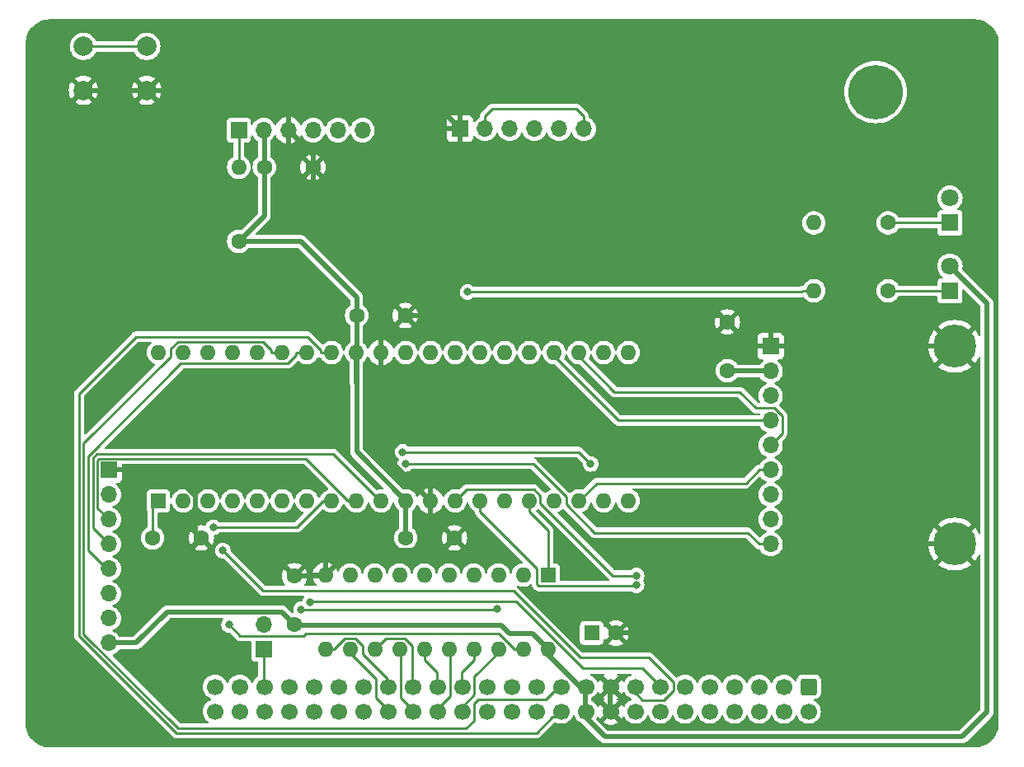
<source format=gbr>
%TF.GenerationSoftware,KiCad,Pcbnew,7.0.2*%
%TF.CreationDate,2023-05-07T14:31:41-07:00*%
%TF.ProjectId,z50-ssd,7a35302d-7373-4642-9e6b-696361645f70,rev?*%
%TF.SameCoordinates,Original*%
%TF.FileFunction,Copper,L1,Top*%
%TF.FilePolarity,Positive*%
%FSLAX46Y46*%
G04 Gerber Fmt 4.6, Leading zero omitted, Abs format (unit mm)*
G04 Created by KiCad (PCBNEW 7.0.2) date 2023-05-07 14:31:41*
%MOMM*%
%LPD*%
G01*
G04 APERTURE LIST*
G04 Aperture macros list*
%AMRoundRect*
0 Rectangle with rounded corners*
0 $1 Rounding radius*
0 $2 $3 $4 $5 $6 $7 $8 $9 X,Y pos of 4 corners*
0 Add a 4 corners polygon primitive as box body*
4,1,4,$2,$3,$4,$5,$6,$7,$8,$9,$2,$3,0*
0 Add four circle primitives for the rounded corners*
1,1,$1+$1,$2,$3*
1,1,$1+$1,$4,$5*
1,1,$1+$1,$6,$7*
1,1,$1+$1,$8,$9*
0 Add four rect primitives between the rounded corners*
20,1,$1+$1,$2,$3,$4,$5,0*
20,1,$1+$1,$4,$5,$6,$7,0*
20,1,$1+$1,$6,$7,$8,$9,0*
20,1,$1+$1,$8,$9,$2,$3,0*%
G04 Aperture macros list end*
%TA.AperFunction,ComponentPad*%
%ADD10C,1.600000*%
%TD*%
%TA.AperFunction,ComponentPad*%
%ADD11O,1.600000X1.600000*%
%TD*%
%TA.AperFunction,ComponentPad*%
%ADD12R,1.700000X1.700000*%
%TD*%
%TA.AperFunction,ComponentPad*%
%ADD13O,1.700000X1.700000*%
%TD*%
%TA.AperFunction,ComponentPad*%
%ADD14C,3.600000*%
%TD*%
%TA.AperFunction,ConnectorPad*%
%ADD15C,5.600000*%
%TD*%
%TA.AperFunction,ComponentPad*%
%ADD16R,1.800000X1.800000*%
%TD*%
%TA.AperFunction,ComponentPad*%
%ADD17C,1.800000*%
%TD*%
%TA.AperFunction,ComponentPad*%
%ADD18C,4.400000*%
%TD*%
%TA.AperFunction,ComponentPad*%
%ADD19R,1.600000X1.600000*%
%TD*%
%TA.AperFunction,ComponentPad*%
%ADD20C,2.000000*%
%TD*%
%TA.AperFunction,ComponentPad*%
%ADD21RoundRect,0.250000X-0.600000X0.600000X-0.600000X-0.600000X0.600000X-0.600000X0.600000X0.600000X0*%
%TD*%
%TA.AperFunction,ComponentPad*%
%ADD22C,1.700000*%
%TD*%
%TA.AperFunction,ViaPad*%
%ADD23C,0.800000*%
%TD*%
%TA.AperFunction,Conductor*%
%ADD24C,0.500000*%
%TD*%
%TA.AperFunction,Conductor*%
%ADD25C,0.250000*%
%TD*%
G04 APERTURE END LIST*
D10*
%TO.P,R1,1*%
%TO.N,+5V*%
X50165000Y-73025000D03*
D11*
%TO.P,R1,2*%
%TO.N,/MCLR#*%
X50165000Y-65405000D03*
%TD*%
D10*
%TO.P,R2,1*%
%TO.N,Net-(D1-K)*%
X116840000Y-78105000D03*
D11*
%TO.P,R2,2*%
%TO.N,/SD_CS#*%
X109220000Y-78105000D03*
%TD*%
D12*
%TO.P,J4,1,Pin_1*%
%TO.N,GND*%
X36830000Y-96520000D03*
D13*
%TO.P,J4,2,Pin_2*%
%TO.N,/MCU_RE0*%
X36830000Y-99060000D03*
%TO.P,J4,3,Pin_3*%
%TO.N,/MCU_RE1*%
X36830000Y-101600000D03*
%TO.P,J4,4,Pin_4*%
%TO.N,/MCU_RE2*%
X36830000Y-104140000D03*
%TO.P,J4,5,Pin_5*%
%TO.N,/MCU_RB1*%
X36830000Y-106680000D03*
%TO.P,J4,6,Pin_6*%
%TO.N,unconnected-(J4-Pin_6-Pad6)*%
X36830000Y-109220000D03*
%TO.P,J4,7,Pin_7*%
%TO.N,unconnected-(J4-Pin_7-Pad7)*%
X36830000Y-111760000D03*
%TO.P,J4,8,Pin_8*%
%TO.N,+5V*%
X36830000Y-114300000D03*
%TD*%
D10*
%TO.P,R3,1*%
%TO.N,Net-(D2-K)*%
X116840000Y-71120000D03*
D11*
%TO.P,R3,2*%
%TO.N,/MCU_RE0*%
X109220000Y-71120000D03*
%TD*%
D10*
%TO.P,C1,1*%
%TO.N,+5V*%
X55880000Y-112395000D03*
%TO.P,C1,2*%
%TO.N,GND*%
X55880000Y-107395000D03*
%TD*%
D14*
%TO.P,H1,1*%
%TO.N,N/C*%
X115570000Y-57695000D03*
D15*
X115570000Y-57695000D03*
%TD*%
D16*
%TO.P,D2,1,K*%
%TO.N,Net-(D2-K)*%
X123190000Y-71120000D03*
D17*
%TO.P,D2,2,A*%
%TO.N,+5V*%
X123190000Y-68580000D03*
%TD*%
D12*
%TO.P,J2,1,GND*%
%TO.N,GND*%
X104775000Y-83820000D03*
D13*
%TO.P,J2,2,5V_IN*%
%TO.N,+5V*%
X104775000Y-86360000D03*
%TO.P,J2,3,3V_OUT*%
%TO.N,unconnected-(J2-3V_OUT-Pad3)*%
X104775000Y-88900000D03*
%TO.P,J2,4,MOSI*%
%TO.N,/SD_MOSI*%
X104775000Y-91440000D03*
%TO.P,J2,5,MISO*%
%TO.N,/SD_MISO*%
X104775000Y-93980000D03*
%TO.P,J2,6,SCLK*%
%TO.N,/SD_SCK*%
X104775000Y-96520000D03*
%TO.P,J2,7,CS#*%
%TO.N,/SD_CS#*%
X104775000Y-99060000D03*
%TO.P,J2,8,CD*%
%TO.N,/MCU_RE0*%
X104775000Y-101600000D03*
%TO.P,J2,9,EN*%
%TO.N,/MCU_RE1*%
X104775000Y-104140000D03*
%TD*%
D18*
%TO.P,H2,1,1*%
%TO.N,GND*%
X123698000Y-83820000D03*
%TD*%
D10*
%TO.P,C2,1*%
%TO.N,+5V*%
X67310000Y-103505000D03*
%TO.P,C2,2*%
%TO.N,GND*%
X72310000Y-103505000D03*
%TD*%
D19*
%TO.P,U3,1,A->B*%
%TO.N,/CPU_WR#*%
X81910000Y-107325000D03*
D11*
%TO.P,U3,2,A0*%
%TO.N,/MCU_D0*%
X79370000Y-107325000D03*
%TO.P,U3,3,A1*%
%TO.N,/MCU_D1*%
X76830000Y-107325000D03*
%TO.P,U3,4,A2*%
%TO.N,/MCU_D2*%
X74290000Y-107325000D03*
%TO.P,U3,5,A3*%
%TO.N,/MCU_D3*%
X71750000Y-107325000D03*
%TO.P,U3,6,A4*%
%TO.N,/MCU_D4*%
X69210000Y-107325000D03*
%TO.P,U3,7,A5*%
%TO.N,/MCU_D5*%
X66670000Y-107325000D03*
%TO.P,U3,8,A6*%
%TO.N,/MCU_D6*%
X64130000Y-107325000D03*
%TO.P,U3,9,A7*%
%TO.N,/MCU_D7*%
X61590000Y-107325000D03*
%TO.P,U3,10,GND*%
%TO.N,GND*%
X59050000Y-107325000D03*
%TO.P,U3,11,B7*%
%TO.N,/CPU_D7*%
X59050000Y-114945000D03*
%TO.P,U3,12,B6*%
%TO.N,/CPU_D6*%
X61590000Y-114945000D03*
%TO.P,U3,13,B5*%
%TO.N,/CPU_D5*%
X64130000Y-114945000D03*
%TO.P,U3,14,B4*%
%TO.N,/CPU_D4*%
X66670000Y-114945000D03*
%TO.P,U3,15,B3*%
%TO.N,/CPU_D3*%
X69210000Y-114945000D03*
%TO.P,U3,16,B2*%
%TO.N,/CPU_D2*%
X71750000Y-114945000D03*
%TO.P,U3,17,B1*%
%TO.N,/CPU_D1*%
X74290000Y-114945000D03*
%TO.P,U3,18,B0*%
%TO.N,/CPU_D0*%
X76830000Y-114945000D03*
%TO.P,U3,19,CE*%
%TO.N,/CPU_D_CE#*%
X79370000Y-114945000D03*
%TO.P,U3,20,VCC*%
%TO.N,+5V*%
X81910000Y-114945000D03*
%TD*%
D12*
%TO.P,J1,1,Pin_1*%
%TO.N,/MCLR#*%
X50165000Y-61595000D03*
D13*
%TO.P,J1,2,Pin_2*%
%TO.N,+5V*%
X52705000Y-61595000D03*
%TO.P,J1,3,Pin_3*%
%TO.N,GND*%
X55245000Y-61595000D03*
%TO.P,J1,4,Pin_4*%
%TO.N,Net-(J1-Pin_4)*%
X57785000Y-61595000D03*
%TO.P,J1,5,Pin_5*%
%TO.N,/ICSP_PGC*%
X60325000Y-61595000D03*
%TO.P,J1,6,Pin_6*%
%TO.N,unconnected-(J1-Pin_6-Pad6)*%
X62865000Y-61595000D03*
%TD*%
D20*
%TO.P,SW1,1,1*%
%TO.N,/MCLR#*%
X34215000Y-52995000D03*
X40715000Y-52995000D03*
%TO.P,SW1,2,2*%
%TO.N,GND*%
X34215000Y-57495000D03*
X40715000Y-57495000D03*
%TD*%
D21*
%TO.P,U1,1,Pin_1*%
%TO.N,unconnected-(U1-Pin_1-Pad1)*%
X108690000Y-118805000D03*
D22*
%TO.P,U1,2,Pin_2*%
%TO.N,unconnected-(U1-Pin_2-Pad2)*%
X108690000Y-121345000D03*
%TO.P,U1,3,Pin_3*%
%TO.N,unconnected-(U1-Pin_3-Pad3)*%
X106150000Y-118805000D03*
%TO.P,U1,4,Pin_4*%
%TO.N,unconnected-(U1-Pin_4-Pad4)*%
X106150000Y-121345000D03*
%TO.P,U1,5,Pin_5*%
%TO.N,unconnected-(U1-Pin_5-Pad5)*%
X103610000Y-118805000D03*
%TO.P,U1,6,Pin_6*%
%TO.N,unconnected-(U1-Pin_6-Pad6)*%
X103610000Y-121345000D03*
%TO.P,U1,7,Pin_7*%
%TO.N,unconnected-(U1-Pin_7-Pad7)*%
X101070000Y-118805000D03*
%TO.P,U1,8,Pin_8*%
%TO.N,unconnected-(U1-Pin_8-Pad8)*%
X101070000Y-121345000D03*
%TO.P,U1,9,Pin_9*%
%TO.N,/CPU_A7*%
X98530000Y-118805000D03*
%TO.P,U1,10,Pin_10*%
%TO.N,/CPU_A6*%
X98530000Y-121345000D03*
%TO.P,U1,11,Pin_11*%
%TO.N,/CPU_A5*%
X95990000Y-118805000D03*
%TO.P,U1,12,Pin_12*%
%TO.N,/CPU_A4*%
X95990000Y-121345000D03*
%TO.P,U1,13,Pin_13*%
%TO.N,/CPU_A3*%
X93450000Y-118805000D03*
%TO.P,U1,14,Pin_14*%
%TO.N,/CPU_A2*%
X93450000Y-121345000D03*
%TO.P,U1,15,Pin_15*%
%TO.N,/CPU_A1*%
X90910000Y-118805000D03*
%TO.P,U1,16,Pin_16*%
%TO.N,/CPU_A0*%
X90910000Y-121345000D03*
%TO.P,U1,17,Pin_17*%
%TO.N,GND*%
X88370000Y-118805000D03*
%TO.P,U1,18,Pin_18*%
X88370000Y-121345000D03*
%TO.P,U1,19,Pin_19*%
%TO.N,+5V*%
X85830000Y-118805000D03*
%TO.P,U1,20,Pin_20*%
X85830000Y-121345000D03*
%TO.P,U1,21,Pin_21*%
%TO.N,/CPU_M1#*%
X83290000Y-118805000D03*
%TO.P,U1,22,Pin_22*%
%TO.N,/CPU_RESET#*%
X83290000Y-121345000D03*
%TO.P,U1,23,Pin_23*%
%TO.N,/CPU_CLK*%
X80750000Y-118805000D03*
%TO.P,U1,24,Pin_24*%
%TO.N,unconnected-(U1-Pin_24-Pad24)*%
X80750000Y-121345000D03*
%TO.P,U1,25,Pin_25*%
%TO.N,unconnected-(U1-Pin_25-Pad25)*%
X78210000Y-118805000D03*
%TO.P,U1,26,Pin_26*%
%TO.N,/CPU_WR#*%
X78210000Y-121345000D03*
%TO.P,U1,27,Pin_27*%
%TO.N,/CPU_IORQ#*%
X75670000Y-118805000D03*
%TO.P,U1,28,Pin_28*%
%TO.N,/CPU_RD#*%
X75670000Y-121345000D03*
%TO.P,U1,29,Pin_29*%
%TO.N,/CPU_D1*%
X73130000Y-118805000D03*
%TO.P,U1,30,Pin_30*%
%TO.N,/CPU_D0*%
X73130000Y-121345000D03*
%TO.P,U1,31,Pin_31*%
%TO.N,/CPU_D3*%
X70590000Y-118805000D03*
%TO.P,U1,32,Pin_32*%
%TO.N,/CPU_D2*%
X70590000Y-121345000D03*
%TO.P,U1,33,Pin_33*%
%TO.N,/CPU_D5*%
X68050000Y-118805000D03*
%TO.P,U1,34,Pin_34*%
%TO.N,/CPU_D4*%
X68050000Y-121345000D03*
%TO.P,U1,35,Pin_35*%
%TO.N,/CPU_D7*%
X65510000Y-118805000D03*
%TO.P,U1,36,Pin_36*%
%TO.N,/CPU_D6*%
X65510000Y-121345000D03*
%TO.P,U1,37,Pin_37*%
%TO.N,unconnected-(U1-Pin_37-Pad37)*%
X62970000Y-118805000D03*
%TO.P,U1,38,Pin_38*%
%TO.N,unconnected-(U1-Pin_38-Pad38)*%
X62970000Y-121345000D03*
%TO.P,U1,39,Pin_39*%
%TO.N,unconnected-(U1-Pin_39-Pad39)*%
X60430000Y-118805000D03*
%TO.P,U1,40,Pin_40*%
%TO.N,unconnected-(U1-Pin_40-Pad40)*%
X60430000Y-121345000D03*
%TO.P,U1,41,Pin_41*%
%TO.N,unconnected-(U1-Pin_41-Pad41)*%
X57890000Y-118805000D03*
%TO.P,U1,42,Pin_42*%
%TO.N,unconnected-(U1-Pin_42-Pad42)*%
X57890000Y-121345000D03*
%TO.P,U1,43,Pin_43*%
%TO.N,unconnected-(U1-Pin_43-Pad43)*%
X55350000Y-118805000D03*
%TO.P,U1,44,Pin_44*%
%TO.N,unconnected-(U1-Pin_44-Pad44)*%
X55350000Y-121345000D03*
%TO.P,U1,45,Pin_45*%
%TO.N,/CPU_WAIT#*%
X52810000Y-118805000D03*
%TO.P,U1,46,Pin_46*%
%TO.N,unconnected-(U1-Pin_46-Pad46)*%
X52810000Y-121345000D03*
%TO.P,U1,47,Pin_47*%
%TO.N,unconnected-(U1-Pin_47-Pad47)*%
X50270000Y-118805000D03*
%TO.P,U1,48,Pin_48*%
%TO.N,unconnected-(U1-Pin_48-Pad48)*%
X50270000Y-121345000D03*
%TO.P,U1,49,Pin_49*%
%TO.N,/IEO*%
X47730000Y-118805000D03*
%TO.P,U1,50,Pin_50*%
X47730000Y-121345000D03*
%TD*%
D19*
%TO.P,C7,1*%
%TO.N,+5V*%
X86400000Y-113284000D03*
D10*
%TO.P,C7,2*%
%TO.N,GND*%
X88900000Y-113284000D03*
%TD*%
D19*
%TO.P,U2,1,~{MCLR}/VPP/RE3*%
%TO.N,/MCLR#*%
X41910000Y-99695000D03*
D11*
%TO.P,U2,2,RA0/AN0/CVref*%
%TO.N,/CPU_A0*%
X44450000Y-99695000D03*
%TO.P,U2,3,RA1/AN1*%
%TO.N,/CPU_A1*%
X46990000Y-99695000D03*
%TO.P,U2,4,RA2/AN2/Vref-*%
%TO.N,/CPU_A2*%
X49530000Y-99695000D03*
%TO.P,U2,5,RA3/AN3/Vref+*%
%TO.N,/CPU_A3*%
X52070000Y-99695000D03*
%TO.P,U2,6,RA4/TOCKI*%
%TO.N,/CPU_A4*%
X54610000Y-99695000D03*
%TO.P,U2,7,RA5/ANA4/~{SS}/HLVDIN*%
%TO.N,/CPU_A5*%
X57150000Y-99695000D03*
%TO.P,U2,8,AN5/~{RD}/RE0*%
%TO.N,/MCU_RE0*%
X59690000Y-99695000D03*
%TO.P,U2,9,C1OUT/AN6/~{WR}/RE1*%
%TO.N,/MCU_RE1*%
X62230000Y-99695000D03*
%TO.P,U2,10,C2OUT/AN7/~{CS}/RE2*%
%TO.N,/MCU_RE2*%
X64770000Y-99695000D03*
%TO.P,U2,11,VDD*%
%TO.N,+5V*%
X67310000Y-99695000D03*
%TO.P,U2,12,VSS*%
%TO.N,GND*%
X69850000Y-99695000D03*
%TO.P,U2,13,OSC1/CLKI/RA7*%
%TO.N,/CPU_A7*%
X72390000Y-99695000D03*
%TO.P,U2,14,OSC2/CLKO/RA6*%
%TO.N,/CPU_A6*%
X74930000Y-99695000D03*
%TO.P,U2,15,T13CKI/T1OSO/RC0*%
%TO.N,/MCU_WAIT#*%
X77470000Y-99695000D03*
%TO.P,U2,16,T1OSI/RC1*%
%TO.N,/CPU_WR#*%
X80010000Y-99695000D03*
%TO.P,U2,17,CCP1/RC2*%
%TO.N,/CPU_RD#*%
X82550000Y-99695000D03*
%TO.P,U2,18,SCL/SCK/RC3*%
%TO.N,/SD_SCK*%
X85090000Y-99695000D03*
%TO.P,U2,19,C1IN+/PSP0/RD0*%
%TO.N,/MCU_D0*%
X87630000Y-99695000D03*
%TO.P,U2,20,C1IN-/PSP1/RD1*%
%TO.N,/MCU_D1*%
X90170000Y-99695000D03*
%TO.P,U2,21,C2IN+/PSP2/RD2*%
%TO.N,/MCU_D2*%
X90170000Y-84455000D03*
%TO.P,U2,22,C2IN-/PSP3/RD3*%
%TO.N,/MCU_D3*%
X87630000Y-84455000D03*
%TO.P,U2,23,SDA/SDI/RC4*%
%TO.N,/SD_MISO*%
X85090000Y-84455000D03*
%TO.P,U2,24,SDO/RC5*%
%TO.N,/SD_MOSI*%
X82550000Y-84455000D03*
%TO.P,U2,25,CK/TX/RC6*%
%TO.N,/UART_TX*%
X80010000Y-84455000D03*
%TO.P,U2,26,DT/RX/RC7*%
%TO.N,/UART_RX*%
X77470000Y-84455000D03*
%TO.P,U2,27,P1A/ECCP1/PSP4/RD4*%
%TO.N,/MCU_D4*%
X74930000Y-84455000D03*
%TO.P,U2,28,P1B/PSP5/RD5*%
%TO.N,/MCU_D5*%
X72390000Y-84455000D03*
%TO.P,U2,29,P1C/PSP6/RD6*%
%TO.N,/MCU_D6*%
X69850000Y-84455000D03*
%TO.P,U2,30,P1D/PSP7/RD7*%
%TO.N,/MCU_D7*%
X67310000Y-84455000D03*
%TO.P,U2,31,VSS*%
%TO.N,GND*%
X64770000Y-84455000D03*
%TO.P,U2,32,VDD*%
%TO.N,+5V*%
X62230000Y-84455000D03*
%TO.P,U2,33,RB0/INT0/FLT0/AN10*%
%TO.N,/CPU_RESET#*%
X59690000Y-84455000D03*
%TO.P,U2,34,RB1/INT1/AN8*%
%TO.N,/MCU_RB1*%
X57150000Y-84455000D03*
%TO.P,U2,35,RB2/INT2/CANTX*%
%TO.N,/CPU_M1#*%
X54610000Y-84455000D03*
%TO.P,U2,36,RB3/CANRX*%
%TO.N,/CPU_IORQ#*%
X52070000Y-84455000D03*
%TO.P,U2,37,RB4/KBI0/AN9*%
%TO.N,/CPU_D_CE#*%
X49530000Y-84455000D03*
%TO.P,U2,38,RB5/KBI1/PGM*%
%TO.N,/SD_CS#*%
X46990000Y-84455000D03*
%TO.P,U2,39,RB6/KBI2/PGC*%
%TO.N,/ICSP_PGC*%
X44450000Y-84455000D03*
%TO.P,U2,40,RB7/KBI3/PGD*%
%TO.N,Net-(J1-Pin_4)*%
X41910000Y-84455000D03*
%TD*%
D10*
%TO.P,C6,1*%
%TO.N,/MCLR#*%
X41315000Y-103505000D03*
%TO.P,C6,2*%
%TO.N,GND*%
X46315000Y-103505000D03*
%TD*%
D12*
%TO.P,JP1,1,1*%
%TO.N,/CPU_WAIT#*%
X52705000Y-114940000D03*
D13*
%TO.P,JP1,2,2*%
%TO.N,/MCU_WAIT#*%
X52705000Y-112400000D03*
%TD*%
D16*
%TO.P,D1,1,K*%
%TO.N,Net-(D1-K)*%
X123190000Y-78110000D03*
D17*
%TO.P,D1,2,A*%
%TO.N,+5V*%
X123190000Y-75570000D03*
%TD*%
D10*
%TO.P,C4,1*%
%TO.N,+5V*%
X100330000Y-86320000D03*
%TO.P,C4,2*%
%TO.N,GND*%
X100330000Y-81320000D03*
%TD*%
D18*
%TO.P,H3,1,1*%
%TO.N,GND*%
X123698000Y-104140000D03*
%TD*%
D10*
%TO.P,C3,1*%
%TO.N,+5V*%
X62270000Y-80645000D03*
%TO.P,C3,2*%
%TO.N,GND*%
X67270000Y-80645000D03*
%TD*%
D12*
%TO.P,J3,1,Pin_1*%
%TO.N,GND*%
X72898000Y-61468000D03*
D13*
%TO.P,J3,2,Pin_2*%
%TO.N,Net-(J3-Pin_2)*%
X75438000Y-61468000D03*
%TO.P,J3,3,Pin_3*%
%TO.N,unconnected-(J3-Pin_3-Pad3)*%
X77978000Y-61468000D03*
%TO.P,J3,4,Pin_4*%
%TO.N,/UART_RX*%
X80518000Y-61468000D03*
%TO.P,J3,5,Pin_5*%
%TO.N,/UART_TX*%
X83058000Y-61468000D03*
%TO.P,J3,6,Pin_6*%
%TO.N,Net-(J3-Pin_2)*%
X85598000Y-61468000D03*
%TD*%
D10*
%TO.P,C5,1*%
%TO.N,+5V*%
X52785000Y-65405000D03*
%TO.P,C5,2*%
%TO.N,GND*%
X57785000Y-65405000D03*
%TD*%
D23*
%TO.N,GND*%
X88900000Y-89916000D03*
X46736000Y-92964000D03*
X78740000Y-82296000D03*
X52832000Y-104648000D03*
X72136000Y-90932000D03*
X35560000Y-90424000D03*
X47752000Y-112776000D03*
X41656000Y-116840000D03*
X39116000Y-86360000D03*
X56388000Y-87376000D03*
X78740000Y-86868000D03*
X49784000Y-97028000D03*
X92964000Y-100584000D03*
X83820000Y-104648000D03*
X74676000Y-90932000D03*
X83312000Y-90932000D03*
X52832000Y-92964000D03*
X49784000Y-88900000D03*
X88900000Y-104648000D03*
X45212000Y-113792000D03*
X101092000Y-100584000D03*
X100076000Y-89916000D03*
X81788000Y-65024000D03*
X43688000Y-88900000D03*
X79756000Y-97028000D03*
X67564000Y-90932000D03*
%TO.N,/CPU_D_CE#*%
X49164800Y-112442000D03*
%TO.N,/SD_CS#*%
X73660000Y-78232000D03*
%TO.N,/CPU_A1*%
X48537500Y-104814900D03*
%TO.N,/CPU_A3*%
X57512300Y-110081000D03*
%TO.N,/CPU_A4*%
X56564300Y-110840000D03*
X76708000Y-110766000D03*
%TO.N,/CPU_A5*%
X86299200Y-95903200D03*
X67005200Y-94663700D03*
%TO.N,/CPU_A6*%
X91009300Y-108368000D03*
%TO.N,/CPU_A7*%
X91009300Y-107368000D03*
%TO.N,/MCU_RE1*%
X67267700Y-95896400D03*
%TO.N,/MCU_RE0*%
X47565200Y-102415000D03*
%TD*%
D24*
%TO.N,GND*%
X69850000Y-99695000D02*
X69850000Y-101045000D01*
X36830000Y-96520000D02*
X43042800Y-96520000D01*
X69850000Y-101045000D02*
X72310000Y-103505000D01*
X71060000Y-104755000D02*
X72310000Y-103505000D01*
X64770000Y-84455000D02*
X64770000Y-94615000D01*
X88265000Y-121920000D02*
X88265000Y-119380000D01*
X64770000Y-84455000D02*
X64770000Y-83145000D01*
X70866000Y-59436000D02*
X72898000Y-61468000D01*
X100330000Y-81320000D02*
X99655000Y-80645000D01*
X99655000Y-80645000D02*
X67270000Y-80645000D01*
X55880000Y-107395000D02*
X58980000Y-107395000D01*
X102830000Y-83820000D02*
X100330000Y-81320000D01*
X45720000Y-99197200D02*
X45720000Y-102910000D01*
X57785000Y-71160000D02*
X67270000Y-80645000D01*
X34215000Y-57495000D02*
X40715000Y-57495000D01*
X100711000Y-106934000D02*
X105918000Y-106934000D01*
X57785000Y-65405000D02*
X57785000Y-71160000D01*
X107188000Y-105664000D02*
X107188000Y-104140000D01*
X43042800Y-96520000D02*
X45720000Y-99197200D01*
X123698000Y-83820000D02*
X104775000Y-83820000D01*
X107188000Y-84072000D02*
X107188000Y-104140000D01*
X64770000Y-83145000D02*
X67270000Y-80645000D01*
X61620000Y-104755000D02*
X71060000Y-104755000D01*
X55245000Y-59436000D02*
X70866000Y-59436000D01*
X57785000Y-65405000D02*
X57785000Y-64135000D01*
X88900000Y-113284000D02*
X94361000Y-113284000D01*
X55245000Y-59309000D02*
X55245000Y-59436000D01*
X45720000Y-102910000D02*
X46315000Y-103505000D01*
X55245000Y-61595000D02*
X55245000Y-59436000D01*
X94361000Y-113284000D02*
X100711000Y-106934000D01*
X57785000Y-64135000D02*
X55245000Y-61595000D01*
X104775000Y-83820000D02*
X102830000Y-83820000D01*
X64770000Y-94615000D02*
X69850000Y-99695000D01*
X107188000Y-104140000D02*
X123698000Y-104140000D01*
X53431000Y-57495000D02*
X55245000Y-59309000D01*
X105918000Y-106934000D02*
X107188000Y-105664000D01*
X59050000Y-107325000D02*
X61620000Y-104755000D01*
X40715000Y-57495000D02*
X53431000Y-57495000D01*
%TO.N,+5V*%
X52785000Y-70405000D02*
X50165000Y-73025000D01*
X42824000Y-111100000D02*
X39624000Y-114300000D01*
X85725000Y-121920000D02*
X87757000Y-123952000D01*
X62230000Y-87610000D02*
X62230000Y-84455000D01*
X124460000Y-123952000D02*
X127000000Y-121412000D01*
X62270000Y-80645000D02*
X62270000Y-87650000D01*
X55880000Y-112395000D02*
X54585000Y-111100000D01*
X54585000Y-111100000D02*
X42824000Y-111100000D01*
X52785000Y-65405000D02*
X52785000Y-70405000D01*
X80299800Y-113335000D02*
X77978000Y-113335000D01*
X77126200Y-112483000D02*
X55968000Y-112483000D01*
X77978000Y-113335000D02*
X77126200Y-112483000D01*
X56515000Y-73025000D02*
X50165000Y-73025000D01*
X62270000Y-87650000D02*
X62270000Y-94655000D01*
X85725000Y-121920000D02*
X85725000Y-119380000D01*
X81910000Y-114945000D02*
X80299800Y-113335000D01*
X85725000Y-119380000D02*
X81910000Y-115565000D01*
X62270000Y-94655000D02*
X67310000Y-99695000D01*
X127000000Y-79380000D02*
X123190000Y-75570000D01*
X62270000Y-87650000D02*
X62230000Y-87610000D01*
X62270000Y-80645000D02*
X62270000Y-78780000D01*
X62270000Y-78780000D02*
X56515000Y-73025000D01*
X67310000Y-99695000D02*
X67310000Y-103505000D01*
X104775000Y-86360000D02*
X100370000Y-86360000D01*
X52785000Y-65405000D02*
X52785000Y-61675000D01*
X81910000Y-115565000D02*
X81910000Y-114945000D01*
X127000000Y-121412000D02*
X127000000Y-79380000D01*
X87757000Y-123952000D02*
X124460000Y-123952000D01*
X39624000Y-114300000D02*
X36830000Y-114300000D01*
D25*
%TO.N,Net-(D1-K)*%
X123190000Y-78110000D02*
X116845000Y-78110000D01*
%TO.N,/CPU_D_CE#*%
X78478400Y-114945000D02*
X79370000Y-114945000D01*
X50313200Y-113590000D02*
X56781300Y-113590000D01*
X57047400Y-113324000D02*
X76857400Y-113324000D01*
X49164800Y-112442000D02*
X50313200Y-113590000D01*
X56781300Y-113590000D02*
X57047400Y-113324000D01*
X76857400Y-113324000D02*
X78478400Y-114945000D01*
%TO.N,/CPU_WAIT#*%
X52705000Y-119380000D02*
X52705000Y-114940000D01*
%TO.N,/CPU_D0*%
X74370000Y-117745000D02*
X74370000Y-119631037D01*
X76830000Y-115285000D02*
X74370000Y-117745000D01*
X74370000Y-119631037D02*
X73025000Y-120976037D01*
%TO.N,/CPU_D1*%
X73025000Y-117335000D02*
X73025000Y-119380000D01*
X74290000Y-114945000D02*
X74290000Y-116070000D01*
X74290000Y-116070000D02*
X73025000Y-117335000D01*
%TO.N,/CPU_D2*%
X71870000Y-119727000D02*
X71870000Y-115065000D01*
X70485000Y-121112000D02*
X71870000Y-119727000D01*
X71870000Y-115065000D02*
X71750000Y-114945000D01*
%TO.N,/CPU_D3*%
X69210000Y-114945000D02*
X69210000Y-116070000D01*
X69210000Y-116070000D02*
X70485000Y-117345000D01*
X70485000Y-117345000D02*
X70485000Y-119380000D01*
%TO.N,/CPU_D4*%
X67945000Y-121112000D02*
X66770000Y-119937000D01*
X66770000Y-119937000D02*
X66770000Y-115045000D01*
X66770000Y-115045000D02*
X66670000Y-114945000D01*
%TO.N,/CPU_D5*%
X65258000Y-113817000D02*
X67178400Y-113817000D01*
X64130000Y-114945000D02*
X65258000Y-113817000D01*
X67945000Y-114584000D02*
X67945000Y-119380000D01*
X67178400Y-113817000D02*
X67945000Y-114584000D01*
%TO.N,/CPU_D6*%
X61590000Y-115367542D02*
X64229900Y-118007442D01*
X64229900Y-119937000D02*
X65405000Y-121112000D01*
X64229900Y-118007442D02*
X64229900Y-119937000D01*
%TO.N,/CPU_D7*%
X62860000Y-114579000D02*
X62860000Y-115475000D01*
X62860000Y-115475000D02*
X65405000Y-118020000D01*
X62098100Y-113817000D02*
X62860000Y-114579000D01*
X65405000Y-118020000D02*
X65405000Y-119380000D01*
X59050000Y-114945000D02*
X59942100Y-114945000D01*
X59942100Y-114945000D02*
X61070100Y-113817000D01*
X61070100Y-113817000D02*
X62098100Y-113817000D01*
%TO.N,/CPU_WR#*%
X81910000Y-107325000D02*
X81910000Y-102720000D01*
X80010000Y-100820000D02*
X80010000Y-99695000D01*
X81910000Y-102720000D02*
X80010000Y-100820000D01*
%TO.N,/MCLR#*%
X41315000Y-103505000D02*
X41315000Y-100290000D01*
X34215000Y-52995000D02*
X40715000Y-52995000D01*
X50165000Y-65405000D02*
X50165000Y-61595000D01*
%TO.N,/SD_CS#*%
X73660000Y-78232000D02*
X107968000Y-78232000D01*
X107968000Y-78232000D02*
X108095000Y-78105000D01*
X108095000Y-78105000D02*
X109220000Y-78105000D01*
%TO.N,/SD_SCK*%
X85090000Y-99695000D02*
X86904900Y-97880100D01*
X102240000Y-97880100D02*
X103600000Y-96520000D01*
X86904900Y-97880100D02*
X102240000Y-97880100D01*
X103600000Y-96520000D02*
X104775000Y-96520000D01*
%TO.N,/SD_MOSI*%
X89163300Y-91440000D02*
X82550000Y-84826700D01*
X104775000Y-91440000D02*
X89163300Y-91440000D01*
%TO.N,/SD_MISO*%
X105959000Y-92796000D02*
X105959000Y-90954200D01*
X104775000Y-93980000D02*
X105959000Y-92796000D01*
X101600000Y-88500000D02*
X88750000Y-88500000D01*
X88750000Y-88500000D02*
X85090000Y-84840000D01*
X105959000Y-90954200D02*
X105175000Y-90170000D01*
X103270000Y-90170000D02*
X101600000Y-88500000D01*
X105175000Y-90170000D02*
X103270000Y-90170000D01*
%TO.N,/CPU_A1*%
X94815000Y-119186701D02*
X93831701Y-120170000D01*
X92299000Y-115824000D02*
X94793299Y-118318299D01*
X94793299Y-118318299D02*
X94815000Y-118318299D01*
X52666200Y-108943600D02*
X78361500Y-108943600D01*
X93831701Y-120170000D02*
X91595000Y-120170000D01*
X78361500Y-108943600D02*
X85241900Y-115824000D01*
X94815000Y-118318299D02*
X94815000Y-119186701D01*
X48537500Y-104814900D02*
X52666200Y-108943600D01*
X85241900Y-115824000D02*
X92299000Y-115824000D01*
X91595000Y-120170000D02*
X90805000Y-119380000D01*
%TO.N,/CPU_A3*%
X91595000Y-116920000D02*
X85537100Y-116920000D01*
X78657500Y-110041000D02*
X57552500Y-110041000D01*
X57552500Y-110041000D02*
X57512300Y-110081000D01*
X93345000Y-118670000D02*
X91595000Y-116920000D01*
X85537100Y-116920000D02*
X78657500Y-110041000D01*
%TO.N,/CPU_A4*%
X76634000Y-110840000D02*
X56564300Y-110840000D01*
X76708000Y-110766000D02*
X76634000Y-110840000D01*
%TO.N,/CPU_A5*%
X85059700Y-94663700D02*
X86299200Y-95903200D01*
X67005200Y-94663700D02*
X85059700Y-94663700D01*
%TO.N,/CPU_A6*%
X90927100Y-108450000D02*
X91009300Y-108368000D01*
X80784900Y-108260000D02*
X80975500Y-108450000D01*
X80975500Y-108450000D02*
X90927100Y-108450000D01*
X80784900Y-106675000D02*
X80784900Y-108260000D01*
X74930000Y-100820000D02*
X80784900Y-106675000D01*
X74930000Y-99695000D02*
X74930000Y-100820000D01*
%TO.N,/CPU_A7*%
X72390000Y-99695000D02*
X73537800Y-98547200D01*
X73537800Y-98547200D02*
X80505200Y-98547200D01*
X81135200Y-99177200D02*
X81135200Y-99929300D01*
X80505200Y-98547200D02*
X81135200Y-99177200D01*
X88573700Y-107368000D02*
X91009300Y-107368000D01*
X81135200Y-99929300D02*
X88573700Y-107368000D01*
%TO.N,/CPU_RESET#*%
X58564900Y-84173700D02*
X58564900Y-84455000D01*
X43779200Y-123564000D02*
X33770400Y-113555000D01*
X39607200Y-82820800D02*
X57212000Y-82820800D01*
X33770400Y-113555000D02*
X33770400Y-88657600D01*
X83185000Y-121920000D02*
X82375200Y-121920000D01*
X58564900Y-84455000D02*
X59690000Y-84455000D01*
X82375200Y-121920000D02*
X80731200Y-123564000D01*
X80731200Y-123564000D02*
X43779200Y-123564000D01*
X57212000Y-82820800D02*
X58564900Y-84173700D01*
X33770400Y-88657600D02*
X39607200Y-82820800D01*
%TO.N,/MCU_RB1*%
X56024900Y-84736400D02*
X56024900Y-84455000D01*
X44228100Y-85580100D02*
X55181200Y-85580100D01*
X56024900Y-84455000D02*
X57150000Y-84455000D01*
X34712300Y-104812000D02*
X34712300Y-95095900D01*
X55181200Y-85580100D02*
X56024900Y-84736400D01*
X36580000Y-106680000D02*
X34712300Y-104812000D01*
X34712300Y-95095900D02*
X44228100Y-85580100D01*
%TO.N,/MCU_RE1*%
X83820000Y-99303000D02*
X80413400Y-95896400D01*
X35821200Y-95344800D02*
X57036000Y-95344800D01*
X36830000Y-101600000D02*
X35650400Y-100420000D01*
X83820000Y-100062000D02*
X83820000Y-99303000D01*
X61386200Y-99695000D02*
X62230000Y-99695000D01*
X86723100Y-102965000D02*
X83820000Y-100062000D01*
X104775000Y-104140000D02*
X103600000Y-104140000D01*
X103600000Y-104140000D02*
X102425000Y-102965000D01*
X80413400Y-95896400D02*
X67267700Y-95896400D01*
X102425000Y-102965000D02*
X86723100Y-102965000D01*
X57036000Y-95344800D02*
X61386200Y-99695000D01*
X35650400Y-95515600D02*
X35821200Y-95344800D01*
X35650400Y-100420000D02*
X35650400Y-95515600D01*
%TO.N,/MCU_RE0*%
X56125900Y-102415000D02*
X47565200Y-102415000D01*
X58845900Y-99695000D02*
X56125900Y-102415000D01*
X59690000Y-99695000D02*
X58845900Y-99695000D01*
%TO.N,/MCU_RE2*%
X35174600Y-95270300D02*
X35583300Y-94861600D01*
X59861600Y-94861600D02*
X64695000Y-99695000D01*
X35583300Y-94861600D02*
X59861600Y-94861600D01*
X36830000Y-104140000D02*
X35174600Y-102485000D01*
X35174600Y-102485000D02*
X35174600Y-95270300D01*
%TO.N,Net-(D2-K)*%
X123190000Y-71120000D02*
X116840000Y-71120000D01*
%TO.N,/CPU_M1#*%
X43180000Y-84841400D02*
X43180000Y-84075600D01*
X74770000Y-120095000D02*
X74328400Y-120536600D01*
X43964000Y-123105000D02*
X34233000Y-113374000D01*
X53484900Y-84173700D02*
X53484900Y-84455000D01*
X43180000Y-84075600D02*
X43934300Y-83321300D01*
X73523800Y-123105000D02*
X43964000Y-123105000D01*
X34233000Y-93788400D02*
X43180000Y-84841400D01*
X81660100Y-120095000D02*
X74770000Y-120095000D01*
X52632500Y-83321300D02*
X53484900Y-84173700D01*
X82780050Y-118975050D02*
X81660100Y-120095000D01*
X43934300Y-83321300D02*
X52632500Y-83321300D01*
X74328400Y-122301000D02*
X73523800Y-123105000D01*
X74328400Y-120536600D02*
X74328400Y-122301000D01*
X34233000Y-113374000D02*
X34233000Y-93788400D01*
X53484900Y-84455000D02*
X54610000Y-84455000D01*
%TO.N,Net-(J3-Pin_2)*%
X75438000Y-60198000D02*
X75438000Y-61468000D01*
X85598000Y-60198000D02*
X84836000Y-59436000D01*
X76200000Y-59436000D02*
X75438000Y-60198000D01*
X84836000Y-59436000D02*
X76200000Y-59436000D01*
X85598000Y-61468000D02*
X85598000Y-60198000D01*
%TD*%
%TA.AperFunction,Conductor*%
%TO.N,GND*%
G36*
X56835513Y-95889207D02*
G01*
X56847326Y-95899296D01*
X59341535Y-98393505D01*
X59369312Y-98448022D01*
X59359741Y-98508454D01*
X59316476Y-98551719D01*
X59307298Y-98555821D01*
X59278574Y-98566950D01*
X59152600Y-98615752D01*
X58963436Y-98732877D01*
X58799020Y-98882763D01*
X58664941Y-99060312D01*
X58587039Y-99216757D01*
X58560890Y-99249428D01*
X58555712Y-99253640D01*
X58541765Y-99263132D01*
X58525388Y-99272341D01*
X58496947Y-99300781D01*
X58489425Y-99307569D01*
X58447683Y-99341531D01*
X58446255Y-99339775D01*
X58412394Y-99365081D01*
X58351214Y-99365905D01*
X58301234Y-99330611D01*
X58285316Y-99298440D01*
X58274229Y-99259472D01*
X58175058Y-99060311D01*
X58040981Y-98882764D01*
X57876562Y-98732876D01*
X57687401Y-98615753D01*
X57687399Y-98615752D01*
X57479936Y-98535380D01*
X57261245Y-98494500D01*
X57261243Y-98494500D01*
X57038757Y-98494500D01*
X57038755Y-98494500D01*
X56820063Y-98535380D01*
X56612600Y-98615752D01*
X56423436Y-98732877D01*
X56259020Y-98882763D01*
X56124940Y-99060313D01*
X56026395Y-99258218D01*
X56025771Y-99259472D01*
X56016786Y-99291052D01*
X55975220Y-99437139D01*
X55941109Y-99487934D01*
X55883657Y-99508978D01*
X55824807Y-99492234D01*
X55787039Y-99444096D01*
X55784788Y-99437171D01*
X55734229Y-99259472D01*
X55635058Y-99060311D01*
X55500981Y-98882764D01*
X55336562Y-98732876D01*
X55147401Y-98615753D01*
X55147399Y-98615752D01*
X54939936Y-98535380D01*
X54721245Y-98494500D01*
X54721243Y-98494500D01*
X54498757Y-98494500D01*
X54498755Y-98494500D01*
X54280063Y-98535380D01*
X54072600Y-98615752D01*
X53883436Y-98732877D01*
X53719020Y-98882763D01*
X53584940Y-99060313D01*
X53486395Y-99258218D01*
X53485771Y-99259472D01*
X53435219Y-99437140D01*
X53401111Y-99487934D01*
X53343658Y-99508978D01*
X53284809Y-99492234D01*
X53247040Y-99444097D01*
X53244784Y-99437154D01*
X53194229Y-99259472D01*
X53095058Y-99060311D01*
X52960981Y-98882764D01*
X52796562Y-98732876D01*
X52607401Y-98615753D01*
X52607399Y-98615752D01*
X52399936Y-98535380D01*
X52181245Y-98494500D01*
X52181243Y-98494500D01*
X51958757Y-98494500D01*
X51958755Y-98494500D01*
X51740063Y-98535380D01*
X51532600Y-98615752D01*
X51343436Y-98732877D01*
X51179020Y-98882763D01*
X51044940Y-99060313D01*
X50946395Y-99258218D01*
X50945771Y-99259472D01*
X50895219Y-99437140D01*
X50861111Y-99487934D01*
X50803658Y-99508978D01*
X50744809Y-99492234D01*
X50707040Y-99444097D01*
X50704784Y-99437154D01*
X50654229Y-99259472D01*
X50555058Y-99060311D01*
X50420981Y-98882764D01*
X50256562Y-98732876D01*
X50067401Y-98615753D01*
X50067399Y-98615752D01*
X49859936Y-98535380D01*
X49641245Y-98494500D01*
X49641243Y-98494500D01*
X49418757Y-98494500D01*
X49418755Y-98494500D01*
X49200063Y-98535380D01*
X48992600Y-98615752D01*
X48803436Y-98732877D01*
X48639020Y-98882763D01*
X48504940Y-99060313D01*
X48406395Y-99258218D01*
X48405771Y-99259472D01*
X48355219Y-99437140D01*
X48321111Y-99487934D01*
X48263658Y-99508978D01*
X48204809Y-99492234D01*
X48167040Y-99444097D01*
X48164784Y-99437154D01*
X48114229Y-99259472D01*
X48015058Y-99060311D01*
X47880981Y-98882764D01*
X47716562Y-98732876D01*
X47527401Y-98615753D01*
X47527399Y-98615752D01*
X47319936Y-98535380D01*
X47101245Y-98494500D01*
X47101243Y-98494500D01*
X46878757Y-98494500D01*
X46878755Y-98494500D01*
X46660063Y-98535380D01*
X46452600Y-98615752D01*
X46263436Y-98732877D01*
X46099020Y-98882763D01*
X45964940Y-99060313D01*
X45866395Y-99258218D01*
X45865771Y-99259472D01*
X45815219Y-99437140D01*
X45781111Y-99487934D01*
X45723658Y-99508978D01*
X45664809Y-99492234D01*
X45627040Y-99444097D01*
X45624784Y-99437154D01*
X45574229Y-99259472D01*
X45475058Y-99060311D01*
X45340981Y-98882764D01*
X45176562Y-98732876D01*
X44987401Y-98615753D01*
X44987399Y-98615752D01*
X44779936Y-98535380D01*
X44561245Y-98494500D01*
X44561243Y-98494500D01*
X44338757Y-98494500D01*
X44338755Y-98494500D01*
X44120063Y-98535380D01*
X43912600Y-98615752D01*
X43723436Y-98732877D01*
X43559020Y-98882763D01*
X43424940Y-99060313D01*
X43326395Y-99258218D01*
X43325771Y-99259472D01*
X43305530Y-99330611D01*
X43304720Y-99333459D01*
X43270609Y-99384254D01*
X43213157Y-99405298D01*
X43154307Y-99388554D01*
X43116539Y-99340416D01*
X43110499Y-99306366D01*
X43110499Y-98863478D01*
X43095647Y-98769696D01*
X43038051Y-98656660D01*
X43038050Y-98656658D01*
X42948342Y-98566950D01*
X42835304Y-98509354D01*
X42835303Y-98509353D01*
X42835302Y-98509353D01*
X42741519Y-98494500D01*
X41078478Y-98494500D01*
X40984696Y-98509352D01*
X40871660Y-98566948D01*
X40781949Y-98656659D01*
X40724353Y-98769697D01*
X40709500Y-98863480D01*
X40709500Y-100526521D01*
X40724352Y-100620303D01*
X40778709Y-100726981D01*
X40789500Y-100771927D01*
X40789500Y-102363241D01*
X40770593Y-102421432D01*
X40742617Y-102447412D01*
X40588440Y-102542874D01*
X40424020Y-102692763D01*
X40289940Y-102870313D01*
X40190772Y-103069469D01*
X40190771Y-103069472D01*
X40159779Y-103178399D01*
X40129885Y-103283464D01*
X40110272Y-103495130D01*
X40109357Y-103505000D01*
X40129885Y-103726536D01*
X40185506Y-103922024D01*
X40190772Y-103940530D01*
X40289940Y-104139686D01*
X40289941Y-104139687D01*
X40289942Y-104139689D01*
X40424019Y-104317236D01*
X40588438Y-104467124D01*
X40777599Y-104584247D01*
X40985060Y-104664618D01*
X40985063Y-104664619D01*
X41203755Y-104705500D01*
X41203757Y-104705500D01*
X41426245Y-104705500D01*
X41644936Y-104664619D01*
X41644937Y-104664618D01*
X41644940Y-104664618D01*
X41852401Y-104584247D01*
X42041562Y-104467124D01*
X42205981Y-104317236D01*
X42340058Y-104139689D01*
X42439229Y-103940528D01*
X42500115Y-103726536D01*
X42520643Y-103505000D01*
X42500115Y-103283464D01*
X42439229Y-103069472D01*
X42340058Y-102870311D01*
X42205981Y-102692764D01*
X42041562Y-102542876D01*
X42025027Y-102532638D01*
X41887383Y-102447412D01*
X41847862Y-102400704D01*
X41840500Y-102363241D01*
X41840500Y-100994499D01*
X41859407Y-100936308D01*
X41908907Y-100900344D01*
X41939500Y-100895499D01*
X42741521Y-100895499D01*
X42835303Y-100880647D01*
X42889707Y-100852925D01*
X42948342Y-100823050D01*
X43038050Y-100733342D01*
X43095646Y-100620304D01*
X43110500Y-100526519D01*
X43110499Y-100083631D01*
X43129406Y-100025443D01*
X43178906Y-99989479D01*
X43240091Y-99989479D01*
X43289592Y-100025443D01*
X43304719Y-100056540D01*
X43325771Y-100130528D01*
X43325772Y-100130530D01*
X43424940Y-100329686D01*
X43424941Y-100329687D01*
X43424942Y-100329689D01*
X43559019Y-100507236D01*
X43723438Y-100657124D01*
X43912599Y-100774247D01*
X44081217Y-100839570D01*
X44120063Y-100854619D01*
X44338755Y-100895500D01*
X44338757Y-100895500D01*
X44561245Y-100895500D01*
X44779936Y-100854619D01*
X44779937Y-100854618D01*
X44779940Y-100854618D01*
X44987401Y-100774247D01*
X45176562Y-100657124D01*
X45340981Y-100507236D01*
X45475058Y-100329689D01*
X45574229Y-100130528D01*
X45624780Y-99952856D01*
X45658888Y-99902066D01*
X45716340Y-99881021D01*
X45775190Y-99897764D01*
X45812959Y-99945901D01*
X45815220Y-99952860D01*
X45865771Y-100130528D01*
X45865772Y-100130530D01*
X45964940Y-100329686D01*
X45964941Y-100329687D01*
X45964942Y-100329689D01*
X46099019Y-100507236D01*
X46263438Y-100657124D01*
X46452599Y-100774247D01*
X46621217Y-100839570D01*
X46660063Y-100854619D01*
X46878755Y-100895500D01*
X46878757Y-100895500D01*
X47101245Y-100895500D01*
X47319936Y-100854619D01*
X47319937Y-100854618D01*
X47319940Y-100854618D01*
X47527401Y-100774247D01*
X47716562Y-100657124D01*
X47880981Y-100507236D01*
X48015058Y-100329689D01*
X48114229Y-100130528D01*
X48164780Y-99952857D01*
X48198889Y-99902065D01*
X48256342Y-99881021D01*
X48315191Y-99897765D01*
X48352960Y-99945902D01*
X48355213Y-99952837D01*
X48405771Y-100130528D01*
X48405772Y-100130530D01*
X48504940Y-100329686D01*
X48504941Y-100329687D01*
X48504942Y-100329689D01*
X48639019Y-100507236D01*
X48803438Y-100657124D01*
X48992599Y-100774247D01*
X49161217Y-100839570D01*
X49200063Y-100854619D01*
X49418755Y-100895500D01*
X49418757Y-100895500D01*
X49641245Y-100895500D01*
X49859936Y-100854619D01*
X49859937Y-100854618D01*
X49859940Y-100854618D01*
X50067401Y-100774247D01*
X50256562Y-100657124D01*
X50420981Y-100507236D01*
X50555058Y-100329689D01*
X50654229Y-100130528D01*
X50704780Y-99952856D01*
X50738888Y-99902066D01*
X50796340Y-99881021D01*
X50855190Y-99897764D01*
X50892959Y-99945901D01*
X50895220Y-99952860D01*
X50945771Y-100130528D01*
X50945772Y-100130530D01*
X51044940Y-100329686D01*
X51044941Y-100329687D01*
X51044942Y-100329689D01*
X51179019Y-100507236D01*
X51343438Y-100657124D01*
X51532599Y-100774247D01*
X51701217Y-100839570D01*
X51740063Y-100854619D01*
X51958755Y-100895500D01*
X51958757Y-100895500D01*
X52181245Y-100895500D01*
X52399936Y-100854619D01*
X52399937Y-100854618D01*
X52399940Y-100854618D01*
X52607401Y-100774247D01*
X52796562Y-100657124D01*
X52960981Y-100507236D01*
X53095058Y-100329689D01*
X53194229Y-100130528D01*
X53244780Y-99952857D01*
X53278889Y-99902065D01*
X53336342Y-99881021D01*
X53395191Y-99897765D01*
X53432960Y-99945902D01*
X53435213Y-99952837D01*
X53485771Y-100130528D01*
X53485772Y-100130530D01*
X53584940Y-100329686D01*
X53584941Y-100329687D01*
X53584942Y-100329689D01*
X53719019Y-100507236D01*
X53883438Y-100657124D01*
X54072599Y-100774247D01*
X54241217Y-100839570D01*
X54280063Y-100854619D01*
X54498755Y-100895500D01*
X54498757Y-100895500D01*
X54721245Y-100895500D01*
X54939936Y-100854619D01*
X54939937Y-100854618D01*
X54939940Y-100854618D01*
X55147401Y-100774247D01*
X55336562Y-100657124D01*
X55500981Y-100507236D01*
X55635058Y-100329689D01*
X55734229Y-100130528D01*
X55784780Y-99952856D01*
X55818888Y-99902066D01*
X55876340Y-99881021D01*
X55935190Y-99897764D01*
X55972959Y-99945901D01*
X55975220Y-99952860D01*
X56025771Y-100130528D01*
X56025772Y-100130530D01*
X56124940Y-100329686D01*
X56124941Y-100329687D01*
X56124942Y-100329689D01*
X56259019Y-100507236D01*
X56423438Y-100657124D01*
X56612599Y-100774247D01*
X56767077Y-100834092D01*
X56814508Y-100872744D01*
X56830162Y-100931893D01*
X56808059Y-100988946D01*
X56801318Y-100996410D01*
X55937227Y-101860503D01*
X55882710Y-101888281D01*
X55867223Y-101889500D01*
X48212786Y-101889500D01*
X48154595Y-101870593D01*
X48142783Y-101860504D01*
X48067463Y-101785185D01*
X48067462Y-101785185D01*
X48067462Y-101785184D01*
X47914722Y-101689211D01*
X47907015Y-101686514D01*
X47744458Y-101629632D01*
X47565200Y-101609435D01*
X47385941Y-101629632D01*
X47215680Y-101689210D01*
X47062939Y-101785183D01*
X47062937Y-101785184D01*
X47062938Y-101785184D01*
X46935384Y-101912738D01*
X46847068Y-102053293D01*
X46839410Y-102065480D01*
X46797481Y-102185306D01*
X46760416Y-102233986D01*
X46701815Y-102251583D01*
X46678415Y-102248235D01*
X46542997Y-102211950D01*
X46315000Y-102192003D01*
X46087004Y-102211950D01*
X45865924Y-102271188D01*
X45658504Y-102367910D01*
X45587110Y-102417899D01*
X46275482Y-103106272D01*
X46189852Y-103119835D01*
X46076955Y-103177359D01*
X45987359Y-103266955D01*
X45929835Y-103379852D01*
X45916272Y-103465483D01*
X45227899Y-102777110D01*
X45177910Y-102848504D01*
X45081188Y-103055924D01*
X45021950Y-103277004D01*
X45002003Y-103505000D01*
X45021950Y-103732995D01*
X45081188Y-103954075D01*
X45177910Y-104161495D01*
X45227899Y-104232888D01*
X45916272Y-103544514D01*
X45929835Y-103630148D01*
X45987359Y-103743045D01*
X46076955Y-103832641D01*
X46189852Y-103890165D01*
X46275481Y-103903727D01*
X45587110Y-104592099D01*
X45658504Y-104642089D01*
X45865924Y-104738811D01*
X46087004Y-104798049D01*
X46315000Y-104817996D01*
X46542995Y-104798049D01*
X46764075Y-104738811D01*
X46971495Y-104642089D01*
X47042888Y-104592099D01*
X46354516Y-103903727D01*
X46440148Y-103890165D01*
X46553045Y-103832641D01*
X46642641Y-103743045D01*
X46700165Y-103630148D01*
X46713727Y-103544516D01*
X47402099Y-104232888D01*
X47452089Y-104161495D01*
X47548811Y-103954075D01*
X47608049Y-103732995D01*
X47627996Y-103505000D01*
X47611157Y-103312529D01*
X47624920Y-103252912D01*
X47671098Y-103212771D01*
X47698692Y-103205524D01*
X47744455Y-103200368D01*
X47914722Y-103140789D01*
X48067462Y-103044816D01*
X48105123Y-103007155D01*
X48142783Y-102969496D01*
X48197300Y-102941719D01*
X48212786Y-102940500D01*
X56115234Y-102940500D01*
X56118612Y-102940557D01*
X56136028Y-102941152D01*
X56180142Y-102942660D01*
X56180142Y-102942659D01*
X56180145Y-102942660D01*
X56219226Y-102933135D01*
X56229160Y-102931247D01*
X56269011Y-102925771D01*
X56286248Y-102918283D01*
X56302248Y-102912903D01*
X56320494Y-102908457D01*
X56355554Y-102888742D01*
X56364615Y-102884243D01*
X56401509Y-102868219D01*
X56416082Y-102856362D01*
X56430035Y-102846865D01*
X56446412Y-102837658D01*
X56474856Y-102809212D01*
X56482360Y-102802440D01*
X56513565Y-102777054D01*
X56524398Y-102761705D01*
X56535263Y-102748805D01*
X58720573Y-100563494D01*
X58775088Y-100535719D01*
X58835520Y-100545290D01*
X58857267Y-100560336D01*
X58920209Y-100617715D01*
X58963433Y-100657120D01*
X58963434Y-100657121D01*
X58963438Y-100657124D01*
X59152599Y-100774247D01*
X59321217Y-100839570D01*
X59360063Y-100854619D01*
X59578755Y-100895500D01*
X59578757Y-100895500D01*
X59801245Y-100895500D01*
X60019936Y-100854619D01*
X60019937Y-100854618D01*
X60019940Y-100854618D01*
X60227401Y-100774247D01*
X60416562Y-100657124D01*
X60580981Y-100507236D01*
X60715058Y-100329689D01*
X60814229Y-100130528D01*
X60826676Y-100086780D01*
X60860785Y-100035987D01*
X60918237Y-100014942D01*
X60977087Y-100031685D01*
X60991900Y-100043870D01*
X61007083Y-100059053D01*
X61009431Y-100061484D01*
X61050317Y-100105261D01*
X61051445Y-100106469D01*
X61085799Y-100127360D01*
X61094197Y-100133078D01*
X61096381Y-100134735D01*
X61125164Y-100169475D01*
X61204941Y-100329688D01*
X61204942Y-100329689D01*
X61339019Y-100507236D01*
X61503438Y-100657124D01*
X61692599Y-100774247D01*
X61861217Y-100839570D01*
X61900063Y-100854619D01*
X62118755Y-100895500D01*
X62118757Y-100895500D01*
X62341245Y-100895500D01*
X62559936Y-100854619D01*
X62559937Y-100854618D01*
X62559940Y-100854618D01*
X62767401Y-100774247D01*
X62956562Y-100657124D01*
X63120981Y-100507236D01*
X63255058Y-100329689D01*
X63354229Y-100130528D01*
X63404780Y-99952856D01*
X63438888Y-99902066D01*
X63496340Y-99881021D01*
X63555190Y-99897764D01*
X63592959Y-99945901D01*
X63595220Y-99952860D01*
X63645771Y-100130528D01*
X63645772Y-100130530D01*
X63744940Y-100329686D01*
X63744941Y-100329687D01*
X63744942Y-100329689D01*
X63879019Y-100507236D01*
X64043438Y-100657124D01*
X64232599Y-100774247D01*
X64401217Y-100839570D01*
X64440063Y-100854619D01*
X64658755Y-100895500D01*
X64658757Y-100895500D01*
X64881245Y-100895500D01*
X65099936Y-100854619D01*
X65099937Y-100854618D01*
X65099940Y-100854618D01*
X65307401Y-100774247D01*
X65496562Y-100657124D01*
X65660981Y-100507236D01*
X65795058Y-100329689D01*
X65894229Y-100130528D01*
X65944780Y-99952857D01*
X65978889Y-99902065D01*
X66036342Y-99881021D01*
X66095191Y-99897765D01*
X66132960Y-99945902D01*
X66135213Y-99952837D01*
X66185771Y-100130528D01*
X66185772Y-100130530D01*
X66284940Y-100329686D01*
X66284941Y-100329687D01*
X66284942Y-100329689D01*
X66419019Y-100507236D01*
X66583438Y-100657124D01*
X66612615Y-100675189D01*
X66652138Y-100721897D01*
X66659500Y-100759361D01*
X66659500Y-102440637D01*
X66640593Y-102498828D01*
X66612618Y-102524808D01*
X66583437Y-102542876D01*
X66419020Y-102692763D01*
X66284940Y-102870313D01*
X66185772Y-103069469D01*
X66185771Y-103069472D01*
X66154779Y-103178399D01*
X66124885Y-103283464D01*
X66105272Y-103495130D01*
X66104357Y-103505000D01*
X66124885Y-103726536D01*
X66180506Y-103922024D01*
X66185772Y-103940530D01*
X66284940Y-104139686D01*
X66284941Y-104139687D01*
X66284942Y-104139689D01*
X66419019Y-104317236D01*
X66583438Y-104467124D01*
X66772599Y-104584247D01*
X66980060Y-104664618D01*
X66980063Y-104664619D01*
X67198755Y-104705500D01*
X67198757Y-104705500D01*
X67421245Y-104705500D01*
X67639936Y-104664619D01*
X67639937Y-104664618D01*
X67639940Y-104664618D01*
X67847401Y-104584247D01*
X68036562Y-104467124D01*
X68200981Y-104317236D01*
X68335058Y-104139689D01*
X68434229Y-103940528D01*
X68495115Y-103726536D01*
X68515643Y-103505000D01*
X68515643Y-103504999D01*
X70997003Y-103504999D01*
X71016950Y-103732995D01*
X71076188Y-103954075D01*
X71172910Y-104161495D01*
X71222899Y-104232888D01*
X71911272Y-103544514D01*
X71924835Y-103630148D01*
X71982359Y-103743045D01*
X72071955Y-103832641D01*
X72184852Y-103890165D01*
X72270481Y-103903727D01*
X71582110Y-104592099D01*
X71653504Y-104642089D01*
X71860924Y-104738811D01*
X72082004Y-104798049D01*
X72310000Y-104817996D01*
X72537995Y-104798049D01*
X72759075Y-104738811D01*
X72966495Y-104642089D01*
X73037888Y-104592099D01*
X72349516Y-103903727D01*
X72435148Y-103890165D01*
X72548045Y-103832641D01*
X72637641Y-103743045D01*
X72695165Y-103630148D01*
X72708727Y-103544516D01*
X73397099Y-104232888D01*
X73447089Y-104161495D01*
X73543811Y-103954075D01*
X73603049Y-103732995D01*
X73622996Y-103504999D01*
X73603049Y-103277004D01*
X73543811Y-103055924D01*
X73447089Y-102848504D01*
X73397099Y-102777110D01*
X72708727Y-103465481D01*
X72695165Y-103379852D01*
X72637641Y-103266955D01*
X72548045Y-103177359D01*
X72435148Y-103119835D01*
X72349514Y-103106272D01*
X73037888Y-102417899D01*
X72966495Y-102367910D01*
X72759075Y-102271188D01*
X72537995Y-102211950D01*
X72310000Y-102192003D01*
X72082004Y-102211950D01*
X71860924Y-102271188D01*
X71653504Y-102367910D01*
X71582110Y-102417899D01*
X72270483Y-103106272D01*
X72184852Y-103119835D01*
X72071955Y-103177359D01*
X71982359Y-103266955D01*
X71924835Y-103379852D01*
X71911272Y-103465483D01*
X71222899Y-102777110D01*
X71172910Y-102848504D01*
X71076188Y-103055924D01*
X71016950Y-103277004D01*
X70997003Y-103504999D01*
X68515643Y-103504999D01*
X68495115Y-103283464D01*
X68434229Y-103069472D01*
X68335058Y-102870311D01*
X68200981Y-102692764D01*
X68036562Y-102542876D01*
X68036559Y-102542874D01*
X68007382Y-102524808D01*
X67967861Y-102478099D01*
X67960500Y-102440637D01*
X67960500Y-100759361D01*
X67979407Y-100701170D01*
X68007383Y-100675190D01*
X68036562Y-100657124D01*
X68200981Y-100507236D01*
X68335058Y-100329689D01*
X68433606Y-100131778D01*
X68476467Y-100088119D01*
X68536808Y-100077989D01*
X68591579Y-100105261D01*
X68610265Y-100137274D01*
X68612526Y-100136221D01*
X68712910Y-100351495D01*
X68844184Y-100538974D01*
X69006025Y-100700815D01*
X69193504Y-100832089D01*
X69400924Y-100928811D01*
X69596000Y-100981082D01*
X69596000Y-100006686D01*
X69611955Y-100022641D01*
X69724852Y-100080165D01*
X69818519Y-100095000D01*
X69881481Y-100095000D01*
X69975148Y-100080165D01*
X70088045Y-100022641D01*
X70104000Y-100006686D01*
X70104000Y-100981081D01*
X70299075Y-100928811D01*
X70506495Y-100832089D01*
X70693974Y-100700815D01*
X70855815Y-100538974D01*
X70987089Y-100351495D01*
X71087474Y-100136221D01*
X71090398Y-100137584D01*
X71115459Y-100098981D01*
X71172577Y-100077045D01*
X71231680Y-100092872D01*
X71266394Y-100131780D01*
X71274023Y-100147100D01*
X71364940Y-100329686D01*
X71364941Y-100329687D01*
X71364942Y-100329689D01*
X71499019Y-100507236D01*
X71663438Y-100657124D01*
X71852599Y-100774247D01*
X72021217Y-100839570D01*
X72060063Y-100854619D01*
X72278755Y-100895500D01*
X72278757Y-100895500D01*
X72501245Y-100895500D01*
X72719936Y-100854619D01*
X72719937Y-100854618D01*
X72719940Y-100854618D01*
X72927401Y-100774247D01*
X73116562Y-100657124D01*
X73280981Y-100507236D01*
X73415058Y-100329689D01*
X73514229Y-100130528D01*
X73564780Y-99952857D01*
X73598889Y-99902065D01*
X73656342Y-99881021D01*
X73715191Y-99897765D01*
X73752960Y-99945902D01*
X73755213Y-99952837D01*
X73805771Y-100130528D01*
X73805772Y-100130530D01*
X73904940Y-100329686D01*
X73904941Y-100329687D01*
X73904942Y-100329689D01*
X74039019Y-100507236D01*
X74203438Y-100657124D01*
X74203440Y-100657125D01*
X74356698Y-100752019D01*
X74396219Y-100798728D01*
X74403523Y-100839570D01*
X74402338Y-100874238D01*
X74411860Y-100913314D01*
X74413751Y-100923261D01*
X74419229Y-100963110D01*
X74419229Y-100963111D01*
X74426714Y-100980344D01*
X74432093Y-100996342D01*
X74436539Y-101014587D01*
X74456246Y-101049636D01*
X74460755Y-101058714D01*
X74476781Y-101095610D01*
X74488635Y-101110180D01*
X74498135Y-101124138D01*
X74507339Y-101140507D01*
X74535767Y-101168936D01*
X74542557Y-101176459D01*
X74567947Y-101207666D01*
X74583290Y-101218496D01*
X74596204Y-101229373D01*
X79239874Y-105873123D01*
X79322247Y-105955497D01*
X79350024Y-106010014D01*
X79340452Y-106070446D01*
X79297187Y-106113710D01*
X79267408Y-106120859D01*
X79267774Y-106122814D01*
X79040063Y-106165380D01*
X78832600Y-106245752D01*
X78643436Y-106362877D01*
X78479020Y-106512763D01*
X78344940Y-106690313D01*
X78246395Y-106888218D01*
X78245771Y-106889472D01*
X78195219Y-107067140D01*
X78161111Y-107117934D01*
X78103658Y-107138978D01*
X78044809Y-107122234D01*
X78007040Y-107074097D01*
X78004784Y-107067154D01*
X77954229Y-106889472D01*
X77855058Y-106690311D01*
X77720981Y-106512764D01*
X77556562Y-106362876D01*
X77367401Y-106245753D01*
X77367399Y-106245752D01*
X77159936Y-106165380D01*
X76941245Y-106124500D01*
X76941243Y-106124500D01*
X76718757Y-106124500D01*
X76718755Y-106124500D01*
X76500063Y-106165380D01*
X76292600Y-106245752D01*
X76103436Y-106362877D01*
X75939020Y-106512763D01*
X75804940Y-106690313D01*
X75706395Y-106888218D01*
X75705771Y-106889472D01*
X75655219Y-107067140D01*
X75621111Y-107117934D01*
X75563658Y-107138978D01*
X75504809Y-107122234D01*
X75467040Y-107074097D01*
X75464784Y-107067154D01*
X75414229Y-106889472D01*
X75315058Y-106690311D01*
X75180981Y-106512764D01*
X75016562Y-106362876D01*
X74827401Y-106245753D01*
X74827399Y-106245752D01*
X74619936Y-106165380D01*
X74401245Y-106124500D01*
X74401243Y-106124500D01*
X74178757Y-106124500D01*
X74178755Y-106124500D01*
X73960063Y-106165380D01*
X73752600Y-106245752D01*
X73563436Y-106362877D01*
X73399020Y-106512763D01*
X73264940Y-106690313D01*
X73166395Y-106888218D01*
X73165771Y-106889472D01*
X73115219Y-107067140D01*
X73081111Y-107117934D01*
X73023658Y-107138978D01*
X72964809Y-107122234D01*
X72927040Y-107074097D01*
X72924784Y-107067154D01*
X72874229Y-106889472D01*
X72775058Y-106690311D01*
X72640981Y-106512764D01*
X72476562Y-106362876D01*
X72287401Y-106245753D01*
X72287399Y-106245752D01*
X72079936Y-106165380D01*
X71861245Y-106124500D01*
X71861243Y-106124500D01*
X71638757Y-106124500D01*
X71638755Y-106124500D01*
X71420063Y-106165380D01*
X71212600Y-106245752D01*
X71023436Y-106362877D01*
X70859020Y-106512763D01*
X70724940Y-106690313D01*
X70626395Y-106888218D01*
X70625771Y-106889472D01*
X70615662Y-106925000D01*
X70575220Y-107067139D01*
X70541109Y-107117934D01*
X70483657Y-107138978D01*
X70424807Y-107122234D01*
X70387039Y-107074096D01*
X70384788Y-107067171D01*
X70334229Y-106889472D01*
X70235058Y-106690311D01*
X70100981Y-106512764D01*
X69936562Y-106362876D01*
X69747401Y-106245753D01*
X69747399Y-106245752D01*
X69539936Y-106165380D01*
X69321245Y-106124500D01*
X69321243Y-106124500D01*
X69098757Y-106124500D01*
X69098755Y-106124500D01*
X68880063Y-106165380D01*
X68672600Y-106245752D01*
X68483436Y-106362877D01*
X68319020Y-106512763D01*
X68184940Y-106690313D01*
X68086395Y-106888218D01*
X68085771Y-106889472D01*
X68035219Y-107067140D01*
X68001111Y-107117934D01*
X67943658Y-107138978D01*
X67884809Y-107122234D01*
X67847040Y-107074097D01*
X67844784Y-107067154D01*
X67794229Y-106889472D01*
X67695058Y-106690311D01*
X67560981Y-106512764D01*
X67396562Y-106362876D01*
X67207401Y-106245753D01*
X67207399Y-106245752D01*
X66999936Y-106165380D01*
X66781245Y-106124500D01*
X66781243Y-106124500D01*
X66558757Y-106124500D01*
X66558755Y-106124500D01*
X66340063Y-106165380D01*
X66132600Y-106245752D01*
X65943436Y-106362877D01*
X65779020Y-106512763D01*
X65644940Y-106690313D01*
X65546395Y-106888218D01*
X65545771Y-106889472D01*
X65495219Y-107067140D01*
X65461111Y-107117934D01*
X65403658Y-107138978D01*
X65344809Y-107122234D01*
X65307040Y-107074097D01*
X65304784Y-107067154D01*
X65254229Y-106889472D01*
X65155058Y-106690311D01*
X65020981Y-106512764D01*
X64856562Y-106362876D01*
X64667401Y-106245753D01*
X64667399Y-106245752D01*
X64459936Y-106165380D01*
X64241245Y-106124500D01*
X64241243Y-106124500D01*
X64018757Y-106124500D01*
X64018755Y-106124500D01*
X63800063Y-106165380D01*
X63592600Y-106245752D01*
X63403436Y-106362877D01*
X63239020Y-106512763D01*
X63104940Y-106690313D01*
X63006395Y-106888218D01*
X63005771Y-106889472D01*
X62995662Y-106925000D01*
X62955220Y-107067139D01*
X62921109Y-107117934D01*
X62863657Y-107138978D01*
X62804807Y-107122234D01*
X62767039Y-107074096D01*
X62764788Y-107067171D01*
X62714229Y-106889472D01*
X62615058Y-106690311D01*
X62480981Y-106512764D01*
X62316562Y-106362876D01*
X62127401Y-106245753D01*
X62127399Y-106245752D01*
X61919936Y-106165380D01*
X61701245Y-106124500D01*
X61701243Y-106124500D01*
X61478757Y-106124500D01*
X61478755Y-106124500D01*
X61260063Y-106165380D01*
X61052600Y-106245752D01*
X60863436Y-106362877D01*
X60699020Y-106512763D01*
X60564940Y-106690313D01*
X60466395Y-106888218D01*
X60423532Y-106931881D01*
X60363191Y-106942010D01*
X60308420Y-106914737D01*
X60289739Y-106882722D01*
X60287474Y-106883779D01*
X60187089Y-106668504D01*
X60055815Y-106481025D01*
X59893974Y-106319184D01*
X59706495Y-106187910D01*
X59499077Y-106091188D01*
X59304000Y-106038917D01*
X59304000Y-107013314D01*
X59288045Y-106997359D01*
X59175148Y-106939835D01*
X59081481Y-106925000D01*
X59018519Y-106925000D01*
X58924852Y-106939835D01*
X58811955Y-106997359D01*
X58795999Y-107013314D01*
X58796000Y-106038917D01*
X58600922Y-106091188D01*
X58393504Y-106187910D01*
X58206025Y-106319184D01*
X58044184Y-106481025D01*
X57912910Y-106668504D01*
X57816188Y-106875924D01*
X57763918Y-107071000D01*
X58738314Y-107071000D01*
X58722359Y-107086955D01*
X58664835Y-107199852D01*
X58645014Y-107325000D01*
X58664835Y-107450148D01*
X58722359Y-107563045D01*
X58738314Y-107579000D01*
X57763918Y-107579000D01*
X57816188Y-107774075D01*
X57912910Y-107981495D01*
X58044184Y-108168974D01*
X58124306Y-108249096D01*
X58152083Y-108303613D01*
X58142512Y-108364045D01*
X58099247Y-108407310D01*
X58054302Y-108418100D01*
X56945698Y-108418100D01*
X56887507Y-108399193D01*
X56851543Y-108349693D01*
X56851543Y-108288507D01*
X56875694Y-108249096D01*
X56885815Y-108238974D01*
X57017089Y-108051495D01*
X57113811Y-107844075D01*
X57173049Y-107622995D01*
X57192996Y-107395000D01*
X57173049Y-107167004D01*
X57113811Y-106945924D01*
X57017089Y-106738504D01*
X56967099Y-106667110D01*
X56278727Y-107355481D01*
X56265165Y-107269852D01*
X56207641Y-107156955D01*
X56118045Y-107067359D01*
X56005148Y-107009835D01*
X55919514Y-106996272D01*
X56607888Y-106307899D01*
X56536495Y-106257910D01*
X56329075Y-106161188D01*
X56107995Y-106101950D01*
X55880000Y-106082003D01*
X55652004Y-106101950D01*
X55430924Y-106161188D01*
X55223504Y-106257910D01*
X55152110Y-106307899D01*
X55840483Y-106996272D01*
X55754852Y-107009835D01*
X55641955Y-107067359D01*
X55552359Y-107156955D01*
X55494835Y-107269852D01*
X55481272Y-107355483D01*
X54792899Y-106667110D01*
X54742910Y-106738504D01*
X54646188Y-106945924D01*
X54586950Y-107167004D01*
X54567003Y-107395000D01*
X54586950Y-107622995D01*
X54646188Y-107844075D01*
X54742910Y-108051495D01*
X54874184Y-108238974D01*
X54884306Y-108249096D01*
X54912083Y-108303613D01*
X54902512Y-108364045D01*
X54859247Y-108407310D01*
X54814302Y-108418100D01*
X52924877Y-108418100D01*
X52866686Y-108399193D01*
X52854873Y-108389104D01*
X49370457Y-104904688D01*
X49342680Y-104850171D01*
X49342084Y-104823603D01*
X49343065Y-104814900D01*
X49322868Y-104635645D01*
X49318565Y-104623349D01*
X49294072Y-104553351D01*
X49263289Y-104465378D01*
X49167316Y-104312638D01*
X49039762Y-104185084D01*
X48887022Y-104089111D01*
X48879315Y-104086414D01*
X48716758Y-104029532D01*
X48537500Y-104009335D01*
X48358241Y-104029532D01*
X48187980Y-104089110D01*
X48035239Y-104185083D01*
X47907683Y-104312639D01*
X47852467Y-104400515D01*
X47812565Y-104464020D01*
X47811710Y-104465380D01*
X47752132Y-104635641D01*
X47731935Y-104814900D01*
X47752132Y-104994158D01*
X47796925Y-105122167D01*
X47811711Y-105164422D01*
X47907684Y-105317162D01*
X48035238Y-105444716D01*
X48187978Y-105540689D01*
X48296351Y-105578610D01*
X48358241Y-105600267D01*
X48358242Y-105600267D01*
X48358245Y-105600268D01*
X48537500Y-105620465D01*
X48546197Y-105619484D01*
X48606136Y-105631754D01*
X48627287Y-105647857D01*
X52287083Y-109307653D01*
X52289431Y-109310084D01*
X52331443Y-109355067D01*
X52331445Y-109355069D01*
X52355449Y-109369666D01*
X52365800Y-109375961D01*
X52374179Y-109381664D01*
X52406225Y-109405965D01*
X52423702Y-109412857D01*
X52438826Y-109420368D01*
X52454872Y-109430126D01*
X52493582Y-109440972D01*
X52503188Y-109444202D01*
X52540611Y-109458960D01*
X52559302Y-109460881D01*
X52575879Y-109464030D01*
X52593972Y-109469100D01*
X52634176Y-109469100D01*
X52644299Y-109469619D01*
X52646780Y-109469873D01*
X52684310Y-109473732D01*
X52702823Y-109470539D01*
X52719644Y-109469100D01*
X56772247Y-109469100D01*
X56830438Y-109488007D01*
X56866402Y-109537507D01*
X56866402Y-109598693D01*
X56856073Y-109620771D01*
X56786510Y-109731480D01*
X56726931Y-109901745D01*
X56721213Y-109952489D01*
X56695909Y-110008196D01*
X56642693Y-110038391D01*
X56611754Y-110039781D01*
X56564301Y-110034435D01*
X56564300Y-110034435D01*
X56529189Y-110038391D01*
X56385041Y-110054632D01*
X56214780Y-110114210D01*
X56062039Y-110210183D01*
X56062037Y-110210184D01*
X56062038Y-110210184D01*
X55934484Y-110337738D01*
X55842653Y-110483887D01*
X55838510Y-110490480D01*
X55778932Y-110660741D01*
X55758735Y-110840000D01*
X55778932Y-111019256D01*
X55797783Y-111073130D01*
X55799155Y-111134300D01*
X55764311Y-111184594D01*
X55722530Y-111203141D01*
X55677408Y-111211576D01*
X55616734Y-111203684D01*
X55589212Y-111184266D01*
X55103479Y-110698533D01*
X55090529Y-110682368D01*
X55090203Y-110682062D01*
X55090202Y-110682060D01*
X55038872Y-110633858D01*
X55036669Y-110631723D01*
X55018229Y-110613283D01*
X55016035Y-110611089D01*
X55011619Y-110607664D01*
X55004535Y-110601613D01*
X54998018Y-110595493D01*
X54970393Y-110569552D01*
X54950065Y-110558376D01*
X54937087Y-110549851D01*
X54918765Y-110535639D01*
X54918764Y-110535638D01*
X54875774Y-110517034D01*
X54867419Y-110512941D01*
X54862184Y-110510063D01*
X54826368Y-110490373D01*
X54826365Y-110490372D01*
X54803897Y-110484603D01*
X54789210Y-110479575D01*
X54767926Y-110470365D01*
X54767924Y-110470364D01*
X54767923Y-110470364D01*
X54721677Y-110463039D01*
X54712546Y-110461148D01*
X54667178Y-110449500D01*
X54667177Y-110449500D01*
X54643988Y-110449500D01*
X54628500Y-110448281D01*
X54605595Y-110444653D01*
X54558966Y-110449061D01*
X54549649Y-110449500D01*
X42906743Y-110449500D01*
X42886143Y-110447226D01*
X42815355Y-110449451D01*
X42812245Y-110449500D01*
X42783075Y-110449500D01*
X42780002Y-110449888D01*
X42779987Y-110449889D01*
X42777513Y-110450202D01*
X42768234Y-110450931D01*
X42721429Y-110452402D01*
X42699154Y-110458873D01*
X42683954Y-110462021D01*
X42660941Y-110464929D01*
X42617402Y-110482167D01*
X42608582Y-110485187D01*
X42563597Y-110498257D01*
X42543633Y-110510063D01*
X42529689Y-110516894D01*
X42508131Y-110525430D01*
X42470246Y-110552954D01*
X42462455Y-110558072D01*
X42422134Y-110581919D01*
X42405735Y-110598318D01*
X42393926Y-110608404D01*
X42375162Y-110622037D01*
X42345314Y-110658116D01*
X42339039Y-110665013D01*
X39383550Y-113620504D01*
X39329033Y-113648281D01*
X39313546Y-113649500D01*
X37952630Y-113649500D01*
X37894439Y-113630593D01*
X37871534Y-113607284D01*
X37791600Y-113493126D01*
X37791598Y-113493123D01*
X37636877Y-113338402D01*
X37559182Y-113283999D01*
X37457641Y-113212899D01*
X37457635Y-113212896D01*
X37259330Y-113120425D01*
X37259325Y-113120423D01*
X37257827Y-113119725D01*
X37213079Y-113077996D01*
X37201404Y-113017935D01*
X37227262Y-112962482D01*
X37257827Y-112940275D01*
X37259325Y-112939576D01*
X37259330Y-112939575D01*
X37457639Y-112847102D01*
X37636877Y-112721598D01*
X37791598Y-112566877D01*
X37917102Y-112387639D01*
X38009575Y-112189330D01*
X38066207Y-111977977D01*
X38085277Y-111760000D01*
X38066207Y-111542023D01*
X38009575Y-111330670D01*
X37917102Y-111132362D01*
X37791598Y-110953123D01*
X37636877Y-110798402D01*
X37636873Y-110798399D01*
X37457641Y-110672899D01*
X37457635Y-110672896D01*
X37259330Y-110580425D01*
X37259325Y-110580423D01*
X37257827Y-110579725D01*
X37213079Y-110537996D01*
X37201404Y-110477935D01*
X37227262Y-110422482D01*
X37257827Y-110400275D01*
X37259325Y-110399576D01*
X37259330Y-110399575D01*
X37457639Y-110307102D01*
X37636877Y-110181598D01*
X37791598Y-110026877D01*
X37917102Y-109847639D01*
X38009575Y-109649330D01*
X38066207Y-109437977D01*
X38085277Y-109220000D01*
X38066207Y-109002023D01*
X38009575Y-108790670D01*
X37975465Y-108717522D01*
X37917103Y-108592364D01*
X37851852Y-108499176D01*
X37791598Y-108413123D01*
X37636877Y-108258402D01*
X37636873Y-108258399D01*
X37457641Y-108132899D01*
X37457635Y-108132896D01*
X37259330Y-108040425D01*
X37259325Y-108040423D01*
X37257827Y-108039725D01*
X37213079Y-107997996D01*
X37201404Y-107937935D01*
X37227262Y-107882482D01*
X37257827Y-107860275D01*
X37259325Y-107859576D01*
X37259330Y-107859575D01*
X37457639Y-107767102D01*
X37636877Y-107641598D01*
X37791598Y-107486877D01*
X37917102Y-107307639D01*
X38009575Y-107109330D01*
X38066207Y-106897977D01*
X38085277Y-106680000D01*
X38066207Y-106462023D01*
X38009575Y-106250670D01*
X37984524Y-106196949D01*
X37917103Y-106052364D01*
X37907687Y-106038917D01*
X37791598Y-105873123D01*
X37636877Y-105718402D01*
X37587009Y-105683484D01*
X37457641Y-105592899D01*
X37457639Y-105592898D01*
X37259330Y-105500425D01*
X37259325Y-105500423D01*
X37257827Y-105499725D01*
X37213079Y-105457996D01*
X37201404Y-105397935D01*
X37227262Y-105342482D01*
X37257827Y-105320275D01*
X37259325Y-105319576D01*
X37259330Y-105319575D01*
X37457639Y-105227102D01*
X37636877Y-105101598D01*
X37791598Y-104946877D01*
X37917102Y-104767639D01*
X38009575Y-104569330D01*
X38066207Y-104357977D01*
X38085277Y-104140000D01*
X38066207Y-103922023D01*
X38009575Y-103710670D01*
X37995723Y-103680965D01*
X37917103Y-103512364D01*
X37915032Y-103509407D01*
X37791598Y-103333123D01*
X37636877Y-103178402D01*
X37636873Y-103178399D01*
X37457641Y-103052899D01*
X37429979Y-103040000D01*
X37259330Y-102960425D01*
X37259325Y-102960423D01*
X37257827Y-102959725D01*
X37213079Y-102917996D01*
X37201404Y-102857935D01*
X37227262Y-102802482D01*
X37257827Y-102780275D01*
X37259325Y-102779576D01*
X37259330Y-102779575D01*
X37457639Y-102687102D01*
X37636877Y-102561598D01*
X37791598Y-102406877D01*
X37917102Y-102227639D01*
X38009575Y-102029330D01*
X38066207Y-101817977D01*
X38085277Y-101600000D01*
X38066207Y-101382023D01*
X38009575Y-101170670D01*
X38008774Y-101168953D01*
X37917103Y-100972364D01*
X37891856Y-100936308D01*
X37791598Y-100793123D01*
X37636877Y-100638402D01*
X37636873Y-100638399D01*
X37457641Y-100512899D01*
X37418388Y-100494595D01*
X37259330Y-100420425D01*
X37259325Y-100420423D01*
X37257827Y-100419725D01*
X37213079Y-100377996D01*
X37201404Y-100317935D01*
X37227262Y-100262482D01*
X37257827Y-100240275D01*
X37259325Y-100239576D01*
X37259330Y-100239575D01*
X37457639Y-100147102D01*
X37636877Y-100021598D01*
X37791598Y-99866877D01*
X37917102Y-99687639D01*
X38009575Y-99489330D01*
X38066207Y-99277977D01*
X38085277Y-99060000D01*
X38066207Y-98842023D01*
X38009575Y-98630670D01*
X37988135Y-98584693D01*
X37917103Y-98432364D01*
X37906510Y-98417236D01*
X37791598Y-98253123D01*
X37636877Y-98098402D01*
X37579313Y-98058095D01*
X37542492Y-98009231D01*
X37541424Y-97948055D01*
X37576518Y-97897935D01*
X37634370Y-97878015D01*
X37636098Y-97878000D01*
X37725944Y-97878000D01*
X37731218Y-97877717D01*
X37789094Y-97871495D01*
X37925962Y-97820446D01*
X38042903Y-97732903D01*
X38130446Y-97615962D01*
X38181495Y-97479094D01*
X38187717Y-97421218D01*
X38188000Y-97415944D01*
X38188000Y-96774001D01*
X38187999Y-96774000D01*
X37261116Y-96774000D01*
X37289493Y-96729844D01*
X37330000Y-96591889D01*
X37330000Y-96448111D01*
X37289493Y-96310156D01*
X37261116Y-96266000D01*
X38187999Y-96266000D01*
X38188000Y-96265998D01*
X38188000Y-95969300D01*
X38206907Y-95911109D01*
X38256407Y-95875145D01*
X38287000Y-95870300D01*
X56777322Y-95870300D01*
X56835513Y-95889207D01*
G37*
%TD.AperFunction*%
%TA.AperFunction,Conductor*%
G36*
X48543406Y-111769407D02*
G01*
X48579370Y-111818907D01*
X48579370Y-111880093D01*
X48555220Y-111919501D01*
X48541856Y-111932866D01*
X48534983Y-111939739D01*
X48439010Y-112092480D01*
X48379432Y-112262741D01*
X48359235Y-112442000D01*
X48379432Y-112621258D01*
X48414544Y-112721600D01*
X48439011Y-112791522D01*
X48534984Y-112944262D01*
X48662538Y-113071816D01*
X48815278Y-113167789D01*
X48923651Y-113205710D01*
X48985541Y-113227367D01*
X48985542Y-113227367D01*
X48985545Y-113227368D01*
X49164800Y-113247565D01*
X49173644Y-113246568D01*
X49233585Y-113258839D01*
X49254719Y-113274928D01*
X49484477Y-113504605D01*
X49934090Y-113954063D01*
X49936451Y-113956506D01*
X49978442Y-114001466D01*
X49978445Y-114001469D01*
X50012851Y-114022391D01*
X50021207Y-114028077D01*
X50053306Y-114052410D01*
X50070743Y-114059282D01*
X50085874Y-114066797D01*
X50101871Y-114076526D01*
X50140636Y-114087387D01*
X50150230Y-114090612D01*
X50172506Y-114099392D01*
X50187701Y-114105381D01*
X50206335Y-114107293D01*
X50222933Y-114110445D01*
X50240972Y-114115500D01*
X50281236Y-114115500D01*
X50291342Y-114116017D01*
X50294873Y-114116379D01*
X50331402Y-114120128D01*
X50349861Y-114116942D01*
X50366699Y-114115500D01*
X51355500Y-114115500D01*
X51413691Y-114134407D01*
X51449655Y-114183907D01*
X51454500Y-114214500D01*
X51454500Y-115821521D01*
X51469352Y-115915303D01*
X51526948Y-116028339D01*
X51526950Y-116028342D01*
X51616658Y-116118050D01*
X51729696Y-116175646D01*
X51823481Y-116190500D01*
X52080500Y-116190499D01*
X52138690Y-116209406D01*
X52174654Y-116258906D01*
X52179500Y-116289499D01*
X52179500Y-117668365D01*
X52160593Y-117726556D01*
X52137284Y-117749461D01*
X52003126Y-117843399D01*
X51848399Y-117998126D01*
X51722896Y-118177364D01*
X51629724Y-118377172D01*
X51587996Y-118421920D01*
X51527935Y-118433595D01*
X51472482Y-118407737D01*
X51450276Y-118377172D01*
X51357103Y-118177364D01*
X51348337Y-118164845D01*
X51231598Y-117998123D01*
X51076877Y-117843402D01*
X51064479Y-117834721D01*
X50910004Y-117726556D01*
X50897639Y-117717898D01*
X50897638Y-117717897D01*
X50897636Y-117717896D01*
X50699334Y-117625426D01*
X50549630Y-117585313D01*
X50487977Y-117568793D01*
X50487976Y-117568792D01*
X50487973Y-117568792D01*
X50270000Y-117549722D01*
X50052026Y-117568792D01*
X49840665Y-117625426D01*
X49642364Y-117717896D01*
X49463126Y-117843399D01*
X49308399Y-117998126D01*
X49182896Y-118177364D01*
X49089724Y-118377172D01*
X49047996Y-118421920D01*
X48987935Y-118433595D01*
X48932482Y-118407737D01*
X48910276Y-118377172D01*
X48817103Y-118177364D01*
X48808337Y-118164845D01*
X48691598Y-117998123D01*
X48536877Y-117843402D01*
X48524479Y-117834721D01*
X48370004Y-117726556D01*
X48357639Y-117717898D01*
X48357638Y-117717897D01*
X48357636Y-117717896D01*
X48159334Y-117625426D01*
X48009630Y-117585313D01*
X47947977Y-117568793D01*
X47947976Y-117568792D01*
X47947973Y-117568792D01*
X47729999Y-117549722D01*
X47512026Y-117568792D01*
X47300665Y-117625426D01*
X47102364Y-117717896D01*
X46923126Y-117843399D01*
X46768399Y-117998126D01*
X46642896Y-118177364D01*
X46550426Y-118375665D01*
X46493792Y-118587026D01*
X46474722Y-118804999D01*
X46493792Y-119022973D01*
X46550426Y-119234334D01*
X46642896Y-119432636D01*
X46642897Y-119432638D01*
X46642898Y-119432639D01*
X46647987Y-119439907D01*
X46738212Y-119568762D01*
X46768402Y-119611877D01*
X46923123Y-119766598D01*
X47102361Y-119892102D01*
X47102362Y-119892102D01*
X47102363Y-119892103D01*
X47302172Y-119985276D01*
X47346920Y-120027004D01*
X47358595Y-120087065D01*
X47332737Y-120142518D01*
X47302172Y-120164724D01*
X47102364Y-120257896D01*
X46923126Y-120383399D01*
X46768399Y-120538126D01*
X46642896Y-120717364D01*
X46550426Y-120915665D01*
X46493792Y-121127026D01*
X46474722Y-121345000D01*
X46493792Y-121562973D01*
X46493792Y-121562976D01*
X46493793Y-121562977D01*
X46518013Y-121653368D01*
X46550426Y-121774334D01*
X46642896Y-121972636D01*
X46642897Y-121972638D01*
X46642898Y-121972639D01*
X46642900Y-121972642D01*
X46736259Y-122105973D01*
X46768402Y-122151877D01*
X46923123Y-122306598D01*
X46923126Y-122306600D01*
X47055663Y-122399404D01*
X47092485Y-122448269D01*
X47093553Y-122509445D01*
X47058458Y-122559565D01*
X47000607Y-122579485D01*
X46998879Y-122579500D01*
X44222677Y-122579500D01*
X44164486Y-122560593D01*
X44152673Y-122550504D01*
X37238194Y-115636025D01*
X37210417Y-115581508D01*
X37219988Y-115521076D01*
X37263253Y-115477811D01*
X37266297Y-115476326D01*
X37457639Y-115387102D01*
X37636877Y-115261598D01*
X37791598Y-115106877D01*
X37871534Y-114992716D01*
X37920400Y-114955894D01*
X37952631Y-114950500D01*
X39541256Y-114950500D01*
X39561855Y-114952773D01*
X39562292Y-114952759D01*
X39562296Y-114952760D01*
X39632643Y-114950549D01*
X39635754Y-114950500D01*
X39661813Y-114950500D01*
X39664925Y-114950500D01*
X39670477Y-114949798D01*
X39679759Y-114949067D01*
X39726569Y-114947597D01*
X39748840Y-114941126D01*
X39764039Y-114937978D01*
X39787058Y-114935071D01*
X39830637Y-114917816D01*
X39839408Y-114914813D01*
X39884398Y-114901744D01*
X39904365Y-114889934D01*
X39918306Y-114883105D01*
X39939871Y-114874568D01*
X39977756Y-114847043D01*
X39985553Y-114841921D01*
X40025865Y-114818081D01*
X40042266Y-114801678D01*
X40054072Y-114791595D01*
X40072837Y-114777963D01*
X40102684Y-114741881D01*
X40108951Y-114734993D01*
X43064449Y-111779496D01*
X43118967Y-111751719D01*
X43134454Y-111750500D01*
X48485215Y-111750500D01*
X48543406Y-111769407D01*
G37*
%TD.AperFunction*%
%TA.AperFunction,Conductor*%
G36*
X87910507Y-119014844D02*
G01*
X87988239Y-119135798D01*
X88096900Y-119229952D01*
X88227685Y-119289680D01*
X88242411Y-119291797D01*
X87604310Y-119929899D01*
X87624700Y-119945769D01*
X87702610Y-119987931D01*
X87744789Y-120032255D01*
X87752859Y-120092905D01*
X87723739Y-120146717D01*
X87702611Y-120162067D01*
X87624696Y-120204232D01*
X87604310Y-120220098D01*
X87604310Y-120220099D01*
X88242413Y-120858202D01*
X88227685Y-120860320D01*
X88096900Y-120920048D01*
X87988239Y-121014202D01*
X87910507Y-121135156D01*
X87885638Y-121219849D01*
X87246921Y-120581132D01*
X87171582Y-120696447D01*
X87131408Y-120788034D01*
X87090718Y-120833728D01*
X87030941Y-120846778D01*
X86974909Y-120822200D01*
X86951023Y-120790105D01*
X86917102Y-120717362D01*
X86867901Y-120647096D01*
X86791598Y-120538123D01*
X86636877Y-120383402D01*
X86636873Y-120383399D01*
X86457641Y-120257898D01*
X86432659Y-120246249D01*
X86387912Y-120204520D01*
X86375500Y-120156525D01*
X86375500Y-119993473D01*
X86394407Y-119935282D01*
X86432661Y-119903749D01*
X86457639Y-119892102D01*
X86636877Y-119766598D01*
X86791598Y-119611877D01*
X86917102Y-119432639D01*
X86951024Y-119359892D01*
X86992750Y-119315147D01*
X87052811Y-119303472D01*
X87108264Y-119329330D01*
X87131409Y-119361966D01*
X87171584Y-119453556D01*
X87246921Y-119568866D01*
X87885638Y-118930148D01*
X87910507Y-119014844D01*
G37*
%TD.AperFunction*%
%TA.AperFunction,Conductor*%
G36*
X89493077Y-119568866D02*
G01*
X89568418Y-119453551D01*
X89608590Y-119361967D01*
X89649280Y-119316272D01*
X89709057Y-119303221D01*
X89765089Y-119327798D01*
X89788976Y-119359894D01*
X89822897Y-119432638D01*
X89918285Y-119568866D01*
X89948402Y-119611877D01*
X90103123Y-119766598D01*
X90282361Y-119892102D01*
X90282362Y-119892102D01*
X90282363Y-119892103D01*
X90482172Y-119985276D01*
X90526920Y-120027004D01*
X90538595Y-120087065D01*
X90512737Y-120142518D01*
X90482172Y-120164724D01*
X90282364Y-120257896D01*
X90103126Y-120383399D01*
X89948399Y-120538126D01*
X89822897Y-120717362D01*
X89788976Y-120790105D01*
X89747247Y-120834853D01*
X89687186Y-120846527D01*
X89631733Y-120820668D01*
X89608590Y-120788033D01*
X89568416Y-120696446D01*
X89493077Y-120581132D01*
X88854360Y-121219848D01*
X88829493Y-121135156D01*
X88751761Y-121014202D01*
X88643100Y-120920048D01*
X88512315Y-120860320D01*
X88497584Y-120858202D01*
X89135688Y-120220099D01*
X89115300Y-120204231D01*
X89037388Y-120162067D01*
X88995210Y-120117742D01*
X88987140Y-120057091D01*
X89016261Y-120003281D01*
X89037389Y-119987931D01*
X89115300Y-119945768D01*
X89135688Y-119929899D01*
X88497586Y-119291797D01*
X88512315Y-119289680D01*
X88643100Y-119229952D01*
X88751761Y-119135798D01*
X88829493Y-119014844D01*
X88854361Y-118930150D01*
X89493077Y-119568866D01*
G37*
%TD.AperFunction*%
%TA.AperFunction,Conductor*%
G36*
X87696128Y-117464407D02*
G01*
X87732092Y-117513907D01*
X87732092Y-117575093D01*
X87696128Y-117624593D01*
X87685056Y-117631568D01*
X87624696Y-117664232D01*
X87604310Y-117680098D01*
X87604310Y-117680099D01*
X88242413Y-118318202D01*
X88227685Y-118320320D01*
X88096900Y-118380048D01*
X87988239Y-118474202D01*
X87910507Y-118595156D01*
X87885638Y-118679849D01*
X87246921Y-118041132D01*
X87171582Y-118156447D01*
X87131408Y-118248034D01*
X87090718Y-118293728D01*
X87030941Y-118306778D01*
X86974909Y-118282200D01*
X86951023Y-118250105D01*
X86917102Y-118177362D01*
X86791600Y-117998126D01*
X86791598Y-117998123D01*
X86636877Y-117843402D01*
X86624479Y-117834721D01*
X86470004Y-117726556D01*
X86457639Y-117717898D01*
X86457638Y-117717897D01*
X86457636Y-117717896D01*
X86278201Y-117634224D01*
X86233453Y-117592496D01*
X86221778Y-117532435D01*
X86247636Y-117476982D01*
X86301150Y-117447319D01*
X86320040Y-117445500D01*
X87637937Y-117445500D01*
X87696128Y-117464407D01*
G37*
%TD.AperFunction*%
%TA.AperFunction,Conductor*%
G36*
X90478152Y-117464407D02*
G01*
X90514116Y-117513907D01*
X90514116Y-117575093D01*
X90478152Y-117624593D01*
X90461800Y-117634224D01*
X90282364Y-117717896D01*
X90103126Y-117843399D01*
X89948399Y-117998126D01*
X89822897Y-118177362D01*
X89788976Y-118250105D01*
X89747247Y-118294853D01*
X89687186Y-118306527D01*
X89631733Y-118280668D01*
X89608590Y-118248033D01*
X89568416Y-118156446D01*
X89493077Y-118041132D01*
X88854360Y-118679848D01*
X88829493Y-118595156D01*
X88751761Y-118474202D01*
X88643100Y-118380048D01*
X88512315Y-118320320D01*
X88497584Y-118318202D01*
X89135688Y-117680099D01*
X89115300Y-117664231D01*
X89054943Y-117631568D01*
X89012765Y-117587244D01*
X89004695Y-117526593D01*
X89033816Y-117472782D01*
X89089005Y-117446365D01*
X89102062Y-117445500D01*
X90419961Y-117445500D01*
X90478152Y-117464407D01*
G37*
%TD.AperFunction*%
%TA.AperFunction,Conductor*%
G36*
X80982873Y-100525146D02*
G01*
X81003907Y-100541183D01*
X88194571Y-107732040D01*
X88196918Y-107734469D01*
X88218826Y-107757927D01*
X88244727Y-107813359D01*
X88233099Y-107873429D01*
X88188383Y-107915192D01*
X88146474Y-107924500D01*
X83209500Y-107924500D01*
X83151309Y-107905593D01*
X83115345Y-107856093D01*
X83110500Y-107825500D01*
X83110499Y-106493478D01*
X83095647Y-106399696D01*
X83038051Y-106286660D01*
X83038050Y-106286658D01*
X82948342Y-106196950D01*
X82835304Y-106139354D01*
X82835303Y-106139353D01*
X82835302Y-106139353D01*
X82741519Y-106124500D01*
X82534500Y-106124500D01*
X82476309Y-106105593D01*
X82440345Y-106056093D01*
X82435500Y-106025500D01*
X82435500Y-102730665D01*
X82435558Y-102727284D01*
X82437660Y-102665756D01*
X82428139Y-102626689D01*
X82426246Y-102616727D01*
X82424079Y-102600960D01*
X82420771Y-102576889D01*
X82413285Y-102559655D01*
X82407903Y-102543654D01*
X82403457Y-102525406D01*
X82383751Y-102490359D01*
X82379242Y-102481280D01*
X82363219Y-102444391D01*
X82351363Y-102429818D01*
X82341864Y-102415861D01*
X82336810Y-102406873D01*
X82332658Y-102399488D01*
X82332657Y-102399487D01*
X82304216Y-102371045D01*
X82297425Y-102363520D01*
X82272054Y-102332334D01*
X82256708Y-102321502D01*
X82243797Y-102310627D01*
X80733360Y-100800191D01*
X80705583Y-100745674D01*
X80715154Y-100685242D01*
X80736662Y-100657032D01*
X80867210Y-100538021D01*
X80922947Y-100512794D01*
X80982873Y-100525146D01*
G37*
%TD.AperFunction*%
%TA.AperFunction,Conductor*%
G36*
X41146867Y-83365207D02*
G01*
X41182831Y-83414707D01*
X41182831Y-83475893D01*
X41155372Y-83518460D01*
X41019019Y-83642764D01*
X40989467Y-83681897D01*
X40884940Y-83820313D01*
X40788033Y-84014929D01*
X40785771Y-84019472D01*
X40724885Y-84233464D01*
X40704357Y-84455000D01*
X40724885Y-84676536D01*
X40785771Y-84890528D01*
X40785772Y-84890530D01*
X40884940Y-85089686D01*
X40884941Y-85089687D01*
X40884942Y-85089689D01*
X41019019Y-85267236D01*
X41183438Y-85417124D01*
X41372599Y-85534247D01*
X41498607Y-85583062D01*
X41546037Y-85621714D01*
X41561691Y-85680863D01*
X41539588Y-85737916D01*
X41532847Y-85745381D01*
X34464904Y-92813325D01*
X34410387Y-92841102D01*
X34349955Y-92831531D01*
X34306690Y-92788266D01*
X34295900Y-92743321D01*
X34295900Y-88916278D01*
X34314807Y-88858087D01*
X34324896Y-88846274D01*
X39795874Y-83375296D01*
X39850391Y-83347519D01*
X39865878Y-83346300D01*
X41088676Y-83346300D01*
X41146867Y-83365207D01*
G37*
%TD.AperFunction*%
%TA.AperFunction,Conductor*%
G36*
X81335191Y-84657765D02*
G01*
X81372960Y-84705902D01*
X81375213Y-84712837D01*
X81425771Y-84890528D01*
X81425772Y-84890530D01*
X81524940Y-85089686D01*
X81524941Y-85089687D01*
X81524942Y-85089689D01*
X81659019Y-85267236D01*
X81823438Y-85417124D01*
X82012599Y-85534247D01*
X82220060Y-85614618D01*
X82220063Y-85614619D01*
X82438755Y-85655500D01*
X82438757Y-85655500D01*
X82594622Y-85655500D01*
X82652813Y-85674407D01*
X82664626Y-85684496D01*
X88784183Y-91804053D01*
X88786531Y-91806484D01*
X88828543Y-91851467D01*
X88828545Y-91851469D01*
X88852549Y-91866066D01*
X88862900Y-91872361D01*
X88871279Y-91878064D01*
X88903325Y-91902365D01*
X88920802Y-91909257D01*
X88935926Y-91916768D01*
X88951972Y-91926526D01*
X88990682Y-91937372D01*
X89000288Y-91940602D01*
X89037711Y-91955360D01*
X89056402Y-91957281D01*
X89072979Y-91960430D01*
X89091072Y-91965500D01*
X89131276Y-91965500D01*
X89141399Y-91966019D01*
X89143880Y-91966273D01*
X89181410Y-91970132D01*
X89199923Y-91966939D01*
X89216744Y-91965500D01*
X103577200Y-91965500D01*
X103635391Y-91984407D01*
X103666923Y-92022659D01*
X103687898Y-92067639D01*
X103813402Y-92246877D01*
X103968123Y-92401598D01*
X104147361Y-92527102D01*
X104147362Y-92527102D01*
X104147363Y-92527103D01*
X104347172Y-92620276D01*
X104391920Y-92662004D01*
X104403595Y-92722065D01*
X104377737Y-92777518D01*
X104347172Y-92799724D01*
X104147364Y-92892896D01*
X103968126Y-93018399D01*
X103813399Y-93173126D01*
X103687896Y-93352364D01*
X103595426Y-93550665D01*
X103538792Y-93762026D01*
X103519722Y-93979999D01*
X103538792Y-94197973D01*
X103595426Y-94409334D01*
X103687896Y-94607636D01*
X103756840Y-94706099D01*
X103813402Y-94786877D01*
X103968123Y-94941598D01*
X104147361Y-95067102D01*
X104147362Y-95067102D01*
X104147363Y-95067103D01*
X104347172Y-95160276D01*
X104391920Y-95202004D01*
X104403595Y-95262065D01*
X104377737Y-95317518D01*
X104347172Y-95339724D01*
X104147364Y-95432896D01*
X103968126Y-95558399D01*
X103813399Y-95713126D01*
X103687897Y-95892362D01*
X103667448Y-95936216D01*
X103625719Y-95980964D01*
X103574346Y-95993318D01*
X103545735Y-95992341D01*
X103506685Y-96001859D01*
X103496725Y-96003753D01*
X103456886Y-96009229D01*
X103439639Y-96016720D01*
X103423652Y-96022097D01*
X103405384Y-96026550D01*
X103370347Y-96046252D01*
X103361268Y-96050762D01*
X103324393Y-96066779D01*
X103309805Y-96078647D01*
X103295861Y-96088137D01*
X103279473Y-96097353D01*
X103251048Y-96125778D01*
X103243527Y-96132566D01*
X103212335Y-96157945D01*
X103201492Y-96173306D01*
X103190619Y-96186214D01*
X102051317Y-97325601D01*
X101996802Y-97353381D01*
X101981311Y-97354600D01*
X86915566Y-97354600D01*
X86912187Y-97354542D01*
X86909868Y-97354462D01*
X86850656Y-97352439D01*
X86811585Y-97361960D01*
X86801631Y-97363852D01*
X86761787Y-97369329D01*
X86744553Y-97376815D01*
X86728557Y-97382194D01*
X86710306Y-97386642D01*
X86691842Y-97397023D01*
X86675252Y-97406350D01*
X86666195Y-97410850D01*
X86642328Y-97421218D01*
X86629286Y-97426883D01*
X86614706Y-97438744D01*
X86600759Y-97448237D01*
X86584386Y-97457444D01*
X86555954Y-97485875D01*
X86548432Y-97492664D01*
X86517232Y-97518048D01*
X86506399Y-97533394D01*
X86495526Y-97546303D01*
X85527906Y-98513923D01*
X85473389Y-98541700D01*
X85428976Y-98536963D01*
X85428957Y-98537067D01*
X85427637Y-98536820D01*
X85422140Y-98536234D01*
X85419938Y-98535381D01*
X85201245Y-98494500D01*
X85201243Y-98494500D01*
X84978757Y-98494500D01*
X84978755Y-98494500D01*
X84760063Y-98535380D01*
X84552600Y-98615752D01*
X84363436Y-98732877D01*
X84239538Y-98845826D01*
X84183796Y-98871056D01*
X84123871Y-98858704D01*
X84102838Y-98842668D01*
X80792529Y-95532360D01*
X80790181Y-95529929D01*
X80748155Y-95484931D01*
X80713798Y-95464038D01*
X80705418Y-95458335D01*
X80673374Y-95434035D01*
X80655893Y-95427141D01*
X80640780Y-95419634D01*
X80624730Y-95409874D01*
X80586008Y-95399025D01*
X80576400Y-95395794D01*
X80572201Y-95394138D01*
X80538989Y-95381041D01*
X80538987Y-95381040D01*
X80537104Y-95380298D01*
X80489906Y-95341362D01*
X80474609Y-95282119D01*
X80497055Y-95225200D01*
X80548670Y-95192344D01*
X80573422Y-95189200D01*
X84801022Y-95189200D01*
X84859213Y-95208107D01*
X84871026Y-95218196D01*
X85466241Y-95813411D01*
X85494018Y-95867928D01*
X85494615Y-95894493D01*
X85493635Y-95903194D01*
X85493635Y-95903197D01*
X85493635Y-95903200D01*
X85506426Y-96016720D01*
X85513832Y-96082458D01*
X85551184Y-96189202D01*
X85573411Y-96252722D01*
X85669384Y-96405462D01*
X85796938Y-96533016D01*
X85949678Y-96628989D01*
X86058051Y-96666910D01*
X86119941Y-96688567D01*
X86119942Y-96688567D01*
X86119945Y-96688568D01*
X86299200Y-96708765D01*
X86478455Y-96688568D01*
X86648722Y-96628989D01*
X86801462Y-96533016D01*
X86929016Y-96405462D01*
X87024989Y-96252722D01*
X87084568Y-96082455D01*
X87104765Y-95903200D01*
X87084568Y-95723945D01*
X87082187Y-95717141D01*
X87062910Y-95662051D01*
X87024989Y-95553678D01*
X86929016Y-95400938D01*
X86801462Y-95273384D01*
X86648722Y-95177411D01*
X86615997Y-95165960D01*
X86478458Y-95117832D01*
X86424678Y-95111772D01*
X86299200Y-95097635D01*
X86299196Y-95097635D01*
X86299193Y-95097635D01*
X86290492Y-95098615D01*
X86230551Y-95086338D01*
X86209410Y-95070241D01*
X85438829Y-94299660D01*
X85436481Y-94297229D01*
X85394455Y-94252231D01*
X85360098Y-94231338D01*
X85351718Y-94225635D01*
X85319674Y-94201335D01*
X85302193Y-94194441D01*
X85287080Y-94186934D01*
X85271030Y-94177174D01*
X85232308Y-94166325D01*
X85222700Y-94163094D01*
X85185289Y-94148341D01*
X85166594Y-94146418D01*
X85150014Y-94143267D01*
X85131928Y-94138200D01*
X85091714Y-94138200D01*
X85081591Y-94137681D01*
X85065418Y-94136018D01*
X85041590Y-94133569D01*
X85041589Y-94133569D01*
X85023074Y-94136761D01*
X85006256Y-94138200D01*
X67652786Y-94138200D01*
X67594595Y-94119293D01*
X67582783Y-94109204D01*
X67507463Y-94033885D01*
X67507462Y-94033884D01*
X67354722Y-93937911D01*
X67347015Y-93935214D01*
X67184458Y-93878332D01*
X67005200Y-93858135D01*
X66825941Y-93878332D01*
X66655680Y-93937910D01*
X66502939Y-94033883D01*
X66375383Y-94161439D01*
X66352425Y-94197977D01*
X66289281Y-94298471D01*
X66279410Y-94314180D01*
X66219832Y-94484441D01*
X66199635Y-94663700D01*
X66219832Y-94842958D01*
X66264591Y-94970869D01*
X66279411Y-95013222D01*
X66375384Y-95165962D01*
X66502938Y-95293516D01*
X66561189Y-95330117D01*
X66600401Y-95377086D01*
X66604517Y-95438132D01*
X66592344Y-95466614D01*
X66541910Y-95546879D01*
X66482332Y-95717141D01*
X66462135Y-95896400D01*
X66482332Y-96075658D01*
X66539214Y-96238215D01*
X66541911Y-96245922D01*
X66637884Y-96398662D01*
X66765438Y-96526216D01*
X66918178Y-96622189D01*
X67026551Y-96660110D01*
X67088441Y-96681767D01*
X67088442Y-96681767D01*
X67088445Y-96681768D01*
X67267700Y-96701965D01*
X67446955Y-96681768D01*
X67617222Y-96622189D01*
X67769962Y-96526216D01*
X67807623Y-96488554D01*
X67845283Y-96450896D01*
X67899800Y-96423119D01*
X67915286Y-96421900D01*
X80154722Y-96421900D01*
X80212913Y-96440807D01*
X80224726Y-96450896D01*
X82176884Y-98403054D01*
X82204661Y-98457571D01*
X82195090Y-98518003D01*
X82151825Y-98561268D01*
X82142643Y-98565373D01*
X82012600Y-98615752D01*
X81823436Y-98732877D01*
X81689598Y-98854887D01*
X81633856Y-98880117D01*
X81573931Y-98867765D01*
X81552898Y-98851729D01*
X81529421Y-98828252D01*
X81522630Y-98820726D01*
X81497254Y-98789535D01*
X81481905Y-98778700D01*
X81468994Y-98767825D01*
X80884329Y-98183160D01*
X80881981Y-98180729D01*
X80839955Y-98135731D01*
X80805598Y-98114838D01*
X80797218Y-98109135D01*
X80765174Y-98084835D01*
X80747693Y-98077941D01*
X80732580Y-98070434D01*
X80716530Y-98060674D01*
X80677808Y-98049825D01*
X80668200Y-98046594D01*
X80630789Y-98031841D01*
X80612094Y-98029918D01*
X80595514Y-98026767D01*
X80577428Y-98021700D01*
X80537214Y-98021700D01*
X80527091Y-98021181D01*
X80510918Y-98019518D01*
X80487090Y-98017069D01*
X80487089Y-98017069D01*
X80468574Y-98020261D01*
X80451756Y-98021700D01*
X73548466Y-98021700D01*
X73545087Y-98021642D01*
X73542768Y-98021562D01*
X73483556Y-98019539D01*
X73444485Y-98029060D01*
X73434531Y-98030952D01*
X73394687Y-98036429D01*
X73377453Y-98043915D01*
X73361457Y-98049294D01*
X73343206Y-98053742D01*
X73324742Y-98064123D01*
X73308152Y-98073450D01*
X73299095Y-98077950D01*
X73268601Y-98091196D01*
X73262186Y-98093983D01*
X73247606Y-98105844D01*
X73233659Y-98115337D01*
X73217286Y-98124544D01*
X73188854Y-98152975D01*
X73181332Y-98159764D01*
X73150132Y-98185148D01*
X73139299Y-98200494D01*
X73128426Y-98213403D01*
X72827906Y-98513923D01*
X72773389Y-98541700D01*
X72728976Y-98536963D01*
X72728957Y-98537067D01*
X72727637Y-98536820D01*
X72722140Y-98536234D01*
X72719938Y-98535381D01*
X72501245Y-98494500D01*
X72501243Y-98494500D01*
X72278757Y-98494500D01*
X72278755Y-98494500D01*
X72060063Y-98535380D01*
X71852600Y-98615752D01*
X71663436Y-98732877D01*
X71499020Y-98882763D01*
X71364940Y-99060313D01*
X71266395Y-99258218D01*
X71223532Y-99301881D01*
X71163191Y-99312010D01*
X71108420Y-99284737D01*
X71089739Y-99252722D01*
X71087474Y-99253779D01*
X70987089Y-99038504D01*
X70855815Y-98851025D01*
X70693974Y-98689184D01*
X70506495Y-98557910D01*
X70299077Y-98461188D01*
X70104000Y-98408917D01*
X70104000Y-99383314D01*
X70088045Y-99367359D01*
X69975148Y-99309835D01*
X69881481Y-99295000D01*
X69818519Y-99295000D01*
X69724852Y-99309835D01*
X69611955Y-99367359D01*
X69596000Y-99383313D01*
X69596000Y-98408917D01*
X69400922Y-98461188D01*
X69193504Y-98557910D01*
X69006025Y-98689184D01*
X68844184Y-98851025D01*
X68712910Y-99038504D01*
X68612526Y-99253779D01*
X68609608Y-99252418D01*
X68584497Y-99291052D01*
X68527367Y-99312956D01*
X68468273Y-99297097D01*
X68433605Y-99258219D01*
X68335058Y-99060311D01*
X68200981Y-98882764D01*
X68036562Y-98732876D01*
X67847401Y-98615753D01*
X67847399Y-98615752D01*
X67639936Y-98535380D01*
X67421245Y-98494500D01*
X67421243Y-98494500D01*
X67198757Y-98494500D01*
X67198755Y-98494500D01*
X67107407Y-98511576D01*
X67046733Y-98503684D01*
X67019212Y-98484266D01*
X62949496Y-94414550D01*
X62921719Y-94360033D01*
X62920500Y-94344546D01*
X62920500Y-87732743D01*
X62922774Y-87712146D01*
X62920549Y-87641342D01*
X62920500Y-87638232D01*
X62920500Y-87609075D01*
X62920500Y-86577973D01*
X62920500Y-85493708D01*
X62939406Y-85435521D01*
X62952803Y-85420550D01*
X62956559Y-85417125D01*
X62956562Y-85417124D01*
X63120981Y-85267236D01*
X63255058Y-85089689D01*
X63353606Y-84891778D01*
X63396467Y-84848119D01*
X63456808Y-84837989D01*
X63511579Y-84865261D01*
X63530265Y-84897274D01*
X63532526Y-84896221D01*
X63632910Y-85111495D01*
X63764184Y-85298974D01*
X63926025Y-85460815D01*
X64113504Y-85592089D01*
X64320924Y-85688811D01*
X64516000Y-85741082D01*
X64516000Y-84766686D01*
X64531955Y-84782641D01*
X64644852Y-84840165D01*
X64738519Y-84855000D01*
X64801481Y-84855000D01*
X64895148Y-84840165D01*
X65008045Y-84782641D01*
X65024000Y-84766686D01*
X65024000Y-85741081D01*
X65219075Y-85688811D01*
X65426495Y-85592089D01*
X65613974Y-85460815D01*
X65775815Y-85298974D01*
X65907089Y-85111495D01*
X66007474Y-84896221D01*
X66010398Y-84897584D01*
X66035459Y-84858981D01*
X66092577Y-84837045D01*
X66151680Y-84852872D01*
X66186394Y-84891780D01*
X66191532Y-84902098D01*
X66284940Y-85089686D01*
X66284941Y-85089687D01*
X66284942Y-85089689D01*
X66419019Y-85267236D01*
X66583438Y-85417124D01*
X66772599Y-85534247D01*
X66980060Y-85614618D01*
X66980063Y-85614619D01*
X67198755Y-85655500D01*
X67198757Y-85655500D01*
X67421245Y-85655500D01*
X67639936Y-85614619D01*
X67639937Y-85614618D01*
X67639940Y-85614618D01*
X67847401Y-85534247D01*
X68036562Y-85417124D01*
X68200981Y-85267236D01*
X68335058Y-85089689D01*
X68434229Y-84890528D01*
X68484780Y-84712857D01*
X68518889Y-84662065D01*
X68576342Y-84641021D01*
X68635191Y-84657765D01*
X68672960Y-84705902D01*
X68675213Y-84712837D01*
X68725771Y-84890528D01*
X68725772Y-84890530D01*
X68824940Y-85089686D01*
X68824941Y-85089687D01*
X68824942Y-85089689D01*
X68959019Y-85267236D01*
X69123438Y-85417124D01*
X69312599Y-85534247D01*
X69520060Y-85614618D01*
X69520063Y-85614619D01*
X69738755Y-85655500D01*
X69738757Y-85655500D01*
X69961245Y-85655500D01*
X70179936Y-85614619D01*
X70179937Y-85614618D01*
X70179940Y-85614618D01*
X70387401Y-85534247D01*
X70576562Y-85417124D01*
X70740981Y-85267236D01*
X70875058Y-85089689D01*
X70974229Y-84890528D01*
X71024780Y-84712857D01*
X71058889Y-84662065D01*
X71116342Y-84641021D01*
X71175191Y-84657765D01*
X71212960Y-84705902D01*
X71215213Y-84712837D01*
X71265771Y-84890528D01*
X71265772Y-84890530D01*
X71364940Y-85089686D01*
X71364941Y-85089687D01*
X71364942Y-85089689D01*
X71499019Y-85267236D01*
X71663438Y-85417124D01*
X71852599Y-85534247D01*
X72060060Y-85614618D01*
X72060063Y-85614619D01*
X72278755Y-85655500D01*
X72278757Y-85655500D01*
X72501245Y-85655500D01*
X72719936Y-85614619D01*
X72719937Y-85614618D01*
X72719940Y-85614618D01*
X72927401Y-85534247D01*
X73116562Y-85417124D01*
X73280981Y-85267236D01*
X73415058Y-85089689D01*
X73514229Y-84890528D01*
X73564780Y-84712857D01*
X73598889Y-84662065D01*
X73656342Y-84641021D01*
X73715191Y-84657765D01*
X73752960Y-84705902D01*
X73755213Y-84712837D01*
X73805771Y-84890528D01*
X73805772Y-84890530D01*
X73904940Y-85089686D01*
X73904941Y-85089687D01*
X73904942Y-85089689D01*
X74039019Y-85267236D01*
X74203438Y-85417124D01*
X74392599Y-85534247D01*
X74600060Y-85614618D01*
X74600063Y-85614619D01*
X74818755Y-85655500D01*
X74818757Y-85655500D01*
X75041245Y-85655500D01*
X75259936Y-85614619D01*
X75259937Y-85614618D01*
X75259940Y-85614618D01*
X75467401Y-85534247D01*
X75656562Y-85417124D01*
X75820981Y-85267236D01*
X75955058Y-85089689D01*
X76054229Y-84890528D01*
X76104780Y-84712857D01*
X76138889Y-84662065D01*
X76196342Y-84641021D01*
X76255191Y-84657765D01*
X76292960Y-84705902D01*
X76295213Y-84712837D01*
X76345771Y-84890528D01*
X76345772Y-84890530D01*
X76444940Y-85089686D01*
X76444941Y-85089687D01*
X76444942Y-85089689D01*
X76579019Y-85267236D01*
X76743438Y-85417124D01*
X76932599Y-85534247D01*
X77140060Y-85614618D01*
X77140063Y-85614619D01*
X77358755Y-85655500D01*
X77358757Y-85655500D01*
X77581245Y-85655500D01*
X77799936Y-85614619D01*
X77799937Y-85614618D01*
X77799940Y-85614618D01*
X78007401Y-85534247D01*
X78196562Y-85417124D01*
X78360981Y-85267236D01*
X78495058Y-85089689D01*
X78594229Y-84890528D01*
X78644780Y-84712856D01*
X78678888Y-84662066D01*
X78736340Y-84641021D01*
X78795190Y-84657764D01*
X78832959Y-84705901D01*
X78835220Y-84712860D01*
X78837598Y-84721218D01*
X78885771Y-84890528D01*
X78885772Y-84890530D01*
X78984940Y-85089686D01*
X78984941Y-85089687D01*
X78984942Y-85089689D01*
X79119019Y-85267236D01*
X79283438Y-85417124D01*
X79472599Y-85534247D01*
X79680060Y-85614618D01*
X79680063Y-85614619D01*
X79898755Y-85655500D01*
X79898757Y-85655500D01*
X80121245Y-85655500D01*
X80339936Y-85614619D01*
X80339937Y-85614618D01*
X80339940Y-85614618D01*
X80547401Y-85534247D01*
X80736562Y-85417124D01*
X80900981Y-85267236D01*
X81035058Y-85089689D01*
X81134229Y-84890528D01*
X81184780Y-84712857D01*
X81218889Y-84662065D01*
X81276342Y-84641021D01*
X81335191Y-84657765D01*
G37*
%TD.AperFunction*%
%TA.AperFunction,Conductor*%
G36*
X103730806Y-97229125D02*
G01*
X103766960Y-97260551D01*
X103813402Y-97326877D01*
X103968123Y-97481598D01*
X104147361Y-97607102D01*
X104147362Y-97607102D01*
X104147363Y-97607103D01*
X104347172Y-97700276D01*
X104391920Y-97742004D01*
X104403595Y-97802065D01*
X104377737Y-97857518D01*
X104347172Y-97879724D01*
X104147364Y-97972896D01*
X103968126Y-98098399D01*
X103813399Y-98253126D01*
X103687896Y-98432364D01*
X103595426Y-98630665D01*
X103538792Y-98842026D01*
X103519722Y-99060000D01*
X103538792Y-99277973D01*
X103538792Y-99277976D01*
X103538793Y-99277977D01*
X103545198Y-99301881D01*
X103595426Y-99489334D01*
X103687896Y-99687636D01*
X103687897Y-99687638D01*
X103687898Y-99687639D01*
X103813402Y-99866877D01*
X103968123Y-100021598D01*
X104147361Y-100147102D01*
X104147362Y-100147102D01*
X104147363Y-100147103D01*
X104347172Y-100240276D01*
X104391920Y-100282004D01*
X104403595Y-100342065D01*
X104377737Y-100397518D01*
X104347172Y-100419724D01*
X104147364Y-100512896D01*
X103968126Y-100638399D01*
X103813399Y-100793126D01*
X103687896Y-100972364D01*
X103595426Y-101170665D01*
X103538792Y-101382026D01*
X103519722Y-101600000D01*
X103538792Y-101817973D01*
X103595426Y-102029334D01*
X103687896Y-102227636D01*
X103687897Y-102227638D01*
X103687898Y-102227639D01*
X103704664Y-102251583D01*
X103809079Y-102400704D01*
X103813402Y-102406877D01*
X103968123Y-102561598D01*
X104147361Y-102687102D01*
X104147362Y-102687102D01*
X104147363Y-102687103D01*
X104347172Y-102780276D01*
X104391920Y-102822004D01*
X104403595Y-102882065D01*
X104377737Y-102937518D01*
X104347172Y-102959724D01*
X104147364Y-103052896D01*
X103968126Y-103178399D01*
X103813401Y-103333124D01*
X103766951Y-103399462D01*
X103718086Y-103436284D01*
X103656910Y-103437351D01*
X103615851Y-103412681D01*
X102804129Y-102600960D01*
X102801781Y-102598529D01*
X102759755Y-102553531D01*
X102725398Y-102532638D01*
X102717018Y-102526935D01*
X102715000Y-102525405D01*
X102684975Y-102502636D01*
X102684974Y-102502635D01*
X102667493Y-102495741D01*
X102652380Y-102488234D01*
X102636330Y-102478474D01*
X102597608Y-102467625D01*
X102588000Y-102464394D01*
X102550589Y-102449641D01*
X102531894Y-102447718D01*
X102515314Y-102444567D01*
X102497228Y-102439500D01*
X102457014Y-102439500D01*
X102446891Y-102438981D01*
X102430718Y-102437318D01*
X102406890Y-102434869D01*
X102406889Y-102434869D01*
X102388374Y-102438061D01*
X102371556Y-102439500D01*
X86981770Y-102439500D01*
X86923579Y-102420593D01*
X86911768Y-102410505D01*
X85481167Y-100979953D01*
X85453388Y-100925437D01*
X85462959Y-100865004D01*
X85506222Y-100821739D01*
X85515393Y-100817639D01*
X85627401Y-100774247D01*
X85816562Y-100657124D01*
X85980981Y-100507236D01*
X86115058Y-100329689D01*
X86214229Y-100130528D01*
X86264780Y-99952857D01*
X86298889Y-99902065D01*
X86356342Y-99881021D01*
X86415191Y-99897765D01*
X86452960Y-99945902D01*
X86455213Y-99952837D01*
X86505771Y-100130528D01*
X86505772Y-100130530D01*
X86604940Y-100329686D01*
X86604941Y-100329687D01*
X86604942Y-100329689D01*
X86739019Y-100507236D01*
X86903438Y-100657124D01*
X87092599Y-100774247D01*
X87261217Y-100839570D01*
X87300063Y-100854619D01*
X87518755Y-100895500D01*
X87518757Y-100895500D01*
X87741245Y-100895500D01*
X87959936Y-100854619D01*
X87959937Y-100854618D01*
X87959940Y-100854618D01*
X88167401Y-100774247D01*
X88356562Y-100657124D01*
X88520981Y-100507236D01*
X88655058Y-100329689D01*
X88754229Y-100130528D01*
X88804780Y-99952857D01*
X88838889Y-99902065D01*
X88896342Y-99881021D01*
X88955191Y-99897765D01*
X88992960Y-99945902D01*
X88995213Y-99952837D01*
X89045771Y-100130528D01*
X89045772Y-100130530D01*
X89144940Y-100329686D01*
X89144941Y-100329687D01*
X89144942Y-100329689D01*
X89279019Y-100507236D01*
X89443438Y-100657124D01*
X89632599Y-100774247D01*
X89801217Y-100839570D01*
X89840063Y-100854619D01*
X90058755Y-100895500D01*
X90058757Y-100895500D01*
X90281245Y-100895500D01*
X90499936Y-100854619D01*
X90499937Y-100854618D01*
X90499940Y-100854618D01*
X90707401Y-100774247D01*
X90896562Y-100657124D01*
X91060981Y-100507236D01*
X91195058Y-100329689D01*
X91294229Y-100130528D01*
X91355115Y-99916536D01*
X91375643Y-99695000D01*
X91355115Y-99473464D01*
X91294229Y-99259472D01*
X91195058Y-99060311D01*
X91060981Y-98882764D01*
X90896562Y-98732876D01*
X90707401Y-98615753D01*
X90707399Y-98615752D01*
X90683983Y-98606681D01*
X90658773Y-98596914D01*
X90611343Y-98558263D01*
X90595689Y-98499114D01*
X90617792Y-98442061D01*
X90669209Y-98408895D01*
X90694537Y-98405600D01*
X102229352Y-98405600D01*
X102232730Y-98405658D01*
X102294263Y-98407758D01*
X102294263Y-98407757D01*
X102294264Y-98407758D01*
X102333318Y-98398238D01*
X102343279Y-98396344D01*
X102383111Y-98390871D01*
X102400365Y-98383376D01*
X102416348Y-98378001D01*
X102434613Y-98373550D01*
X102469654Y-98353844D01*
X102478718Y-98349341D01*
X102515609Y-98333319D01*
X102530197Y-98321449D01*
X102544143Y-98311958D01*
X102560527Y-98302746D01*
X102588960Y-98274309D01*
X102596473Y-98267530D01*
X102627665Y-98242154D01*
X102638505Y-98226796D01*
X102649378Y-98213885D01*
X103615860Y-97247333D01*
X103670373Y-97219555D01*
X103730806Y-97229125D01*
G37*
%TD.AperFunction*%
%TA.AperFunction,Conductor*%
G36*
X61015191Y-84657765D02*
G01*
X61052960Y-84705902D01*
X61055213Y-84712837D01*
X61105771Y-84890528D01*
X61105772Y-84890530D01*
X61204940Y-85089686D01*
X61204941Y-85089687D01*
X61204942Y-85089689D01*
X61339019Y-85267236D01*
X61503438Y-85417124D01*
X61532615Y-85435189D01*
X61572138Y-85481897D01*
X61579500Y-85519361D01*
X61579500Y-87527255D01*
X61577225Y-87547852D01*
X61579451Y-87618644D01*
X61579500Y-87621754D01*
X61579500Y-87650925D01*
X61579888Y-87654001D01*
X61579890Y-87654024D01*
X61580201Y-87656485D01*
X61580931Y-87665766D01*
X61582402Y-87712569D01*
X61588872Y-87734839D01*
X61592021Y-87750046D01*
X61594928Y-87773058D01*
X61612171Y-87816610D01*
X61615177Y-87825381D01*
X61615554Y-87826679D01*
X61619500Y-87854348D01*
X61619500Y-94572255D01*
X61617225Y-94592852D01*
X61619451Y-94663644D01*
X61619500Y-94666754D01*
X61619500Y-94695925D01*
X61619888Y-94699001D01*
X61619890Y-94699024D01*
X61620201Y-94701485D01*
X61620931Y-94710766D01*
X61622402Y-94757569D01*
X61628872Y-94779839D01*
X61632021Y-94795046D01*
X61634928Y-94818058D01*
X61652168Y-94861602D01*
X61655189Y-94870424D01*
X61668255Y-94915398D01*
X61680060Y-94935358D01*
X61686894Y-94949308D01*
X61695431Y-94970869D01*
X61722961Y-95008764D01*
X61728078Y-95016555D01*
X61751918Y-95056864D01*
X61768319Y-95073266D01*
X61778405Y-95085076D01*
X61792034Y-95103834D01*
X61792036Y-95103835D01*
X61792037Y-95103837D01*
X61828115Y-95133683D01*
X61835014Y-95139960D01*
X65034374Y-98339320D01*
X65062151Y-98393837D01*
X65052580Y-98454269D01*
X65009315Y-98497534D01*
X64948883Y-98507105D01*
X64946179Y-98506638D01*
X64881245Y-98494500D01*
X64881243Y-98494500D01*
X64658757Y-98494500D01*
X64658755Y-98494500D01*
X64440061Y-98535381D01*
X64383801Y-98557176D01*
X64322710Y-98560566D01*
X64278035Y-98534865D01*
X60240729Y-94497560D01*
X60238381Y-94495129D01*
X60196355Y-94450131D01*
X60161998Y-94429238D01*
X60153618Y-94423535D01*
X60121574Y-94399235D01*
X60104093Y-94392341D01*
X60088980Y-94384834D01*
X60072930Y-94375074D01*
X60034208Y-94364225D01*
X60024600Y-94360994D01*
X59987189Y-94346241D01*
X59970703Y-94344546D01*
X59968494Y-94344318D01*
X59951914Y-94341167D01*
X59933828Y-94336100D01*
X59893614Y-94336100D01*
X59883491Y-94335581D01*
X59867318Y-94333918D01*
X59843490Y-94331469D01*
X59843489Y-94331469D01*
X59824974Y-94334661D01*
X59808156Y-94336100D01*
X36454278Y-94336100D01*
X36396087Y-94317193D01*
X36360123Y-94267693D01*
X36360123Y-94206507D01*
X36384274Y-94167096D01*
X44416773Y-86134596D01*
X44471290Y-86106819D01*
X44486777Y-86105600D01*
X55170534Y-86105600D01*
X55173912Y-86105657D01*
X55191328Y-86106252D01*
X55235442Y-86107760D01*
X55235442Y-86107759D01*
X55235445Y-86107760D01*
X55274526Y-86098235D01*
X55284460Y-86096347D01*
X55324311Y-86090871D01*
X55341548Y-86083383D01*
X55357548Y-86078003D01*
X55375794Y-86073557D01*
X55410854Y-86053842D01*
X55419915Y-86049343D01*
X55456809Y-86033319D01*
X55471382Y-86021462D01*
X55485335Y-86011965D01*
X55501712Y-86002758D01*
X55530156Y-85974312D01*
X55537660Y-85967540D01*
X55568865Y-85942154D01*
X55579698Y-85926805D01*
X55590563Y-85913905D01*
X56180780Y-85323687D01*
X56235297Y-85295911D01*
X56295729Y-85305482D01*
X56317478Y-85320528D01*
X56423438Y-85417124D01*
X56612599Y-85534247D01*
X56820060Y-85614618D01*
X56820063Y-85614619D01*
X57038755Y-85655500D01*
X57038757Y-85655500D01*
X57261245Y-85655500D01*
X57479936Y-85614619D01*
X57479937Y-85614618D01*
X57479940Y-85614618D01*
X57687401Y-85534247D01*
X57876562Y-85417124D01*
X58040981Y-85267236D01*
X58175058Y-85089689D01*
X58225165Y-84989059D01*
X58268025Y-84945400D01*
X58328366Y-84935270D01*
X58340493Y-84937861D01*
X58353570Y-84941525D01*
X58353572Y-84941526D01*
X58402587Y-84955259D01*
X58408991Y-84957291D01*
X58456979Y-84974346D01*
X58464994Y-84974894D01*
X58484943Y-84978334D01*
X58492672Y-84980500D01*
X58543569Y-84980500D01*
X58550325Y-84980731D01*
X58556231Y-84981135D01*
X58612996Y-85003969D01*
X58638096Y-85035775D01*
X58664941Y-85089688D01*
X58676295Y-85104723D01*
X58799019Y-85267236D01*
X58963438Y-85417124D01*
X59152599Y-85534247D01*
X59360060Y-85614618D01*
X59360063Y-85614619D01*
X59578755Y-85655500D01*
X59578757Y-85655500D01*
X59801245Y-85655500D01*
X60019936Y-85614619D01*
X60019937Y-85614618D01*
X60019940Y-85614618D01*
X60227401Y-85534247D01*
X60416562Y-85417124D01*
X60580981Y-85267236D01*
X60715058Y-85089689D01*
X60814229Y-84890528D01*
X60864780Y-84712857D01*
X60898889Y-84662065D01*
X60956342Y-84641021D01*
X61015191Y-84657765D01*
G37*
%TD.AperFunction*%
%TA.AperFunction,Conductor*%
G36*
X83875191Y-84657765D02*
G01*
X83912960Y-84705902D01*
X83915213Y-84712837D01*
X83965771Y-84890528D01*
X83965772Y-84890530D01*
X84064940Y-85089686D01*
X84064941Y-85089687D01*
X84064942Y-85089689D01*
X84199019Y-85267236D01*
X84363438Y-85417124D01*
X84552599Y-85534247D01*
X84760060Y-85614618D01*
X84760063Y-85614619D01*
X84978755Y-85655500D01*
X84978757Y-85655500D01*
X85121322Y-85655500D01*
X85179513Y-85674407D01*
X85191326Y-85684496D01*
X88370883Y-88864053D01*
X88373231Y-88866484D01*
X88415243Y-88911467D01*
X88415245Y-88911469D01*
X88439249Y-88926066D01*
X88449600Y-88932361D01*
X88457980Y-88938064D01*
X88490025Y-88962365D01*
X88507503Y-88969257D01*
X88522620Y-88976764D01*
X88538672Y-88986526D01*
X88577401Y-88997376D01*
X88586987Y-89000600D01*
X88624411Y-89015359D01*
X88643096Y-89017279D01*
X88659679Y-89020430D01*
X88677772Y-89025500D01*
X88717978Y-89025500D01*
X88728101Y-89026018D01*
X88737061Y-89026940D01*
X88768109Y-89030132D01*
X88768109Y-89030131D01*
X88768110Y-89030132D01*
X88786625Y-89026939D01*
X88803445Y-89025500D01*
X101341322Y-89025500D01*
X101399513Y-89044407D01*
X101411326Y-89054496D01*
X102890883Y-90534053D01*
X102893231Y-90536484D01*
X102935243Y-90581467D01*
X102935245Y-90581469D01*
X102959249Y-90596066D01*
X102969600Y-90602361D01*
X102977980Y-90608064D01*
X103010025Y-90632365D01*
X103027503Y-90639257D01*
X103042620Y-90646764D01*
X103058672Y-90656526D01*
X103097401Y-90667376D01*
X103106987Y-90670600D01*
X103144411Y-90685359D01*
X103163096Y-90687279D01*
X103179679Y-90690430D01*
X103197772Y-90695500D01*
X103237978Y-90695500D01*
X103248101Y-90696018D01*
X103257061Y-90696940D01*
X103288109Y-90700132D01*
X103288109Y-90700131D01*
X103288110Y-90700132D01*
X103306625Y-90696939D01*
X103323445Y-90695500D01*
X103586993Y-90695500D01*
X103645184Y-90714407D01*
X103681148Y-90763907D01*
X103681148Y-90825093D01*
X103676720Y-90836331D01*
X103669898Y-90850963D01*
X103666924Y-90857341D01*
X103625194Y-90902088D01*
X103577200Y-90914500D01*
X89421977Y-90914500D01*
X89363786Y-90895593D01*
X89351973Y-90885504D01*
X83619143Y-85152674D01*
X83591366Y-85098157D01*
X83600526Y-85038542D01*
X83603334Y-85032903D01*
X83674229Y-84890528D01*
X83724780Y-84712857D01*
X83758889Y-84662065D01*
X83816342Y-84641021D01*
X83875191Y-84657765D01*
G37*
%TD.AperFunction*%
%TA.AperFunction,Conductor*%
G36*
X125732991Y-50203885D02*
G01*
X126023219Y-50221439D01*
X126035075Y-50222879D01*
X126318133Y-50274751D01*
X126329738Y-50277611D01*
X126604479Y-50363223D01*
X126615639Y-50367455D01*
X126878061Y-50485560D01*
X126888633Y-50491108D01*
X127028759Y-50575816D01*
X127134907Y-50639984D01*
X127144745Y-50646775D01*
X127371274Y-50824246D01*
X127380223Y-50832174D01*
X127583701Y-51035648D01*
X127591628Y-51044596D01*
X127769096Y-51271112D01*
X127775888Y-51280951D01*
X127924761Y-51527211D01*
X127930317Y-51537796D01*
X128048424Y-51800211D01*
X128052663Y-51811389D01*
X128138277Y-52086118D01*
X128141138Y-52097725D01*
X128193013Y-52380775D01*
X128194454Y-52392643D01*
X128211970Y-52682120D01*
X128212151Y-52688099D01*
X128212151Y-122552015D01*
X128211970Y-122557993D01*
X128194361Y-122849095D01*
X128192920Y-122860963D01*
X128140889Y-123144882D01*
X128138028Y-123156489D01*
X128052155Y-123432062D01*
X128047916Y-123443240D01*
X127929450Y-123706457D01*
X127923894Y-123717043D01*
X127774567Y-123964057D01*
X127767776Y-123973896D01*
X127589756Y-124201117D01*
X127581828Y-124210065D01*
X127377726Y-124414163D01*
X127368777Y-124422091D01*
X127141557Y-124600102D01*
X127131719Y-124606893D01*
X126884706Y-124756214D01*
X126874119Y-124761770D01*
X126610894Y-124880233D01*
X126599717Y-124884472D01*
X126324144Y-124970340D01*
X126312535Y-124973201D01*
X126028610Y-125025226D01*
X126016743Y-125026666D01*
X125724832Y-125044319D01*
X125718856Y-125044500D01*
X30769036Y-125044500D01*
X30763059Y-125044319D01*
X30740188Y-125042935D01*
X30471951Y-125026710D01*
X30460084Y-125025269D01*
X30176165Y-124973239D01*
X30164557Y-124970378D01*
X29888981Y-124884505D01*
X29877803Y-124880266D01*
X29614578Y-124761798D01*
X29604000Y-124756246D01*
X29356964Y-124606909D01*
X29347144Y-124600130D01*
X29129943Y-124429963D01*
X29119926Y-124422115D01*
X29110977Y-124414188D01*
X28906862Y-124210073D01*
X28898935Y-124201124D01*
X28720926Y-123973912D01*
X28714135Y-123964074D01*
X28564805Y-123717054D01*
X28559249Y-123706468D01*
X28559244Y-123706457D01*
X28440780Y-123443240D01*
X28436547Y-123432077D01*
X28350670Y-123156489D01*
X28347810Y-123144884D01*
X28347810Y-123144882D01*
X28295779Y-122860959D01*
X28294339Y-122849098D01*
X28287456Y-122735309D01*
X28276732Y-122558008D01*
X28276551Y-122552031D01*
X28276551Y-88675710D01*
X33240269Y-88675710D01*
X33241358Y-88682026D01*
X33243461Y-88694224D01*
X33244900Y-88711043D01*
X33244900Y-113544322D01*
X33244842Y-113547704D01*
X33242738Y-113609238D01*
X33252260Y-113648312D01*
X33254152Y-113658268D01*
X33259629Y-113698111D01*
X33267114Y-113715343D01*
X33272495Y-113731346D01*
X33276940Y-113749587D01*
X33296643Y-113784630D01*
X33301152Y-113793708D01*
X33317181Y-113830609D01*
X33329033Y-113845177D01*
X33338536Y-113859139D01*
X33347738Y-113875506D01*
X33376176Y-113903944D01*
X33382960Y-113911461D01*
X33408346Y-113942665D01*
X33408347Y-113942665D01*
X33408349Y-113942668D01*
X33423693Y-113953499D01*
X33436604Y-113964374D01*
X40036339Y-120564241D01*
X43400073Y-123928042D01*
X43402396Y-123930445D01*
X43444445Y-123975469D01*
X43444447Y-123975470D01*
X43478800Y-123996361D01*
X43487178Y-124002063D01*
X43507165Y-124017220D01*
X43519220Y-124026362D01*
X43536702Y-124033256D01*
X43551816Y-124040762D01*
X43567872Y-124050526D01*
X43606602Y-124061377D01*
X43616179Y-124064598D01*
X43653606Y-124079358D01*
X43672301Y-124081279D01*
X43688881Y-124084431D01*
X43706972Y-124089500D01*
X43747183Y-124089500D01*
X43757305Y-124090018D01*
X43797304Y-124094131D01*
X43815819Y-124090938D01*
X43832637Y-124089500D01*
X80720534Y-124089500D01*
X80723912Y-124089557D01*
X80737409Y-124090019D01*
X80785442Y-124091660D01*
X80785442Y-124091659D01*
X80785445Y-124091660D01*
X80824526Y-124082135D01*
X80834460Y-124080247D01*
X80874311Y-124074771D01*
X80891548Y-124067283D01*
X80907548Y-124061903D01*
X80909723Y-124061373D01*
X80925794Y-124057457D01*
X80960854Y-124037742D01*
X80969915Y-124033243D01*
X81006809Y-124017219D01*
X81021382Y-124005362D01*
X81035335Y-123995865D01*
X81051712Y-123986658D01*
X81080156Y-123958212D01*
X81087660Y-123951440D01*
X81118865Y-123926054D01*
X81129698Y-123910705D01*
X81140563Y-123897805D01*
X82563873Y-122474496D01*
X82618390Y-122446719D01*
X82633877Y-122445500D01*
X82669146Y-122445500D01*
X82710985Y-122454776D01*
X82860665Y-122524573D01*
X82860666Y-122524573D01*
X82860670Y-122524575D01*
X83072023Y-122581207D01*
X83290000Y-122600277D01*
X83507977Y-122581207D01*
X83719330Y-122524575D01*
X83917639Y-122432102D01*
X84096877Y-122306598D01*
X84251598Y-122151877D01*
X84377102Y-121972639D01*
X84469575Y-121774330D01*
X84469577Y-121774320D01*
X84470274Y-121772827D01*
X84512002Y-121728079D01*
X84572064Y-121716404D01*
X84627516Y-121742262D01*
X84649723Y-121772827D01*
X84742896Y-121972636D01*
X84742897Y-121972638D01*
X84742898Y-121972639D01*
X84742900Y-121972642D01*
X84836259Y-122105973D01*
X84868402Y-122151877D01*
X85023123Y-122306598D01*
X85202361Y-122432102D01*
X85202362Y-122432102D01*
X85202363Y-122432103D01*
X85401634Y-122525025D01*
X85429799Y-122544745D01*
X87238520Y-124353466D01*
X87251474Y-124369637D01*
X87303095Y-124418111D01*
X87305329Y-124420275D01*
X87325965Y-124440911D01*
X87330382Y-124444337D01*
X87337466Y-124450388D01*
X87371607Y-124482448D01*
X87391925Y-124493618D01*
X87404910Y-124502147D01*
X87423236Y-124516362D01*
X87446819Y-124526567D01*
X87466211Y-124534959D01*
X87474588Y-124539063D01*
X87501293Y-124553744D01*
X87515632Y-124561627D01*
X87538106Y-124567397D01*
X87552795Y-124572427D01*
X87574073Y-124581635D01*
X87591858Y-124584451D01*
X87620325Y-124588960D01*
X87629449Y-124590849D01*
X87674823Y-124602500D01*
X87698012Y-124602500D01*
X87713499Y-124603718D01*
X87736405Y-124607347D01*
X87783034Y-124602938D01*
X87792351Y-124602500D01*
X124377256Y-124602500D01*
X124397855Y-124604773D01*
X124398292Y-124604759D01*
X124398296Y-124604760D01*
X124468643Y-124602549D01*
X124471754Y-124602500D01*
X124497813Y-124602500D01*
X124500925Y-124602500D01*
X124506477Y-124601798D01*
X124515759Y-124601067D01*
X124562569Y-124599597D01*
X124584840Y-124593126D01*
X124600039Y-124589978D01*
X124623058Y-124587071D01*
X124666637Y-124569816D01*
X124675408Y-124566813D01*
X124720398Y-124553744D01*
X124740365Y-124541934D01*
X124754306Y-124535105D01*
X124775871Y-124526568D01*
X124813756Y-124499043D01*
X124821553Y-124493921D01*
X124861865Y-124470081D01*
X124878266Y-124453678D01*
X124890072Y-124443595D01*
X124908837Y-124429963D01*
X124938684Y-124393881D01*
X124944951Y-124386993D01*
X127401469Y-121930475D01*
X127417633Y-121917528D01*
X127417937Y-121917203D01*
X127417940Y-121917202D01*
X127466158Y-121865853D01*
X127468262Y-121863683D01*
X127488911Y-121843035D01*
X127492329Y-121838627D01*
X127498367Y-121831554D01*
X127530448Y-121797393D01*
X127541622Y-121777065D01*
X127550146Y-121764089D01*
X127564362Y-121745764D01*
X127582965Y-121702771D01*
X127587056Y-121694422D01*
X127609627Y-121653368D01*
X127615396Y-121630895D01*
X127620430Y-121616196D01*
X127629634Y-121594929D01*
X127629633Y-121594929D01*
X127629635Y-121594927D01*
X127636963Y-121548653D01*
X127638847Y-121539558D01*
X127650500Y-121494177D01*
X127650500Y-121470983D01*
X127651719Y-121455494D01*
X127655346Y-121432596D01*
X127650939Y-121385973D01*
X127650500Y-121376657D01*
X127650500Y-79462743D01*
X127652773Y-79442149D01*
X127652759Y-79441707D01*
X127652760Y-79441704D01*
X127650547Y-79371339D01*
X127650499Y-79368228D01*
X127650500Y-79339075D01*
X127650063Y-79335621D01*
X127649801Y-79333539D01*
X127649068Y-79324233D01*
X127647598Y-79277431D01*
X127641126Y-79255155D01*
X127637977Y-79239951D01*
X127635071Y-79216942D01*
X127617832Y-79173401D01*
X127614811Y-79164576D01*
X127601746Y-79119606D01*
X127601745Y-79119602D01*
X127589931Y-79099626D01*
X127583104Y-79085690D01*
X127574568Y-79064129D01*
X127547041Y-79026242D01*
X127541923Y-79018451D01*
X127541282Y-79017367D01*
X127518081Y-78978135D01*
X127518078Y-78978132D01*
X127501678Y-78961731D01*
X127491589Y-78949918D01*
X127477963Y-78931162D01*
X127441882Y-78901314D01*
X127434983Y-78895037D01*
X124486677Y-75946731D01*
X124458900Y-75892214D01*
X124461055Y-75851103D01*
X124475635Y-75796692D01*
X124495468Y-75570000D01*
X124475635Y-75343308D01*
X124416739Y-75123504D01*
X124320568Y-74917266D01*
X124190047Y-74730861D01*
X124029139Y-74569953D01*
X123842734Y-74439432D01*
X123842733Y-74439431D01*
X123842731Y-74439430D01*
X123636500Y-74343262D01*
X123416689Y-74284364D01*
X123189999Y-74264531D01*
X122963310Y-74284364D01*
X122743499Y-74343262D01*
X122537268Y-74439430D01*
X122350864Y-74569950D01*
X122189950Y-74730864D01*
X122059430Y-74917268D01*
X121963262Y-75123499D01*
X121904364Y-75343310D01*
X121884531Y-75569999D01*
X121904364Y-75796689D01*
X121963262Y-76016500D01*
X122059430Y-76222731D01*
X122059431Y-76222733D01*
X122059432Y-76222734D01*
X122189953Y-76409139D01*
X122350861Y-76570047D01*
X122350864Y-76570049D01*
X122350866Y-76570051D01*
X122435632Y-76629404D01*
X122472455Y-76678268D01*
X122473523Y-76739444D01*
X122438429Y-76789564D01*
X122380577Y-76809485D01*
X122378850Y-76809500D01*
X122258479Y-76809500D01*
X122164696Y-76824352D01*
X122051660Y-76881948D01*
X121961949Y-76971659D01*
X121904353Y-77084697D01*
X121889500Y-77178480D01*
X121889500Y-77485500D01*
X121870593Y-77543691D01*
X121821093Y-77579655D01*
X121790500Y-77584500D01*
X117983216Y-77584500D01*
X117925025Y-77565593D01*
X117894595Y-77529629D01*
X117865058Y-77470311D01*
X117831924Y-77426435D01*
X117730981Y-77292764D01*
X117566562Y-77142876D01*
X117377401Y-77025753D01*
X117377399Y-77025752D01*
X117169936Y-76945380D01*
X116951245Y-76904500D01*
X116951243Y-76904500D01*
X116728757Y-76904500D01*
X116728755Y-76904500D01*
X116510063Y-76945380D01*
X116302600Y-77025752D01*
X116113436Y-77142877D01*
X115949020Y-77292763D01*
X115814940Y-77470313D01*
X115716013Y-77668986D01*
X115715771Y-77669472D01*
X115654885Y-77883464D01*
X115634357Y-78105000D01*
X115654885Y-78326536D01*
X115702229Y-78492934D01*
X115715772Y-78540530D01*
X115814940Y-78739686D01*
X115814941Y-78739687D01*
X115814942Y-78739689D01*
X115949019Y-78917236D01*
X116113438Y-79067124D01*
X116302599Y-79184247D01*
X116510060Y-79264618D01*
X116510063Y-79264619D01*
X116728755Y-79305500D01*
X116728757Y-79305500D01*
X116951245Y-79305500D01*
X117169936Y-79264619D01*
X117169937Y-79264618D01*
X117169940Y-79264618D01*
X117377401Y-79184247D01*
X117566562Y-79067124D01*
X117730981Y-78917236D01*
X117865058Y-78739689D01*
X117889614Y-78690372D01*
X117932478Y-78646709D01*
X117978236Y-78635500D01*
X121790501Y-78635500D01*
X121848692Y-78654407D01*
X121884656Y-78703907D01*
X121889501Y-78734500D01*
X121889501Y-79041521D01*
X121904352Y-79135303D01*
X121961948Y-79248339D01*
X121961950Y-79248342D01*
X122051658Y-79338050D01*
X122164696Y-79395646D01*
X122258481Y-79410500D01*
X124121518Y-79410499D01*
X124121521Y-79410499D01*
X124215303Y-79395647D01*
X124269707Y-79367926D01*
X124328342Y-79338050D01*
X124418050Y-79248342D01*
X124475646Y-79135304D01*
X124490500Y-79041519D01*
X124490499Y-78029452D01*
X124509406Y-77971262D01*
X124558906Y-77935298D01*
X124620092Y-77935298D01*
X124659503Y-77959449D01*
X126320504Y-79620449D01*
X126348281Y-79674966D01*
X126349500Y-79690453D01*
X126349500Y-82651966D01*
X126330593Y-82710157D01*
X126281093Y-82746121D01*
X126219907Y-82746121D01*
X126170407Y-82710157D01*
X126160222Y-82692597D01*
X126101426Y-82561958D01*
X126098649Y-82556667D01*
X125932259Y-82281426D01*
X125928870Y-82276515D01*
X125784705Y-82092504D01*
X124636141Y-83241067D01*
X124533106Y-83096376D01*
X124381068Y-82951408D01*
X124275332Y-82883455D01*
X125425494Y-81733293D01*
X125241484Y-81589129D01*
X125236573Y-81585740D01*
X124961332Y-81419350D01*
X124956041Y-81416573D01*
X124662749Y-81284574D01*
X124657170Y-81282458D01*
X124350103Y-81186771D01*
X124344310Y-81185344D01*
X124027955Y-81127369D01*
X124022020Y-81126649D01*
X123700992Y-81107231D01*
X123695008Y-81107231D01*
X123373979Y-81126649D01*
X123368044Y-81127369D01*
X123051689Y-81185344D01*
X123045896Y-81186771D01*
X122738829Y-81282458D01*
X122733250Y-81284574D01*
X122439958Y-81416573D01*
X122434667Y-81419350D01*
X122159426Y-81585740D01*
X122154515Y-81589130D01*
X121970504Y-81733292D01*
X123118427Y-82881215D01*
X123100590Y-82890411D01*
X122935460Y-83020271D01*
X122797890Y-83179035D01*
X122761263Y-83242475D01*
X121611292Y-82092504D01*
X121467130Y-82276515D01*
X121463740Y-82281426D01*
X121297350Y-82556667D01*
X121294573Y-82561958D01*
X121162574Y-82855250D01*
X121160458Y-82860829D01*
X121064771Y-83167896D01*
X121063344Y-83173689D01*
X121005369Y-83490044D01*
X121004649Y-83495979D01*
X120985231Y-83817007D01*
X120985231Y-83822992D01*
X121004649Y-84144020D01*
X121005369Y-84149955D01*
X121063344Y-84466310D01*
X121064771Y-84472103D01*
X121160458Y-84779170D01*
X121162574Y-84784749D01*
X121294573Y-85078041D01*
X121297350Y-85083332D01*
X121463740Y-85358573D01*
X121467129Y-85363484D01*
X121611293Y-85547494D01*
X122759857Y-84398930D01*
X122862894Y-84543624D01*
X123014932Y-84688592D01*
X123120665Y-84756543D01*
X121970504Y-85906705D01*
X122154515Y-86050870D01*
X122159426Y-86054259D01*
X122434667Y-86220649D01*
X122439958Y-86223426D01*
X122733250Y-86355425D01*
X122738829Y-86357541D01*
X123045896Y-86453228D01*
X123051689Y-86454655D01*
X123368044Y-86512630D01*
X123373979Y-86513350D01*
X123695008Y-86532769D01*
X123700992Y-86532769D01*
X124022020Y-86513350D01*
X124027955Y-86512630D01*
X124344310Y-86454655D01*
X124350103Y-86453228D01*
X124657170Y-86357541D01*
X124662749Y-86355425D01*
X124956041Y-86223426D01*
X124961332Y-86220649D01*
X125236573Y-86054259D01*
X125241484Y-86050870D01*
X125425494Y-85906705D01*
X124277573Y-84758784D01*
X124295410Y-84749589D01*
X124460540Y-84619729D01*
X124598110Y-84460965D01*
X124634736Y-84397525D01*
X125784705Y-85547494D01*
X125928870Y-85363484D01*
X125932259Y-85358573D01*
X126098649Y-85083332D01*
X126101426Y-85078042D01*
X126160222Y-84947402D01*
X126201345Y-84902098D01*
X126261244Y-84889618D01*
X126317039Y-84914729D01*
X126347419Y-84967840D01*
X126349500Y-84988033D01*
X126349500Y-102971966D01*
X126330593Y-103030157D01*
X126281093Y-103066121D01*
X126219907Y-103066121D01*
X126170407Y-103030157D01*
X126160222Y-103012597D01*
X126101426Y-102881958D01*
X126098649Y-102876667D01*
X125932259Y-102601426D01*
X125928870Y-102596515D01*
X125784705Y-102412504D01*
X124636141Y-103561067D01*
X124533106Y-103416376D01*
X124381068Y-103271408D01*
X124275331Y-103203455D01*
X125425494Y-102053293D01*
X125241484Y-101909129D01*
X125236573Y-101905740D01*
X124961332Y-101739350D01*
X124956041Y-101736573D01*
X124662749Y-101604574D01*
X124657170Y-101602458D01*
X124350103Y-101506771D01*
X124344310Y-101505344D01*
X124027955Y-101447369D01*
X124022020Y-101446649D01*
X123700992Y-101427231D01*
X123695008Y-101427231D01*
X123373979Y-101446649D01*
X123368044Y-101447369D01*
X123051689Y-101505344D01*
X123045896Y-101506771D01*
X122738829Y-101602458D01*
X122733250Y-101604574D01*
X122439958Y-101736573D01*
X122434667Y-101739350D01*
X122159426Y-101905740D01*
X122154515Y-101909130D01*
X121970504Y-102053292D01*
X123118427Y-103201215D01*
X123100590Y-103210411D01*
X122935460Y-103340271D01*
X122797890Y-103499035D01*
X122761263Y-103562475D01*
X121611292Y-102412504D01*
X121467130Y-102596515D01*
X121463740Y-102601426D01*
X121297350Y-102876667D01*
X121294573Y-102881958D01*
X121162574Y-103175250D01*
X121160458Y-103180829D01*
X121064771Y-103487896D01*
X121063344Y-103493689D01*
X121005369Y-103810044D01*
X121004649Y-103815979D01*
X120985231Y-104137007D01*
X120985231Y-104142992D01*
X121004649Y-104464020D01*
X121005369Y-104469955D01*
X121063344Y-104786310D01*
X121064771Y-104792103D01*
X121160458Y-105099170D01*
X121162574Y-105104749D01*
X121294573Y-105398041D01*
X121297350Y-105403332D01*
X121463740Y-105678573D01*
X121467129Y-105683484D01*
X121611293Y-105867494D01*
X122759856Y-104718929D01*
X122862894Y-104863624D01*
X123014932Y-105008592D01*
X123120665Y-105076543D01*
X121970504Y-106226705D01*
X122154515Y-106370870D01*
X122159426Y-106374259D01*
X122434667Y-106540649D01*
X122439958Y-106543426D01*
X122733250Y-106675425D01*
X122738829Y-106677541D01*
X123045896Y-106773228D01*
X123051689Y-106774655D01*
X123368044Y-106832630D01*
X123373979Y-106833350D01*
X123695008Y-106852769D01*
X123700992Y-106852769D01*
X124022020Y-106833350D01*
X124027955Y-106832630D01*
X124344310Y-106774655D01*
X124350103Y-106773228D01*
X124657170Y-106677541D01*
X124662749Y-106675425D01*
X124956041Y-106543426D01*
X124961332Y-106540649D01*
X125236573Y-106374259D01*
X125241484Y-106370870D01*
X125425494Y-106226705D01*
X124277573Y-105078784D01*
X124295410Y-105069589D01*
X124460540Y-104939729D01*
X124598110Y-104780965D01*
X124634736Y-104717525D01*
X125784705Y-105867494D01*
X125928870Y-105683484D01*
X125932259Y-105678573D01*
X126098649Y-105403332D01*
X126101426Y-105398042D01*
X126160222Y-105267402D01*
X126201345Y-105222098D01*
X126261244Y-105209618D01*
X126317039Y-105234729D01*
X126347419Y-105287840D01*
X126349500Y-105308033D01*
X126349500Y-121101546D01*
X126330593Y-121159737D01*
X126320504Y-121171550D01*
X124219550Y-123272504D01*
X124165033Y-123300281D01*
X124149546Y-123301500D01*
X88067454Y-123301500D01*
X88009263Y-123282593D01*
X87997450Y-123272504D01*
X86885436Y-122160490D01*
X86857659Y-122105973D01*
X86867230Y-122045541D01*
X86874345Y-122033701D01*
X86917102Y-121972639D01*
X86951024Y-121899892D01*
X86992750Y-121855147D01*
X87052811Y-121843472D01*
X87108264Y-121869330D01*
X87131409Y-121901966D01*
X87171584Y-121993556D01*
X87246921Y-122108866D01*
X87885638Y-121470148D01*
X87910507Y-121554844D01*
X87988239Y-121675798D01*
X88096900Y-121769952D01*
X88227685Y-121829680D01*
X88242411Y-121831797D01*
X87604310Y-122469899D01*
X87624698Y-122485767D01*
X87822627Y-122592881D01*
X88035489Y-122665957D01*
X88257475Y-122703000D01*
X88482525Y-122703000D01*
X88704510Y-122665957D01*
X88917372Y-122592881D01*
X89115302Y-122485766D01*
X89135688Y-122469899D01*
X88497586Y-121831797D01*
X88512315Y-121829680D01*
X88643100Y-121769952D01*
X88751761Y-121675798D01*
X88829493Y-121554844D01*
X88854361Y-121470150D01*
X89493077Y-122108866D01*
X89568418Y-121993551D01*
X89608590Y-121901967D01*
X89649280Y-121856272D01*
X89709057Y-121843221D01*
X89765089Y-121867798D01*
X89788976Y-121899894D01*
X89822897Y-121972638D01*
X89918285Y-122108866D01*
X89948402Y-122151877D01*
X90103123Y-122306598D01*
X90282361Y-122432102D01*
X90282362Y-122432102D01*
X90282363Y-122432103D01*
X90480665Y-122524573D01*
X90480666Y-122524573D01*
X90480670Y-122524575D01*
X90692023Y-122581207D01*
X90910000Y-122600277D01*
X91127977Y-122581207D01*
X91339330Y-122524575D01*
X91537639Y-122432102D01*
X91716877Y-122306598D01*
X91871598Y-122151877D01*
X91997102Y-121972639D01*
X92089575Y-121774330D01*
X92089576Y-121774325D01*
X92090275Y-121772827D01*
X92132004Y-121728079D01*
X92192065Y-121716404D01*
X92247518Y-121742262D01*
X92269725Y-121772827D01*
X92270423Y-121774325D01*
X92270425Y-121774330D01*
X92339636Y-121922753D01*
X92362899Y-121972641D01*
X92458285Y-122108866D01*
X92488402Y-122151877D01*
X92643123Y-122306598D01*
X92822361Y-122432102D01*
X92822362Y-122432102D01*
X92822363Y-122432103D01*
X93020665Y-122524573D01*
X93020666Y-122524573D01*
X93020670Y-122524575D01*
X93232023Y-122581207D01*
X93367793Y-122593085D01*
X93449999Y-122600277D01*
X93449999Y-122600276D01*
X93450000Y-122600277D01*
X93667977Y-122581207D01*
X93879330Y-122524575D01*
X94077639Y-122432102D01*
X94256877Y-122306598D01*
X94411598Y-122151877D01*
X94537102Y-121972639D01*
X94629575Y-121774330D01*
X94629576Y-121774325D01*
X94630275Y-121772827D01*
X94672004Y-121728079D01*
X94732065Y-121716404D01*
X94787518Y-121742262D01*
X94809725Y-121772827D01*
X94810423Y-121774325D01*
X94810425Y-121774330D01*
X94879636Y-121922753D01*
X94902899Y-121972641D01*
X94998285Y-122108866D01*
X95028402Y-122151877D01*
X95183123Y-122306598D01*
X95362361Y-122432102D01*
X95362362Y-122432102D01*
X95362363Y-122432103D01*
X95560665Y-122524573D01*
X95560666Y-122524573D01*
X95560670Y-122524575D01*
X95772023Y-122581207D01*
X95990000Y-122600277D01*
X96207977Y-122581207D01*
X96419330Y-122524575D01*
X96617639Y-122432102D01*
X96796877Y-122306598D01*
X96951598Y-122151877D01*
X97077102Y-121972639D01*
X97169575Y-121774330D01*
X97169576Y-121774325D01*
X97170275Y-121772827D01*
X97212004Y-121728079D01*
X97272065Y-121716404D01*
X97327518Y-121742262D01*
X97349725Y-121772827D01*
X97350423Y-121774325D01*
X97350425Y-121774330D01*
X97419636Y-121922753D01*
X97442899Y-121972641D01*
X97538285Y-122108866D01*
X97568402Y-122151877D01*
X97723123Y-122306598D01*
X97902361Y-122432102D01*
X97902362Y-122432102D01*
X97902363Y-122432103D01*
X98100665Y-122524573D01*
X98100666Y-122524573D01*
X98100670Y-122524575D01*
X98312023Y-122581207D01*
X98447793Y-122593085D01*
X98529999Y-122600277D01*
X98529999Y-122600276D01*
X98530000Y-122600277D01*
X98747977Y-122581207D01*
X98959330Y-122524575D01*
X99157639Y-122432102D01*
X99336877Y-122306598D01*
X99491598Y-122151877D01*
X99617102Y-121972639D01*
X99709575Y-121774330D01*
X99709576Y-121774325D01*
X99710275Y-121772827D01*
X99752004Y-121728079D01*
X99812065Y-121716404D01*
X99867518Y-121742262D01*
X99889725Y-121772827D01*
X99890423Y-121774325D01*
X99890425Y-121774330D01*
X99959636Y-121922753D01*
X99982899Y-121972641D01*
X100078285Y-122108866D01*
X100108402Y-122151877D01*
X100263123Y-122306598D01*
X100442361Y-122432102D01*
X100442362Y-122432102D01*
X100442363Y-122432103D01*
X100640665Y-122524573D01*
X100640666Y-122524573D01*
X100640670Y-122524575D01*
X100852023Y-122581207D01*
X101070000Y-122600277D01*
X101287977Y-122581207D01*
X101499330Y-122524575D01*
X101697639Y-122432102D01*
X101876877Y-122306598D01*
X102031598Y-122151877D01*
X102157102Y-121972639D01*
X102249575Y-121774330D01*
X102249576Y-121774325D01*
X102250275Y-121772827D01*
X102292004Y-121728079D01*
X102352065Y-121716404D01*
X102407518Y-121742262D01*
X102429725Y-121772827D01*
X102430423Y-121774325D01*
X102430425Y-121774330D01*
X102499636Y-121922753D01*
X102522899Y-121972641D01*
X102618285Y-122108866D01*
X102648402Y-122151877D01*
X102803123Y-122306598D01*
X102982361Y-122432102D01*
X102982362Y-122432102D01*
X102982363Y-122432103D01*
X103180665Y-122524573D01*
X103180666Y-122524573D01*
X103180670Y-122524575D01*
X103392023Y-122581207D01*
X103610000Y-122600277D01*
X103827977Y-122581207D01*
X104039330Y-122524575D01*
X104237639Y-122432102D01*
X104416877Y-122306598D01*
X104571598Y-122151877D01*
X104697102Y-121972639D01*
X104789575Y-121774330D01*
X104789577Y-121774320D01*
X104790274Y-121772827D01*
X104832002Y-121728079D01*
X104892064Y-121716404D01*
X104947516Y-121742262D01*
X104969723Y-121772827D01*
X105062896Y-121972636D01*
X105062897Y-121972638D01*
X105062898Y-121972639D01*
X105062900Y-121972642D01*
X105156259Y-122105973D01*
X105188402Y-122151877D01*
X105343123Y-122306598D01*
X105522361Y-122432102D01*
X105522362Y-122432102D01*
X105522363Y-122432103D01*
X105720665Y-122524573D01*
X105720666Y-122524573D01*
X105720670Y-122524575D01*
X105932023Y-122581207D01*
X106067793Y-122593085D01*
X106149999Y-122600277D01*
X106149999Y-122600276D01*
X106150000Y-122600277D01*
X106367977Y-122581207D01*
X106579330Y-122524575D01*
X106777639Y-122432102D01*
X106956877Y-122306598D01*
X107111598Y-122151877D01*
X107237102Y-121972639D01*
X107329575Y-121774330D01*
X107329577Y-121774320D01*
X107330274Y-121772827D01*
X107372002Y-121728079D01*
X107432064Y-121716404D01*
X107487516Y-121742262D01*
X107509723Y-121772827D01*
X107602896Y-121972636D01*
X107602897Y-121972638D01*
X107602898Y-121972639D01*
X107602900Y-121972642D01*
X107696259Y-122105973D01*
X107728402Y-122151877D01*
X107883123Y-122306598D01*
X108062361Y-122432102D01*
X108062362Y-122432102D01*
X108062363Y-122432103D01*
X108260665Y-122524573D01*
X108260666Y-122524573D01*
X108260670Y-122524575D01*
X108472023Y-122581207D01*
X108607793Y-122593085D01*
X108689999Y-122600277D01*
X108689999Y-122600276D01*
X108690000Y-122600277D01*
X108907977Y-122581207D01*
X109119330Y-122524575D01*
X109317639Y-122432102D01*
X109496877Y-122306598D01*
X109651598Y-122151877D01*
X109777102Y-121972639D01*
X109869575Y-121774330D01*
X109926207Y-121562977D01*
X109945277Y-121345000D01*
X109926207Y-121127023D01*
X109869575Y-120915670D01*
X109797609Y-120761340D01*
X109777103Y-120717364D01*
X109770780Y-120708334D01*
X109651598Y-120538123D01*
X109496877Y-120383402D01*
X109496873Y-120383399D01*
X109317641Y-120257899D01*
X109316811Y-120257512D01*
X109288314Y-120244223D01*
X109243568Y-120202496D01*
X109231893Y-120142435D01*
X109257751Y-120086982D01*
X109311265Y-120057319D01*
X109330155Y-120055500D01*
X109353744Y-120055500D01*
X109355694Y-120055500D01*
X109392569Y-120052598D01*
X109550398Y-120006744D01*
X109691865Y-119923081D01*
X109808081Y-119806865D01*
X109891744Y-119665398D01*
X109937598Y-119507569D01*
X109940500Y-119470694D01*
X109940500Y-118139306D01*
X109937598Y-118102431D01*
X109891744Y-117944602D01*
X109833321Y-117845813D01*
X109808083Y-117803138D01*
X109808082Y-117803137D01*
X109808081Y-117803135D01*
X109691865Y-117686919D01*
X109691862Y-117686917D01*
X109691861Y-117686916D01*
X109550399Y-117603256D01*
X109392569Y-117557402D01*
X109357633Y-117554652D01*
X109357617Y-117554651D01*
X109355694Y-117554500D01*
X108024306Y-117554500D01*
X108022383Y-117554651D01*
X108022366Y-117554652D01*
X107987430Y-117557402D01*
X107829600Y-117603256D01*
X107688138Y-117686916D01*
X107571916Y-117803138D01*
X107488256Y-117944600D01*
X107442402Y-118102430D01*
X107439652Y-118137366D01*
X107439651Y-118137383D01*
X107439500Y-118139306D01*
X107439500Y-118141254D01*
X107439500Y-118141255D01*
X107439500Y-118164845D01*
X107420593Y-118223036D01*
X107371093Y-118259000D01*
X107309907Y-118259000D01*
X107260407Y-118223036D01*
X107250776Y-118206685D01*
X107237102Y-118177362D01*
X107111600Y-117998126D01*
X107111598Y-117998123D01*
X106956877Y-117843402D01*
X106944479Y-117834721D01*
X106790004Y-117726556D01*
X106777639Y-117717898D01*
X106777638Y-117717897D01*
X106777636Y-117717896D01*
X106579334Y-117625426D01*
X106429630Y-117585313D01*
X106367977Y-117568793D01*
X106367976Y-117568792D01*
X106367973Y-117568792D01*
X106150000Y-117549722D01*
X105932026Y-117568792D01*
X105720665Y-117625426D01*
X105522364Y-117717896D01*
X105343126Y-117843399D01*
X105188399Y-117998126D01*
X105062896Y-118177364D01*
X104969724Y-118377172D01*
X104927996Y-118421920D01*
X104867935Y-118433595D01*
X104812482Y-118407737D01*
X104790276Y-118377172D01*
X104697103Y-118177364D01*
X104688337Y-118164845D01*
X104571598Y-117998123D01*
X104416877Y-117843402D01*
X104404479Y-117834721D01*
X104250004Y-117726556D01*
X104237639Y-117717898D01*
X104237638Y-117717897D01*
X104237636Y-117717896D01*
X104039334Y-117625426D01*
X103889630Y-117585313D01*
X103827977Y-117568793D01*
X103827976Y-117568792D01*
X103827973Y-117568792D01*
X103609999Y-117549722D01*
X103392026Y-117568792D01*
X103180665Y-117625426D01*
X102982364Y-117717896D01*
X102803126Y-117843399D01*
X102648399Y-117998126D01*
X102522896Y-118177364D01*
X102429724Y-118377172D01*
X102387996Y-118421920D01*
X102327935Y-118433595D01*
X102272482Y-118407737D01*
X102250276Y-118377172D01*
X102157103Y-118177364D01*
X102148337Y-118164845D01*
X102031598Y-117998123D01*
X101876877Y-117843402D01*
X101864479Y-117834721D01*
X101710004Y-117726556D01*
X101697639Y-117717898D01*
X101697638Y-117717897D01*
X101697636Y-117717896D01*
X101499334Y-117625426D01*
X101349630Y-117585313D01*
X101287977Y-117568793D01*
X101287976Y-117568792D01*
X101287973Y-117568792D01*
X101070000Y-117549722D01*
X100852026Y-117568792D01*
X100640665Y-117625426D01*
X100442364Y-117717896D01*
X100263126Y-117843399D01*
X100108399Y-117998126D01*
X99982896Y-118177364D01*
X99889724Y-118377172D01*
X99847996Y-118421920D01*
X99787935Y-118433595D01*
X99732482Y-118407737D01*
X99710276Y-118377172D01*
X99617103Y-118177364D01*
X99608337Y-118164845D01*
X99491598Y-117998123D01*
X99336877Y-117843402D01*
X99324479Y-117834721D01*
X99170004Y-117726556D01*
X99157639Y-117717898D01*
X99157638Y-117717897D01*
X99157636Y-117717896D01*
X98959334Y-117625426D01*
X98809630Y-117585313D01*
X98747977Y-117568793D01*
X98747976Y-117568792D01*
X98747973Y-117568792D01*
X98529999Y-117549722D01*
X98312026Y-117568792D01*
X98100665Y-117625426D01*
X97902364Y-117717896D01*
X97723126Y-117843399D01*
X97568399Y-117998126D01*
X97442896Y-118177364D01*
X97349724Y-118377172D01*
X97307996Y-118421920D01*
X97247935Y-118433595D01*
X97192482Y-118407737D01*
X97170276Y-118377172D01*
X97077103Y-118177364D01*
X97068337Y-118164845D01*
X96951598Y-117998123D01*
X96796877Y-117843402D01*
X96784479Y-117834721D01*
X96630004Y-117726556D01*
X96617639Y-117717898D01*
X96617638Y-117717897D01*
X96617636Y-117717896D01*
X96419334Y-117625426D01*
X96269630Y-117585313D01*
X96207977Y-117568793D01*
X96207976Y-117568792D01*
X96207973Y-117568792D01*
X95990000Y-117549722D01*
X95772026Y-117568792D01*
X95560665Y-117625426D01*
X95362363Y-117717896D01*
X95179678Y-117845813D01*
X95121166Y-117863702D01*
X95063314Y-117843782D01*
X95052890Y-117834721D01*
X92678129Y-115459960D01*
X92675781Y-115457529D01*
X92633755Y-115412531D01*
X92599398Y-115391638D01*
X92591018Y-115385935D01*
X92583894Y-115380533D01*
X92576854Y-115375194D01*
X92558974Y-115361635D01*
X92541493Y-115354741D01*
X92526380Y-115347234D01*
X92510330Y-115337474D01*
X92471608Y-115326625D01*
X92462000Y-115323394D01*
X92443625Y-115316148D01*
X92424589Y-115308641D01*
X92405894Y-115306718D01*
X92389314Y-115303567D01*
X92371228Y-115298500D01*
X92331014Y-115298500D01*
X92320891Y-115297981D01*
X92304718Y-115296318D01*
X92280890Y-115293869D01*
X92280889Y-115293869D01*
X92262374Y-115297061D01*
X92245556Y-115298500D01*
X85500578Y-115298500D01*
X85442387Y-115279593D01*
X85430574Y-115269504D01*
X84276591Y-114115521D01*
X85199500Y-114115521D01*
X85214352Y-114209303D01*
X85271948Y-114322339D01*
X85271950Y-114322342D01*
X85361658Y-114412050D01*
X85474696Y-114469646D01*
X85568481Y-114484500D01*
X87231518Y-114484499D01*
X87231521Y-114484499D01*
X87325303Y-114469647D01*
X87379707Y-114441926D01*
X87438342Y-114412050D01*
X87528050Y-114322342D01*
X87585646Y-114209304D01*
X87600500Y-114115519D01*
X87600499Y-114022535D01*
X87619406Y-113964347D01*
X87668905Y-113928383D01*
X87730091Y-113928382D01*
X87779591Y-113964345D01*
X87780595Y-113965753D01*
X87812899Y-114011888D01*
X88501272Y-113323514D01*
X88514835Y-113409148D01*
X88572359Y-113522045D01*
X88661955Y-113611641D01*
X88774852Y-113669165D01*
X88860481Y-113682727D01*
X88172110Y-114371099D01*
X88243504Y-114421089D01*
X88450924Y-114517811D01*
X88672004Y-114577049D01*
X88900000Y-114596996D01*
X89127995Y-114577049D01*
X89349075Y-114517811D01*
X89556495Y-114421089D01*
X89627888Y-114371099D01*
X88939516Y-113682727D01*
X89025148Y-113669165D01*
X89138045Y-113611641D01*
X89227641Y-113522045D01*
X89285165Y-113409148D01*
X89298727Y-113323516D01*
X89987099Y-114011888D01*
X90037089Y-113940495D01*
X90133811Y-113733075D01*
X90193049Y-113511995D01*
X90212996Y-113284000D01*
X90193049Y-113056004D01*
X90133811Y-112834924D01*
X90037089Y-112627504D01*
X89987099Y-112556110D01*
X89298727Y-113244481D01*
X89285165Y-113158852D01*
X89227641Y-113045955D01*
X89138045Y-112956359D01*
X89025148Y-112898835D01*
X88939514Y-112885272D01*
X89627888Y-112196899D01*
X89556495Y-112146910D01*
X89349075Y-112050188D01*
X89127995Y-111990950D01*
X88900000Y-111971003D01*
X88672004Y-111990950D01*
X88450924Y-112050188D01*
X88243504Y-112146910D01*
X88172110Y-112196899D01*
X88860483Y-112885272D01*
X88774852Y-112898835D01*
X88661955Y-112956359D01*
X88572359Y-113045955D01*
X88514835Y-113158852D01*
X88501272Y-113244483D01*
X87812899Y-112556110D01*
X87780595Y-112602247D01*
X87731731Y-112639069D01*
X87670555Y-112640137D01*
X87620434Y-112605043D01*
X87600514Y-112547191D01*
X87600499Y-112545463D01*
X87600499Y-112510776D01*
X87600499Y-112452482D01*
X87596514Y-112427324D01*
X87585647Y-112358696D01*
X87528051Y-112245660D01*
X87528050Y-112245658D01*
X87438342Y-112155950D01*
X87325304Y-112098354D01*
X87325303Y-112098353D01*
X87325302Y-112098353D01*
X87231519Y-112083500D01*
X85568478Y-112083500D01*
X85474696Y-112098352D01*
X85361660Y-112155948D01*
X85271949Y-112245659D01*
X85214353Y-112358697D01*
X85199500Y-112452480D01*
X85199500Y-114115521D01*
X84276591Y-114115521D01*
X78740629Y-108579560D01*
X78738283Y-108577132D01*
X78736515Y-108575239D01*
X78727087Y-108565144D01*
X78701186Y-108509713D01*
X78712812Y-108449643D01*
X78757527Y-108407879D01*
X78818251Y-108400374D01*
X78835200Y-108405254D01*
X78954735Y-108451563D01*
X79040063Y-108484619D01*
X79258755Y-108525500D01*
X79258757Y-108525500D01*
X79481245Y-108525500D01*
X79699936Y-108484619D01*
X79699937Y-108484618D01*
X79699940Y-108484618D01*
X79907401Y-108404247D01*
X80096562Y-108287124D01*
X80099195Y-108284723D01*
X80103814Y-108282632D01*
X80104361Y-108282294D01*
X80104405Y-108282365D01*
X80154932Y-108259492D01*
X80214858Y-108271840D01*
X80256081Y-108317054D01*
X80262040Y-108334293D01*
X80266788Y-108353645D01*
X80268717Y-108363751D01*
X80274128Y-108403109D01*
X80281813Y-108420804D01*
X80287155Y-108436649D01*
X80291749Y-108455371D01*
X80311270Y-108489962D01*
X80315849Y-108499163D01*
X80331681Y-108535609D01*
X80343850Y-108550568D01*
X80353266Y-108564377D01*
X80362748Y-108581178D01*
X80390879Y-108609220D01*
X80397781Y-108616856D01*
X80422847Y-108647666D01*
X80438596Y-108658783D01*
X80451398Y-108669549D01*
X80596599Y-108814293D01*
X80599058Y-108816834D01*
X80640745Y-108861469D01*
X80675519Y-108882615D01*
X80683772Y-108888222D01*
X80716254Y-108912774D01*
X80724485Y-108916004D01*
X80733280Y-108919457D01*
X80748544Y-108927022D01*
X80764172Y-108936526D01*
X80803376Y-108947510D01*
X80812815Y-108950676D01*
X80850723Y-108965556D01*
X80868923Y-108967397D01*
X80885647Y-108970561D01*
X80903272Y-108975500D01*
X80943976Y-108975500D01*
X80953944Y-108976002D01*
X80994445Y-108980102D01*
X81012464Y-108976965D01*
X81029438Y-108975500D01*
X90443715Y-108975500D01*
X90497006Y-108992814D01*
X90497593Y-108991881D01*
X90501299Y-108994209D01*
X90501906Y-108994407D01*
X90502721Y-108995103D01*
X90507036Y-108997814D01*
X90507038Y-108997816D01*
X90659778Y-109093789D01*
X90768151Y-109131710D01*
X90830041Y-109153367D01*
X90830042Y-109153367D01*
X90830045Y-109153368D01*
X91009300Y-109173565D01*
X91188555Y-109153368D01*
X91358822Y-109093789D01*
X91511562Y-108997816D01*
X91639116Y-108870262D01*
X91735089Y-108717522D01*
X91794668Y-108547255D01*
X91814865Y-108368000D01*
X91794668Y-108188745D01*
X91777148Y-108138677D01*
X91746642Y-108051495D01*
X91735089Y-108018478D01*
X91673631Y-107920669D01*
X91658682Y-107861339D01*
X91673633Y-107815327D01*
X91674870Y-107813359D01*
X91735089Y-107717522D01*
X91794668Y-107547255D01*
X91814865Y-107368000D01*
X91794668Y-107188745D01*
X91787060Y-107167004D01*
X91754551Y-107074097D01*
X91735089Y-107018478D01*
X91639116Y-106865738D01*
X91511562Y-106738184D01*
X91358822Y-106642211D01*
X91351115Y-106639514D01*
X91188558Y-106582632D01*
X91009300Y-106562435D01*
X90830041Y-106582632D01*
X90659780Y-106642210D01*
X90507036Y-106738185D01*
X90431717Y-106813504D01*
X90377200Y-106841281D01*
X90361714Y-106842500D01*
X88832383Y-106842500D01*
X88774192Y-106823593D01*
X88762378Y-106813503D01*
X82932384Y-100983353D01*
X82904608Y-100928836D01*
X82914180Y-100868404D01*
X82957445Y-100825140D01*
X82966616Y-100821039D01*
X83087401Y-100774247D01*
X83276562Y-100657124D01*
X83413544Y-100532248D01*
X83469283Y-100507019D01*
X83529209Y-100519371D01*
X83550240Y-100535406D01*
X86343968Y-103329038D01*
X86346319Y-103331470D01*
X86388345Y-103376469D01*
X86422706Y-103397364D01*
X86431082Y-103403064D01*
X86463133Y-103427369D01*
X86480607Y-103434259D01*
X86495725Y-103441768D01*
X86511771Y-103451526D01*
X86530938Y-103456896D01*
X86550495Y-103462375D01*
X86560096Y-103465604D01*
X86597520Y-103480362D01*
X86616207Y-103482282D01*
X86632798Y-103485435D01*
X86650872Y-103490500D01*
X86691088Y-103490500D01*
X86701209Y-103491019D01*
X86704565Y-103491363D01*
X86741219Y-103495131D01*
X86759725Y-103491939D01*
X86776547Y-103490500D01*
X102166322Y-103490500D01*
X102224513Y-103509407D01*
X102236326Y-103519496D01*
X103220869Y-104504038D01*
X103223218Y-104506469D01*
X103265245Y-104551469D01*
X103299609Y-104572366D01*
X103307979Y-104578063D01*
X103340023Y-104602363D01*
X103340024Y-104602363D01*
X103340025Y-104602364D01*
X103357503Y-104609256D01*
X103372617Y-104616763D01*
X103388672Y-104626526D01*
X103427392Y-104637374D01*
X103436999Y-104640605D01*
X103474411Y-104655359D01*
X103493091Y-104657279D01*
X103509681Y-104660431D01*
X103527772Y-104665500D01*
X103567986Y-104665500D01*
X103578097Y-104666017D01*
X103587781Y-104667013D01*
X103643733Y-104691766D01*
X103667387Y-104723654D01*
X103687897Y-104767638D01*
X103760256Y-104870977D01*
X103813402Y-104946877D01*
X103968123Y-105101598D01*
X104147361Y-105227102D01*
X104147362Y-105227102D01*
X104147363Y-105227103D01*
X104345665Y-105319573D01*
X104345666Y-105319573D01*
X104345670Y-105319575D01*
X104557023Y-105376207D01*
X104775000Y-105395277D01*
X104992977Y-105376207D01*
X105204330Y-105319575D01*
X105402639Y-105227102D01*
X105581877Y-105101598D01*
X105736598Y-104946877D01*
X105862102Y-104767639D01*
X105954575Y-104569330D01*
X106011207Y-104357977D01*
X106030277Y-104140000D01*
X106011207Y-103922023D01*
X105954575Y-103710670D01*
X105940723Y-103680965D01*
X105862103Y-103512364D01*
X105860032Y-103509407D01*
X105736598Y-103333123D01*
X105581877Y-103178402D01*
X105581873Y-103178399D01*
X105402641Y-103052899D01*
X105374979Y-103040000D01*
X105204330Y-102960425D01*
X105204325Y-102960423D01*
X105202827Y-102959725D01*
X105158079Y-102917996D01*
X105146404Y-102857935D01*
X105172262Y-102802482D01*
X105202827Y-102780275D01*
X105204325Y-102779576D01*
X105204330Y-102779575D01*
X105402639Y-102687102D01*
X105581877Y-102561598D01*
X105736598Y-102406877D01*
X105862102Y-102227639D01*
X105954575Y-102029330D01*
X106011207Y-101817977D01*
X106030277Y-101600000D01*
X106011207Y-101382023D01*
X105954575Y-101170670D01*
X105953774Y-101168953D01*
X105862103Y-100972364D01*
X105836856Y-100936308D01*
X105736598Y-100793123D01*
X105581877Y-100638402D01*
X105581873Y-100638399D01*
X105402641Y-100512899D01*
X105363388Y-100494595D01*
X105204330Y-100420425D01*
X105204325Y-100420423D01*
X105202827Y-100419725D01*
X105158079Y-100377996D01*
X105146404Y-100317935D01*
X105172262Y-100262482D01*
X105202827Y-100240275D01*
X105204325Y-100239576D01*
X105204330Y-100239575D01*
X105402639Y-100147102D01*
X105581877Y-100021598D01*
X105736598Y-99866877D01*
X105862102Y-99687639D01*
X105954575Y-99489330D01*
X106011207Y-99277977D01*
X106030277Y-99060000D01*
X106011207Y-98842023D01*
X105954575Y-98630670D01*
X105933135Y-98584693D01*
X105862103Y-98432364D01*
X105851510Y-98417236D01*
X105736598Y-98253123D01*
X105581877Y-98098402D01*
X105562503Y-98084836D01*
X105402641Y-97972899D01*
X105402635Y-97972896D01*
X105204330Y-97880425D01*
X105204325Y-97880423D01*
X105202827Y-97879725D01*
X105158079Y-97837996D01*
X105146404Y-97777935D01*
X105172262Y-97722482D01*
X105202827Y-97700275D01*
X105204325Y-97699576D01*
X105204330Y-97699575D01*
X105402639Y-97607102D01*
X105581877Y-97481598D01*
X105736598Y-97326877D01*
X105862102Y-97147639D01*
X105954575Y-96949330D01*
X106011207Y-96737977D01*
X106030277Y-96520000D01*
X106011207Y-96302023D01*
X105954575Y-96090670D01*
X105950744Y-96082455D01*
X105862103Y-95892364D01*
X105859892Y-95889207D01*
X105736598Y-95713123D01*
X105581877Y-95558402D01*
X105575133Y-95553680D01*
X105402636Y-95432896D01*
X105202827Y-95339723D01*
X105158079Y-95297995D01*
X105146404Y-95237934D01*
X105172262Y-95182481D01*
X105202827Y-95160274D01*
X105204320Y-95159577D01*
X105204330Y-95159575D01*
X105402639Y-95067102D01*
X105581877Y-94941598D01*
X105736598Y-94786877D01*
X105862102Y-94607639D01*
X105954575Y-94409330D01*
X106011207Y-94197977D01*
X106030277Y-93980000D01*
X106011207Y-93762023D01*
X105967872Y-93600295D01*
X105971074Y-93539198D01*
X105993493Y-93504674D01*
X106323065Y-93175102D01*
X106325469Y-93172781D01*
X106370469Y-93130755D01*
X106391369Y-93096384D01*
X106397049Y-93088038D01*
X106421364Y-93055975D01*
X106428259Y-93038489D01*
X106435762Y-93023383D01*
X106445526Y-93007328D01*
X106456377Y-92968594D01*
X106459605Y-92959001D01*
X106474357Y-92921593D01*
X106474359Y-92921589D01*
X106476280Y-92902889D01*
X106479429Y-92886324D01*
X106484500Y-92868228D01*
X106484500Y-92827996D01*
X106485016Y-92817912D01*
X106489131Y-92777890D01*
X106485939Y-92759379D01*
X106484499Y-92742555D01*
X106484499Y-91872361D01*
X106484499Y-90964865D01*
X106484555Y-90961591D01*
X106486667Y-90900022D01*
X106477141Y-90860912D01*
X106475251Y-90850963D01*
X106473241Y-90836341D01*
X106469771Y-90811089D01*
X106462297Y-90793884D01*
X106456918Y-90777883D01*
X106452482Y-90759669D01*
X106432757Y-90724579D01*
X106428259Y-90715519D01*
X106412221Y-90678594D01*
X106412219Y-90678591D01*
X106400380Y-90664039D01*
X106390881Y-90650079D01*
X106389020Y-90646768D01*
X106381698Y-90633742D01*
X106353240Y-90605276D01*
X106346457Y-90597760D01*
X106333203Y-90581469D01*
X106321054Y-90566535D01*
X106321053Y-90566534D01*
X106321052Y-90566533D01*
X106305733Y-90555719D01*
X106292815Y-90544836D01*
X105665801Y-89917663D01*
X105638030Y-89863143D01*
X105647609Y-89802712D01*
X105665810Y-89777664D01*
X105736598Y-89706877D01*
X105862102Y-89527639D01*
X105954575Y-89329330D01*
X106011207Y-89117977D01*
X106030277Y-88900000D01*
X106028113Y-88875270D01*
X106013746Y-88711043D01*
X106011207Y-88682023D01*
X105954575Y-88470670D01*
X105920513Y-88397625D01*
X105862103Y-88272364D01*
X105766592Y-88135960D01*
X105736598Y-88093123D01*
X105581877Y-87938402D01*
X105461836Y-87854348D01*
X105402641Y-87812899D01*
X105402635Y-87812896D01*
X105204330Y-87720425D01*
X105204325Y-87720423D01*
X105202827Y-87719725D01*
X105158079Y-87677996D01*
X105146404Y-87617935D01*
X105172262Y-87562482D01*
X105202827Y-87540275D01*
X105204325Y-87539576D01*
X105204330Y-87539575D01*
X105402639Y-87447102D01*
X105581877Y-87321598D01*
X105736598Y-87166877D01*
X105862102Y-86987639D01*
X105954575Y-86789330D01*
X106011207Y-86577977D01*
X106030277Y-86360000D01*
X106011207Y-86142023D01*
X105954575Y-85930670D01*
X105952778Y-85926817D01*
X105862103Y-85732364D01*
X105829156Y-85685311D01*
X105736598Y-85553123D01*
X105581877Y-85398402D01*
X105524313Y-85358095D01*
X105487492Y-85309231D01*
X105486424Y-85248055D01*
X105521518Y-85197935D01*
X105579370Y-85178015D01*
X105581098Y-85178000D01*
X105670944Y-85178000D01*
X105676218Y-85177717D01*
X105734094Y-85171495D01*
X105870962Y-85120446D01*
X105987903Y-85032903D01*
X106075446Y-84915962D01*
X106126495Y-84779094D01*
X106132717Y-84721218D01*
X106133000Y-84715944D01*
X106133000Y-84074001D01*
X106132999Y-84074000D01*
X105206116Y-84074000D01*
X105234493Y-84029844D01*
X105275000Y-83891889D01*
X105275000Y-83748111D01*
X105234493Y-83610156D01*
X105206116Y-83566000D01*
X106132999Y-83566000D01*
X106133000Y-83565999D01*
X106133000Y-82924055D01*
X106132717Y-82918781D01*
X106126495Y-82860905D01*
X106075446Y-82724037D01*
X105987903Y-82607096D01*
X105870962Y-82519553D01*
X105734094Y-82468504D01*
X105676218Y-82462282D01*
X105670944Y-82462000D01*
X105029000Y-82462000D01*
X105029000Y-83386325D01*
X104917315Y-83335320D01*
X104810763Y-83320000D01*
X104739237Y-83320000D01*
X104632685Y-83335320D01*
X104521000Y-83386325D01*
X104521000Y-82462001D01*
X104520999Y-82462000D01*
X103879056Y-82462000D01*
X103873781Y-82462282D01*
X103815905Y-82468504D01*
X103679037Y-82519553D01*
X103562096Y-82607096D01*
X103474553Y-82724037D01*
X103423504Y-82860905D01*
X103417282Y-82918781D01*
X103417000Y-82924055D01*
X103417000Y-83565999D01*
X103417001Y-83566000D01*
X104343884Y-83566000D01*
X104315507Y-83610156D01*
X104275000Y-83748111D01*
X104275000Y-83891889D01*
X104315507Y-84029844D01*
X104343884Y-84074000D01*
X103417000Y-84074000D01*
X103417000Y-84715944D01*
X103417282Y-84721218D01*
X103423504Y-84779094D01*
X103474553Y-84915962D01*
X103562096Y-85032903D01*
X103679037Y-85120446D01*
X103815905Y-85171495D01*
X103873781Y-85177717D01*
X103879056Y-85178000D01*
X103968902Y-85178000D01*
X104027093Y-85196907D01*
X104063057Y-85246407D01*
X104063057Y-85307593D01*
X104027093Y-85357093D01*
X104025686Y-85358096D01*
X103968126Y-85398399D01*
X103813399Y-85553126D01*
X103733466Y-85667284D01*
X103684601Y-85704106D01*
X103652370Y-85709500D01*
X101422621Y-85709500D01*
X101364430Y-85690593D01*
X101343617Y-85670161D01*
X101220981Y-85507764D01*
X101056562Y-85357876D01*
X100867401Y-85240753D01*
X100867399Y-85240752D01*
X100659936Y-85160380D01*
X100441245Y-85119500D01*
X100441243Y-85119500D01*
X100218757Y-85119500D01*
X100218755Y-85119500D01*
X100000063Y-85160380D01*
X99792600Y-85240752D01*
X99603436Y-85357877D01*
X99454433Y-85493712D01*
X99439019Y-85507764D01*
X99419020Y-85534247D01*
X99304940Y-85685313D01*
X99205772Y-85884469D01*
X99205771Y-85884472D01*
X99144885Y-86098464D01*
X99124357Y-86320000D01*
X99144885Y-86541536D01*
X99155253Y-86577977D01*
X99205772Y-86755530D01*
X99304940Y-86954686D01*
X99304941Y-86954687D01*
X99304942Y-86954689D01*
X99439019Y-87132236D01*
X99603438Y-87282124D01*
X99792599Y-87399247D01*
X100000060Y-87479618D01*
X100000063Y-87479619D01*
X100218755Y-87520500D01*
X100218757Y-87520500D01*
X100441245Y-87520500D01*
X100659936Y-87479619D01*
X100659937Y-87479618D01*
X100659940Y-87479618D01*
X100867401Y-87399247D01*
X101056562Y-87282124D01*
X101220981Y-87132236D01*
X101283205Y-87049838D01*
X101333360Y-87014796D01*
X101362208Y-87010500D01*
X103652369Y-87010500D01*
X103710560Y-87029407D01*
X103733465Y-87052716D01*
X103813402Y-87166877D01*
X103968123Y-87321598D01*
X104147361Y-87447102D01*
X104147362Y-87447102D01*
X104147363Y-87447103D01*
X104347172Y-87540276D01*
X104391920Y-87582004D01*
X104403595Y-87642065D01*
X104377737Y-87697518D01*
X104347172Y-87719724D01*
X104147364Y-87812896D01*
X103968126Y-87938399D01*
X103813399Y-88093126D01*
X103687896Y-88272364D01*
X103595426Y-88470665D01*
X103538792Y-88682026D01*
X103519722Y-88900000D01*
X103538792Y-89117973D01*
X103595425Y-89329329D01*
X103676717Y-89503661D01*
X103684173Y-89564390D01*
X103654510Y-89617904D01*
X103599057Y-89643762D01*
X103586992Y-89644500D01*
X103528677Y-89644500D01*
X103470486Y-89625593D01*
X103458673Y-89615504D01*
X101979129Y-88135960D01*
X101976781Y-88133529D01*
X101934755Y-88088531D01*
X101900398Y-88067638D01*
X101892018Y-88061935D01*
X101859974Y-88037635D01*
X101842493Y-88030741D01*
X101827380Y-88023234D01*
X101811330Y-88013474D01*
X101772608Y-88002625D01*
X101763000Y-87999394D01*
X101725589Y-87984641D01*
X101706894Y-87982718D01*
X101690314Y-87979567D01*
X101672228Y-87974500D01*
X101632014Y-87974500D01*
X101621891Y-87973981D01*
X101605718Y-87972318D01*
X101581890Y-87969869D01*
X101581889Y-87969869D01*
X101563374Y-87973061D01*
X101546556Y-87974500D01*
X89008677Y-87974500D01*
X88950486Y-87955593D01*
X88938673Y-87945504D01*
X86154722Y-85161553D01*
X86126945Y-85107036D01*
X86136105Y-85047421D01*
X86143334Y-85032903D01*
X86214229Y-84890528D01*
X86264780Y-84712856D01*
X86298888Y-84662066D01*
X86356340Y-84641021D01*
X86415190Y-84657764D01*
X86452959Y-84705901D01*
X86455220Y-84712860D01*
X86457598Y-84721218D01*
X86505771Y-84890528D01*
X86505772Y-84890530D01*
X86604940Y-85089686D01*
X86604941Y-85089687D01*
X86604942Y-85089689D01*
X86739019Y-85267236D01*
X86903438Y-85417124D01*
X87092599Y-85534247D01*
X87300060Y-85614618D01*
X87300063Y-85614619D01*
X87518755Y-85655500D01*
X87518757Y-85655500D01*
X87741245Y-85655500D01*
X87959936Y-85614619D01*
X87959937Y-85614618D01*
X87959940Y-85614618D01*
X88167401Y-85534247D01*
X88356562Y-85417124D01*
X88520981Y-85267236D01*
X88655058Y-85089689D01*
X88754229Y-84890528D01*
X88804780Y-84712857D01*
X88838889Y-84662065D01*
X88896342Y-84641021D01*
X88955191Y-84657765D01*
X88992960Y-84705902D01*
X88995213Y-84712837D01*
X89045771Y-84890528D01*
X89045772Y-84890530D01*
X89144940Y-85089686D01*
X89144941Y-85089687D01*
X89144942Y-85089689D01*
X89279019Y-85267236D01*
X89443438Y-85417124D01*
X89632599Y-85534247D01*
X89840060Y-85614618D01*
X89840063Y-85614619D01*
X90058755Y-85655500D01*
X90058757Y-85655500D01*
X90281245Y-85655500D01*
X90499936Y-85614619D01*
X90499937Y-85614618D01*
X90499940Y-85614618D01*
X90707401Y-85534247D01*
X90896562Y-85417124D01*
X91060981Y-85267236D01*
X91195058Y-85089689D01*
X91294229Y-84890528D01*
X91355115Y-84676536D01*
X91375643Y-84455000D01*
X91355115Y-84233464D01*
X91294229Y-84019472D01*
X91195058Y-83820311D01*
X91060981Y-83642764D01*
X90896562Y-83492876D01*
X90707401Y-83375753D01*
X90707399Y-83375752D01*
X90499936Y-83295380D01*
X90281245Y-83254500D01*
X90281243Y-83254500D01*
X90058757Y-83254500D01*
X90058755Y-83254500D01*
X89840063Y-83295380D01*
X89632600Y-83375752D01*
X89443436Y-83492877D01*
X89314788Y-83610156D01*
X89279019Y-83642764D01*
X89249467Y-83681897D01*
X89144940Y-83820313D01*
X89048033Y-84014929D01*
X89045771Y-84019472D01*
X88995219Y-84197140D01*
X88961111Y-84247934D01*
X88903658Y-84268978D01*
X88844809Y-84252234D01*
X88807040Y-84204097D01*
X88804784Y-84197154D01*
X88754229Y-84019472D01*
X88655058Y-83820311D01*
X88520981Y-83642764D01*
X88356562Y-83492876D01*
X88167401Y-83375753D01*
X88167399Y-83375752D01*
X87959936Y-83295380D01*
X87741245Y-83254500D01*
X87741243Y-83254500D01*
X87518757Y-83254500D01*
X87518755Y-83254500D01*
X87300063Y-83295380D01*
X87092600Y-83375752D01*
X86903436Y-83492877D01*
X86774788Y-83610156D01*
X86739019Y-83642764D01*
X86709467Y-83681897D01*
X86604940Y-83820313D01*
X86508033Y-84014929D01*
X86505771Y-84019472D01*
X86496786Y-84051052D01*
X86455220Y-84197139D01*
X86421109Y-84247934D01*
X86363657Y-84268978D01*
X86304807Y-84252234D01*
X86267039Y-84204096D01*
X86264788Y-84197171D01*
X86214229Y-84019472D01*
X86115058Y-83820311D01*
X85980981Y-83642764D01*
X85816562Y-83492876D01*
X85627401Y-83375753D01*
X85627399Y-83375752D01*
X85419936Y-83295380D01*
X85201245Y-83254500D01*
X85201243Y-83254500D01*
X84978757Y-83254500D01*
X84978755Y-83254500D01*
X84760063Y-83295380D01*
X84552600Y-83375752D01*
X84363436Y-83492877D01*
X84234788Y-83610156D01*
X84199019Y-83642764D01*
X84169467Y-83681897D01*
X84064940Y-83820313D01*
X83968033Y-84014929D01*
X83965771Y-84019472D01*
X83915219Y-84197140D01*
X83881111Y-84247934D01*
X83823658Y-84268978D01*
X83764809Y-84252234D01*
X83727040Y-84204097D01*
X83724784Y-84197154D01*
X83674229Y-84019472D01*
X83575058Y-83820311D01*
X83440981Y-83642764D01*
X83276562Y-83492876D01*
X83087401Y-83375753D01*
X83087399Y-83375752D01*
X82879936Y-83295380D01*
X82661245Y-83254500D01*
X82661243Y-83254500D01*
X82438757Y-83254500D01*
X82438755Y-83254500D01*
X82220063Y-83295380D01*
X82012600Y-83375752D01*
X81823436Y-83492877D01*
X81694788Y-83610156D01*
X81659019Y-83642764D01*
X81629467Y-83681897D01*
X81524940Y-83820313D01*
X81428033Y-84014929D01*
X81425771Y-84019472D01*
X81375219Y-84197140D01*
X81341111Y-84247934D01*
X81283658Y-84268978D01*
X81224809Y-84252234D01*
X81187040Y-84204097D01*
X81184784Y-84197154D01*
X81134229Y-84019472D01*
X81035058Y-83820311D01*
X80900981Y-83642764D01*
X80736562Y-83492876D01*
X80547401Y-83375753D01*
X80547399Y-83375752D01*
X80339936Y-83295380D01*
X80121245Y-83254500D01*
X80121243Y-83254500D01*
X79898757Y-83254500D01*
X79898755Y-83254500D01*
X79680063Y-83295380D01*
X79472600Y-83375752D01*
X79283436Y-83492877D01*
X79154788Y-83610156D01*
X79119019Y-83642764D01*
X79089467Y-83681897D01*
X78984940Y-83820313D01*
X78888033Y-84014929D01*
X78885771Y-84019472D01*
X78876786Y-84051052D01*
X78835220Y-84197139D01*
X78801109Y-84247934D01*
X78743657Y-84268978D01*
X78684807Y-84252234D01*
X78647039Y-84204096D01*
X78644788Y-84197171D01*
X78594229Y-84019472D01*
X78495058Y-83820311D01*
X78360981Y-83642764D01*
X78196562Y-83492876D01*
X78007401Y-83375753D01*
X78007399Y-83375752D01*
X77799936Y-83295380D01*
X77581245Y-83254500D01*
X77581243Y-83254500D01*
X77358757Y-83254500D01*
X77358755Y-83254500D01*
X77140063Y-83295380D01*
X76932600Y-83375752D01*
X76743436Y-83492877D01*
X76614788Y-83610156D01*
X76579019Y-83642764D01*
X76549467Y-83681897D01*
X76444940Y-83820313D01*
X76348033Y-84014929D01*
X76345771Y-84019472D01*
X76295219Y-84197140D01*
X76261111Y-84247934D01*
X76203658Y-84268978D01*
X76144809Y-84252234D01*
X76107040Y-84204097D01*
X76104784Y-84197154D01*
X76054229Y-84019472D01*
X75955058Y-83820311D01*
X75820981Y-83642764D01*
X75656562Y-83492876D01*
X75467401Y-83375753D01*
X75467399Y-83375752D01*
X75259936Y-83295380D01*
X75041245Y-83254500D01*
X75041243Y-83254500D01*
X74818757Y-83254500D01*
X74818755Y-83254500D01*
X74600063Y-83295380D01*
X74392600Y-83375752D01*
X74203436Y-83492877D01*
X74074788Y-83610156D01*
X74039019Y-83642764D01*
X74009467Y-83681897D01*
X73904940Y-83820313D01*
X73808033Y-84014929D01*
X73805771Y-84019472D01*
X73755219Y-84197140D01*
X73721111Y-84247934D01*
X73663658Y-84268978D01*
X73604809Y-84252234D01*
X73567040Y-84204097D01*
X73564784Y-84197154D01*
X73514229Y-84019472D01*
X73415058Y-83820311D01*
X73280981Y-83642764D01*
X73116562Y-83492876D01*
X72927401Y-83375753D01*
X72927399Y-83375752D01*
X72719936Y-83295380D01*
X72501245Y-83254500D01*
X72501243Y-83254500D01*
X72278757Y-83254500D01*
X72278755Y-83254500D01*
X72060063Y-83295380D01*
X71852600Y-83375752D01*
X71663436Y-83492877D01*
X71534788Y-83610156D01*
X71499019Y-83642764D01*
X71469467Y-83681897D01*
X71364940Y-83820313D01*
X71268033Y-84014929D01*
X71265771Y-84019472D01*
X71215219Y-84197140D01*
X71181111Y-84247934D01*
X71123658Y-84268978D01*
X71064809Y-84252234D01*
X71027040Y-84204097D01*
X71024784Y-84197154D01*
X70974229Y-84019472D01*
X70875058Y-83820311D01*
X70740981Y-83642764D01*
X70576562Y-83492876D01*
X70387401Y-83375753D01*
X70387399Y-83375752D01*
X70179936Y-83295380D01*
X69961245Y-83254500D01*
X69961243Y-83254500D01*
X69738757Y-83254500D01*
X69738755Y-83254500D01*
X69520063Y-83295380D01*
X69312600Y-83375752D01*
X69123436Y-83492877D01*
X68994788Y-83610156D01*
X68959019Y-83642764D01*
X68929467Y-83681897D01*
X68824940Y-83820313D01*
X68728033Y-84014929D01*
X68725771Y-84019472D01*
X68675219Y-84197140D01*
X68641111Y-84247934D01*
X68583658Y-84268978D01*
X68524809Y-84252234D01*
X68487040Y-84204097D01*
X68484784Y-84197154D01*
X68434229Y-84019472D01*
X68335058Y-83820311D01*
X68200981Y-83642764D01*
X68036562Y-83492876D01*
X67847401Y-83375753D01*
X67847399Y-83375752D01*
X67639936Y-83295380D01*
X67421245Y-83254500D01*
X67421243Y-83254500D01*
X67198757Y-83254500D01*
X67198755Y-83254500D01*
X66980063Y-83295380D01*
X66772600Y-83375752D01*
X66583436Y-83492877D01*
X66454788Y-83610156D01*
X66419019Y-83642764D01*
X66389467Y-83681897D01*
X66284940Y-83820313D01*
X66186395Y-84018218D01*
X66143532Y-84061881D01*
X66083191Y-84072010D01*
X66028420Y-84044737D01*
X66009739Y-84012722D01*
X66007474Y-84013779D01*
X65907089Y-83798504D01*
X65775815Y-83611025D01*
X65613974Y-83449184D01*
X65426495Y-83317910D01*
X65219077Y-83221188D01*
X65024000Y-83168917D01*
X65024000Y-84143313D01*
X65008045Y-84127359D01*
X64895148Y-84069835D01*
X64801481Y-84055000D01*
X64738519Y-84055000D01*
X64644852Y-84069835D01*
X64531955Y-84127359D01*
X64516000Y-84143313D01*
X64516000Y-83168917D01*
X64320922Y-83221188D01*
X64113504Y-83317910D01*
X63926025Y-83449184D01*
X63764184Y-83611025D01*
X63632910Y-83798504D01*
X63532526Y-84013779D01*
X63529608Y-84012418D01*
X63504497Y-84051052D01*
X63447367Y-84072956D01*
X63388273Y-84057097D01*
X63353605Y-84018219D01*
X63255058Y-83820311D01*
X63120981Y-83642764D01*
X62956562Y-83492876D01*
X62952804Y-83489450D01*
X62922538Y-83436274D01*
X62920500Y-83416288D01*
X62920500Y-82607096D01*
X62920500Y-81709357D01*
X62939406Y-81651170D01*
X62967380Y-81625192D01*
X62996562Y-81607124D01*
X63160981Y-81457236D01*
X63295058Y-81279689D01*
X63394229Y-81080528D01*
X63455115Y-80866536D01*
X63475643Y-80645000D01*
X63475643Y-80644999D01*
X65957003Y-80644999D01*
X65976950Y-80872995D01*
X66036188Y-81094075D01*
X66132910Y-81301495D01*
X66182899Y-81372888D01*
X66871272Y-80684514D01*
X66884835Y-80770148D01*
X66942359Y-80883045D01*
X67031955Y-80972641D01*
X67144852Y-81030165D01*
X67230481Y-81043727D01*
X66542110Y-81732099D01*
X66613504Y-81782089D01*
X66820924Y-81878811D01*
X67042004Y-81938049D01*
X67270000Y-81957996D01*
X67497995Y-81938049D01*
X67719075Y-81878811D01*
X67926495Y-81782089D01*
X67997888Y-81732099D01*
X67309516Y-81043727D01*
X67395148Y-81030165D01*
X67508045Y-80972641D01*
X67597641Y-80883045D01*
X67655165Y-80770148D01*
X67668727Y-80684516D01*
X68357098Y-81372889D01*
X68394132Y-81320000D01*
X99017003Y-81320000D01*
X99036950Y-81547995D01*
X99096188Y-81769075D01*
X99192910Y-81976495D01*
X99242899Y-82047888D01*
X99931272Y-81359514D01*
X99944835Y-81445148D01*
X100002359Y-81558045D01*
X100091955Y-81647641D01*
X100204852Y-81705165D01*
X100290481Y-81718727D01*
X99602110Y-82407099D01*
X99673504Y-82457089D01*
X99880924Y-82553811D01*
X100102004Y-82613049D01*
X100330000Y-82632996D01*
X100557995Y-82613049D01*
X100779075Y-82553811D01*
X100986495Y-82457089D01*
X101057888Y-82407099D01*
X100369516Y-81718727D01*
X100455148Y-81705165D01*
X100568045Y-81647641D01*
X100657641Y-81558045D01*
X100715165Y-81445148D01*
X100728727Y-81359516D01*
X101417099Y-82047888D01*
X101467089Y-81976495D01*
X101563811Y-81769075D01*
X101623049Y-81547995D01*
X101642996Y-81320000D01*
X101623049Y-81092004D01*
X101563811Y-80870924D01*
X101467089Y-80663504D01*
X101417099Y-80592110D01*
X100728727Y-81280481D01*
X100715165Y-81194852D01*
X100657641Y-81081955D01*
X100568045Y-80992359D01*
X100455148Y-80934835D01*
X100369514Y-80921272D01*
X101057888Y-80232899D01*
X100986495Y-80182910D01*
X100779075Y-80086188D01*
X100557995Y-80026950D01*
X100330000Y-80007003D01*
X100102004Y-80026950D01*
X99880924Y-80086188D01*
X99673504Y-80182910D01*
X99602110Y-80232899D01*
X100290483Y-80921272D01*
X100204852Y-80934835D01*
X100091955Y-80992359D01*
X100002359Y-81081955D01*
X99944835Y-81194852D01*
X99931272Y-81280483D01*
X99242899Y-80592110D01*
X99192910Y-80663504D01*
X99096188Y-80870924D01*
X99036950Y-81092004D01*
X99017003Y-81320000D01*
X68394132Y-81320000D01*
X68407089Y-81301495D01*
X68503811Y-81094075D01*
X68563049Y-80872995D01*
X68582996Y-80644999D01*
X68563049Y-80417004D01*
X68503811Y-80195924D01*
X68407089Y-79988504D01*
X68357099Y-79917110D01*
X67668727Y-80605481D01*
X67655165Y-80519852D01*
X67597641Y-80406955D01*
X67508045Y-80317359D01*
X67395148Y-80259835D01*
X67309514Y-80246272D01*
X67997888Y-79557899D01*
X67926495Y-79507910D01*
X67719075Y-79411188D01*
X67497995Y-79351950D01*
X67270000Y-79332003D01*
X67042004Y-79351950D01*
X66820924Y-79411188D01*
X66613504Y-79507910D01*
X66542110Y-79557899D01*
X67230483Y-80246272D01*
X67144852Y-80259835D01*
X67031955Y-80317359D01*
X66942359Y-80406955D01*
X66884835Y-80519852D01*
X66871272Y-80605483D01*
X66182899Y-79917110D01*
X66132910Y-79988504D01*
X66036188Y-80195924D01*
X65976950Y-80417004D01*
X65957003Y-80644999D01*
X63475643Y-80644999D01*
X63455115Y-80423464D01*
X63394229Y-80209472D01*
X63295058Y-80010311D01*
X63160981Y-79832764D01*
X62996562Y-79682876D01*
X62983787Y-79674966D01*
X62967382Y-79664808D01*
X62927861Y-79618099D01*
X62920500Y-79580637D01*
X62920500Y-78862743D01*
X62922774Y-78842148D01*
X62920549Y-78771355D01*
X62920500Y-78768245D01*
X62920500Y-78742191D01*
X62920500Y-78742190D01*
X62920500Y-78739075D01*
X62919798Y-78733526D01*
X62919067Y-78724224D01*
X62918757Y-78714360D01*
X62917597Y-78677431D01*
X62911125Y-78655157D01*
X62907978Y-78639961D01*
X62905071Y-78616942D01*
X62887827Y-78573388D01*
X62884809Y-78564575D01*
X62871744Y-78519602D01*
X62859937Y-78499639D01*
X62853103Y-78485688D01*
X62844568Y-78464129D01*
X62817043Y-78426243D01*
X62811923Y-78418449D01*
X62788080Y-78378133D01*
X62771678Y-78361731D01*
X62761589Y-78349918D01*
X62747963Y-78331162D01*
X62711882Y-78301314D01*
X62704983Y-78295037D01*
X62641946Y-78232000D01*
X72854435Y-78232000D01*
X72874632Y-78411258D01*
X72919867Y-78540530D01*
X72934211Y-78581522D01*
X73030184Y-78734262D01*
X73157738Y-78861816D01*
X73310478Y-78957789D01*
X73368624Y-78978135D01*
X73480741Y-79017367D01*
X73480742Y-79017367D01*
X73480745Y-79017368D01*
X73660000Y-79037565D01*
X73839255Y-79017368D01*
X74009522Y-78957789D01*
X74162262Y-78861816D01*
X74199923Y-78824154D01*
X74237583Y-78786496D01*
X74292100Y-78758719D01*
X74307586Y-78757500D01*
X107957334Y-78757500D01*
X107960712Y-78757557D01*
X107978128Y-78758152D01*
X108022242Y-78759660D01*
X108022242Y-78759659D01*
X108022245Y-78759660D01*
X108061326Y-78750135D01*
X108071260Y-78748247D01*
X108111111Y-78742771D01*
X108111111Y-78742770D01*
X108124594Y-78740918D01*
X108124973Y-78743677D01*
X108165411Y-78739797D01*
X108218119Y-78770869D01*
X108222944Y-78776770D01*
X108329019Y-78917236D01*
X108493438Y-79067124D01*
X108682599Y-79184247D01*
X108890060Y-79264618D01*
X108890063Y-79264619D01*
X109108755Y-79305500D01*
X109108757Y-79305500D01*
X109331245Y-79305500D01*
X109549936Y-79264619D01*
X109549937Y-79264618D01*
X109549940Y-79264618D01*
X109757401Y-79184247D01*
X109946562Y-79067124D01*
X110110981Y-78917236D01*
X110245058Y-78739689D01*
X110344229Y-78540528D01*
X110405115Y-78326536D01*
X110425643Y-78105000D01*
X110405115Y-77883464D01*
X110344229Y-77669472D01*
X110245058Y-77470311D01*
X110110981Y-77292764D01*
X109946562Y-77142876D01*
X109757401Y-77025753D01*
X109757399Y-77025752D01*
X109549936Y-76945380D01*
X109331245Y-76904500D01*
X109331243Y-76904500D01*
X109108757Y-76904500D01*
X109108755Y-76904500D01*
X108890063Y-76945380D01*
X108682600Y-77025752D01*
X108493436Y-77142877D01*
X108329020Y-77292763D01*
X108194941Y-77470312D01*
X108168336Y-77523742D01*
X108125472Y-77567404D01*
X108076335Y-77578555D01*
X108040754Y-77577339D01*
X108001694Y-77586858D01*
X107991738Y-77588751D01*
X107951886Y-77594229D01*
X107934648Y-77601716D01*
X107918657Y-77607094D01*
X107900403Y-77611543D01*
X107865354Y-77631249D01*
X107856282Y-77635756D01*
X107819389Y-77651782D01*
X107804812Y-77663641D01*
X107790861Y-77673135D01*
X107762630Y-77689010D01*
X107761319Y-77686679D01*
X107724811Y-77705281D01*
X107709324Y-77706500D01*
X74307586Y-77706500D01*
X74249395Y-77687593D01*
X74237583Y-77677504D01*
X74162263Y-77602185D01*
X74162262Y-77602184D01*
X74009522Y-77506211D01*
X74001815Y-77503514D01*
X73839258Y-77446632D01*
X73660000Y-77426435D01*
X73480741Y-77446632D01*
X73310480Y-77506210D01*
X73157739Y-77602183D01*
X73030183Y-77729739D01*
X72934210Y-77882480D01*
X72874632Y-78052741D01*
X72854435Y-78232000D01*
X62641946Y-78232000D01*
X57033479Y-72623533D01*
X57020529Y-72607368D01*
X57020203Y-72607062D01*
X57020202Y-72607060D01*
X56968872Y-72558858D01*
X56966669Y-72556723D01*
X56948229Y-72538283D01*
X56946035Y-72536089D01*
X56941619Y-72532664D01*
X56934535Y-72526613D01*
X56931363Y-72523635D01*
X56900393Y-72494552D01*
X56880065Y-72483376D01*
X56867087Y-72474851D01*
X56848765Y-72460639D01*
X56848764Y-72460638D01*
X56805774Y-72442034D01*
X56797419Y-72437941D01*
X56756368Y-72415373D01*
X56756365Y-72415372D01*
X56733897Y-72409603D01*
X56719210Y-72404575D01*
X56697926Y-72395365D01*
X56697924Y-72395364D01*
X56697923Y-72395364D01*
X56651677Y-72388039D01*
X56642546Y-72386148D01*
X56597178Y-72374500D01*
X56597177Y-72374500D01*
X56573988Y-72374500D01*
X56558500Y-72373281D01*
X56535595Y-72369653D01*
X56488966Y-72374061D01*
X56479649Y-72374500D01*
X51974454Y-72374500D01*
X51916263Y-72355593D01*
X51880299Y-72306093D01*
X51880299Y-72244907D01*
X51904450Y-72205496D01*
X52177710Y-71932236D01*
X52989945Y-71119999D01*
X108014357Y-71119999D01*
X108034885Y-71341535D01*
X108095772Y-71555530D01*
X108194940Y-71754686D01*
X108194941Y-71754687D01*
X108194942Y-71754689D01*
X108329019Y-71932236D01*
X108493438Y-72082124D01*
X108682599Y-72199247D01*
X108890060Y-72279618D01*
X108890063Y-72279619D01*
X109108755Y-72320500D01*
X109108757Y-72320500D01*
X109331245Y-72320500D01*
X109549936Y-72279619D01*
X109549937Y-72279618D01*
X109549940Y-72279618D01*
X109757401Y-72199247D01*
X109946562Y-72082124D01*
X110110981Y-71932236D01*
X110245058Y-71754689D01*
X110344229Y-71555528D01*
X110405115Y-71341536D01*
X110425643Y-71120000D01*
X110425643Y-71119999D01*
X115634357Y-71119999D01*
X115654885Y-71341535D01*
X115715772Y-71555530D01*
X115814940Y-71754686D01*
X115814941Y-71754687D01*
X115814942Y-71754689D01*
X115949019Y-71932236D01*
X116113438Y-72082124D01*
X116302599Y-72199247D01*
X116510060Y-72279618D01*
X116510063Y-72279619D01*
X116728755Y-72320500D01*
X116728757Y-72320500D01*
X116951245Y-72320500D01*
X117169936Y-72279619D01*
X117169937Y-72279618D01*
X117169940Y-72279618D01*
X117377401Y-72199247D01*
X117566562Y-72082124D01*
X117730981Y-71932236D01*
X117865058Y-71754689D01*
X117892104Y-71700372D01*
X117934968Y-71656709D01*
X117980726Y-71645500D01*
X121790501Y-71645500D01*
X121848692Y-71664407D01*
X121884656Y-71713907D01*
X121889501Y-71744500D01*
X121889501Y-72051521D01*
X121904352Y-72145303D01*
X121955104Y-72244907D01*
X121961950Y-72258342D01*
X122051658Y-72348050D01*
X122164696Y-72405646D01*
X122258481Y-72420500D01*
X124121518Y-72420499D01*
X124121521Y-72420499D01*
X124215303Y-72405647D01*
X124277293Y-72374061D01*
X124328342Y-72348050D01*
X124418050Y-72258342D01*
X124475646Y-72145304D01*
X124490500Y-72051519D01*
X124490499Y-70188482D01*
X124490499Y-70188480D01*
X124490499Y-70188478D01*
X124475647Y-70094696D01*
X124418051Y-69981660D01*
X124418050Y-69981658D01*
X124328342Y-69891950D01*
X124215304Y-69834354D01*
X124215303Y-69834353D01*
X124215302Y-69834353D01*
X124121519Y-69819500D01*
X124001152Y-69819500D01*
X123942961Y-69800593D01*
X123906997Y-69751093D01*
X123906997Y-69689907D01*
X123942961Y-69640407D01*
X123944368Y-69639404D01*
X123964301Y-69625446D01*
X124029139Y-69580047D01*
X124190047Y-69419139D01*
X124320568Y-69232734D01*
X124416739Y-69026496D01*
X124475635Y-68806692D01*
X124495468Y-68580000D01*
X124475635Y-68353308D01*
X124416739Y-68133504D01*
X124320568Y-67927266D01*
X124190047Y-67740861D01*
X124029139Y-67579953D01*
X123842734Y-67449432D01*
X123842733Y-67449431D01*
X123842731Y-67449430D01*
X123636500Y-67353262D01*
X123416689Y-67294364D01*
X123189999Y-67274531D01*
X122963310Y-67294364D01*
X122743499Y-67353262D01*
X122537268Y-67449430D01*
X122350864Y-67579950D01*
X122189950Y-67740864D01*
X122059430Y-67927268D01*
X121963262Y-68133499D01*
X121904364Y-68353310D01*
X121884531Y-68580000D01*
X121904364Y-68806689D01*
X121963262Y-69026500D01*
X122059430Y-69232731D01*
X122059431Y-69232733D01*
X122059432Y-69232734D01*
X122189953Y-69419139D01*
X122350861Y-69580047D01*
X122350864Y-69580049D01*
X122350866Y-69580051D01*
X122435632Y-69639404D01*
X122472455Y-69688268D01*
X122473523Y-69749444D01*
X122438429Y-69799564D01*
X122380577Y-69819485D01*
X122378850Y-69819500D01*
X122258479Y-69819500D01*
X122164696Y-69834352D01*
X122051660Y-69891948D01*
X121961949Y-69981659D01*
X121904353Y-70094697D01*
X121889500Y-70188480D01*
X121889500Y-70495500D01*
X121870593Y-70553691D01*
X121821093Y-70589655D01*
X121790500Y-70594500D01*
X117980726Y-70594500D01*
X117922535Y-70575593D01*
X117892105Y-70539628D01*
X117865059Y-70485313D01*
X117865058Y-70485312D01*
X117865058Y-70485311D01*
X117730981Y-70307764D01*
X117566562Y-70157876D01*
X117377401Y-70040753D01*
X117377399Y-70040752D01*
X117169936Y-69960380D01*
X116951245Y-69919500D01*
X116951243Y-69919500D01*
X116728757Y-69919500D01*
X116728755Y-69919500D01*
X116510063Y-69960380D01*
X116302600Y-70040752D01*
X116113436Y-70157877D01*
X115949020Y-70307763D01*
X115814940Y-70485313D01*
X115715772Y-70684469D01*
X115715771Y-70684472D01*
X115673346Y-70833579D01*
X115654885Y-70898464D01*
X115634357Y-71119999D01*
X110425643Y-71119999D01*
X110405115Y-70898464D01*
X110344229Y-70684472D01*
X110245058Y-70485311D01*
X110110981Y-70307764D01*
X109946562Y-70157876D01*
X109757401Y-70040753D01*
X109757399Y-70040752D01*
X109549936Y-69960380D01*
X109331245Y-69919500D01*
X109331243Y-69919500D01*
X109108757Y-69919500D01*
X109108755Y-69919500D01*
X108890063Y-69960380D01*
X108682600Y-70040752D01*
X108493436Y-70157877D01*
X108329020Y-70307763D01*
X108194940Y-70485313D01*
X108095772Y-70684469D01*
X108095771Y-70684472D01*
X108053346Y-70833579D01*
X108034885Y-70898464D01*
X108014357Y-71119999D01*
X52989945Y-71119999D01*
X53186469Y-70923475D01*
X53202633Y-70910528D01*
X53202937Y-70910203D01*
X53202940Y-70910202D01*
X53251158Y-70858853D01*
X53253262Y-70856683D01*
X53273912Y-70836034D01*
X53277342Y-70831610D01*
X53283387Y-70824533D01*
X53315448Y-70790393D01*
X53326621Y-70770065D01*
X53335144Y-70757091D01*
X53349363Y-70738763D01*
X53367971Y-70695759D01*
X53372050Y-70687432D01*
X53394627Y-70646368D01*
X53400395Y-70623898D01*
X53405426Y-70609206D01*
X53414636Y-70587926D01*
X53421965Y-70541645D01*
X53423849Y-70532550D01*
X53435500Y-70487177D01*
X53435500Y-70463988D01*
X53436719Y-70448499D01*
X53440347Y-70425595D01*
X53435936Y-70378940D01*
X53435500Y-70369666D01*
X53435500Y-66469361D01*
X53454407Y-66411170D01*
X53482383Y-66385190D01*
X53511562Y-66367124D01*
X53675981Y-66217236D01*
X53810058Y-66039689D01*
X53909229Y-65840528D01*
X53970115Y-65626536D01*
X53990643Y-65405000D01*
X53990643Y-65404999D01*
X56472003Y-65404999D01*
X56491950Y-65632995D01*
X56551188Y-65854075D01*
X56647910Y-66061495D01*
X56697899Y-66132888D01*
X57386272Y-65444514D01*
X57399835Y-65530148D01*
X57457359Y-65643045D01*
X57546955Y-65732641D01*
X57659852Y-65790165D01*
X57745481Y-65803727D01*
X57057110Y-66492099D01*
X57128504Y-66542089D01*
X57335924Y-66638811D01*
X57557004Y-66698049D01*
X57785000Y-66717996D01*
X58012995Y-66698049D01*
X58234075Y-66638811D01*
X58441495Y-66542089D01*
X58512888Y-66492099D01*
X57824516Y-65803727D01*
X57910148Y-65790165D01*
X58023045Y-65732641D01*
X58112641Y-65643045D01*
X58170165Y-65530148D01*
X58183727Y-65444516D01*
X58872099Y-66132888D01*
X58922089Y-66061495D01*
X59018811Y-65854075D01*
X59078049Y-65632995D01*
X59097996Y-65404999D01*
X59078049Y-65177004D01*
X59018811Y-64955924D01*
X58922089Y-64748504D01*
X58872099Y-64677110D01*
X58183727Y-65365481D01*
X58170165Y-65279852D01*
X58112641Y-65166955D01*
X58023045Y-65077359D01*
X57910148Y-65019835D01*
X57824514Y-65006272D01*
X58512888Y-64317899D01*
X58441495Y-64267910D01*
X58234075Y-64171188D01*
X58012995Y-64111950D01*
X57785000Y-64092003D01*
X57557004Y-64111950D01*
X57335924Y-64171188D01*
X57128504Y-64267910D01*
X57057110Y-64317899D01*
X57745483Y-65006272D01*
X57659852Y-65019835D01*
X57546955Y-65077359D01*
X57457359Y-65166955D01*
X57399835Y-65279852D01*
X57386272Y-65365483D01*
X56697899Y-64677110D01*
X56647910Y-64748504D01*
X56551188Y-64955924D01*
X56491950Y-65177004D01*
X56472003Y-65404999D01*
X53990643Y-65404999D01*
X53970115Y-65183464D01*
X53909229Y-64969472D01*
X53810058Y-64770311D01*
X53675981Y-64592764D01*
X53511562Y-64442876D01*
X53511559Y-64442874D01*
X53482382Y-64424808D01*
X53442861Y-64378099D01*
X53435500Y-64340637D01*
X53435500Y-62661613D01*
X53454407Y-62603422D01*
X53477714Y-62580518D01*
X53511877Y-62556598D01*
X53666598Y-62401877D01*
X53792102Y-62222639D01*
X53826024Y-62149892D01*
X53867750Y-62105147D01*
X53927811Y-62093472D01*
X53983264Y-62119330D01*
X54006408Y-62151966D01*
X54046581Y-62243551D01*
X54169672Y-62431955D01*
X54322101Y-62597537D01*
X54499698Y-62735766D01*
X54697627Y-62842881D01*
X54910489Y-62915957D01*
X54990999Y-62929392D01*
X54991000Y-62929392D01*
X54990999Y-62028674D01*
X55102685Y-62079680D01*
X55209237Y-62095000D01*
X55280763Y-62095000D01*
X55387315Y-62079680D01*
X55498999Y-62028674D01*
X55498999Y-62929392D01*
X55579511Y-62915957D01*
X55792372Y-62842881D01*
X55990301Y-62735766D01*
X56167898Y-62597537D01*
X56320327Y-62431955D01*
X56443415Y-62243556D01*
X56483590Y-62151966D01*
X56524280Y-62106272D01*
X56584057Y-62093221D01*
X56640089Y-62117798D01*
X56663976Y-62149894D01*
X56697897Y-62222638D01*
X56796841Y-62363944D01*
X56823402Y-62401877D01*
X56978123Y-62556598D01*
X57157361Y-62682102D01*
X57157362Y-62682102D01*
X57157363Y-62682103D01*
X57355665Y-62774573D01*
X57355666Y-62774573D01*
X57355670Y-62774575D01*
X57567023Y-62831207D01*
X57730386Y-62845499D01*
X57784999Y-62850277D01*
X57784999Y-62850276D01*
X57785000Y-62850277D01*
X58002977Y-62831207D01*
X58214330Y-62774575D01*
X58412639Y-62682102D01*
X58591877Y-62556598D01*
X58746598Y-62401877D01*
X58872102Y-62222639D01*
X58964575Y-62024330D01*
X58964576Y-62024325D01*
X58965275Y-62022827D01*
X59007004Y-61978079D01*
X59067065Y-61966404D01*
X59122518Y-61992262D01*
X59144725Y-62022827D01*
X59145423Y-62024325D01*
X59145425Y-62024330D01*
X59217989Y-62179943D01*
X59237899Y-62222641D01*
X59336841Y-62363944D01*
X59363402Y-62401877D01*
X59518123Y-62556598D01*
X59697361Y-62682102D01*
X59697362Y-62682102D01*
X59697363Y-62682103D01*
X59895665Y-62774573D01*
X59895666Y-62774573D01*
X59895670Y-62774575D01*
X60107023Y-62831207D01*
X60325000Y-62850277D01*
X60542977Y-62831207D01*
X60754330Y-62774575D01*
X60952639Y-62682102D01*
X61131877Y-62556598D01*
X61286598Y-62401877D01*
X61412102Y-62222639D01*
X61504575Y-62024330D01*
X61504576Y-62024325D01*
X61505275Y-62022827D01*
X61547004Y-61978079D01*
X61607065Y-61966404D01*
X61662518Y-61992262D01*
X61684725Y-62022827D01*
X61685423Y-62024325D01*
X61685425Y-62024330D01*
X61757989Y-62179943D01*
X61777899Y-62222641D01*
X61876841Y-62363944D01*
X61903402Y-62401877D01*
X62058123Y-62556598D01*
X62237361Y-62682102D01*
X62237362Y-62682102D01*
X62237363Y-62682103D01*
X62435665Y-62774573D01*
X62435666Y-62774573D01*
X62435670Y-62774575D01*
X62647023Y-62831207D01*
X62810386Y-62845499D01*
X62864999Y-62850277D01*
X62864999Y-62850276D01*
X62865000Y-62850277D01*
X63082977Y-62831207D01*
X63294330Y-62774575D01*
X63492639Y-62682102D01*
X63671877Y-62556598D01*
X63826598Y-62401877D01*
X63853159Y-62363944D01*
X71540000Y-62363944D01*
X71540282Y-62369218D01*
X71546504Y-62427094D01*
X71597553Y-62563962D01*
X71685096Y-62680903D01*
X71802037Y-62768446D01*
X71938905Y-62819495D01*
X71996781Y-62825717D01*
X72002056Y-62826000D01*
X72643999Y-62826000D01*
X72644000Y-62825999D01*
X72644000Y-61901674D01*
X72755685Y-61952680D01*
X72862237Y-61968000D01*
X72933763Y-61968000D01*
X73040315Y-61952680D01*
X73152000Y-61901674D01*
X73152000Y-62825998D01*
X73152001Y-62826000D01*
X73793944Y-62826000D01*
X73799218Y-62825717D01*
X73857094Y-62819495D01*
X73993962Y-62768446D01*
X74110903Y-62680903D01*
X74198446Y-62563962D01*
X74249495Y-62427094D01*
X74255717Y-62369218D01*
X74256000Y-62363944D01*
X74256000Y-62274098D01*
X74274907Y-62215907D01*
X74324407Y-62179943D01*
X74385593Y-62179943D01*
X74435093Y-62215907D01*
X74436089Y-62217305D01*
X74439826Y-62222641D01*
X74475856Y-62274098D01*
X74476402Y-62274877D01*
X74631123Y-62429598D01*
X74810361Y-62555102D01*
X74810362Y-62555102D01*
X74810363Y-62555103D01*
X75008665Y-62647573D01*
X75008666Y-62647573D01*
X75008670Y-62647575D01*
X75220023Y-62704207D01*
X75438000Y-62723277D01*
X75655977Y-62704207D01*
X75867330Y-62647575D01*
X76065639Y-62555102D01*
X76244877Y-62429598D01*
X76399598Y-62274877D01*
X76525102Y-62095639D01*
X76617575Y-61897330D01*
X76617576Y-61897325D01*
X76618275Y-61895827D01*
X76660004Y-61851079D01*
X76720065Y-61839404D01*
X76775518Y-61865262D01*
X76797725Y-61895827D01*
X76798423Y-61897325D01*
X76798425Y-61897330D01*
X76889888Y-62093472D01*
X76890899Y-62095641D01*
X77016399Y-62274873D01*
X77016402Y-62274877D01*
X77171123Y-62429598D01*
X77350361Y-62555102D01*
X77350362Y-62555102D01*
X77350363Y-62555103D01*
X77548665Y-62647573D01*
X77548666Y-62647573D01*
X77548670Y-62647575D01*
X77760023Y-62704207D01*
X77923505Y-62718509D01*
X77977999Y-62723277D01*
X77977999Y-62723276D01*
X77978000Y-62723277D01*
X78195977Y-62704207D01*
X78407330Y-62647575D01*
X78605639Y-62555102D01*
X78784877Y-62429598D01*
X78939598Y-62274877D01*
X79065102Y-62095639D01*
X79157575Y-61897330D01*
X79157576Y-61897325D01*
X79158275Y-61895827D01*
X79200004Y-61851079D01*
X79260065Y-61839404D01*
X79315518Y-61865262D01*
X79337725Y-61895827D01*
X79338423Y-61897325D01*
X79338425Y-61897330D01*
X79429888Y-62093472D01*
X79430899Y-62095641D01*
X79556399Y-62274873D01*
X79556402Y-62274877D01*
X79711123Y-62429598D01*
X79890361Y-62555102D01*
X79890362Y-62555102D01*
X79890363Y-62555103D01*
X80088665Y-62647573D01*
X80088666Y-62647573D01*
X80088670Y-62647575D01*
X80300023Y-62704207D01*
X80518000Y-62723277D01*
X80735977Y-62704207D01*
X80947330Y-62647575D01*
X81145639Y-62555102D01*
X81324877Y-62429598D01*
X81479598Y-62274877D01*
X81605102Y-62095639D01*
X81697575Y-61897330D01*
X81697577Y-61897320D01*
X81698274Y-61895827D01*
X81740002Y-61851079D01*
X81800064Y-61839404D01*
X81855516Y-61865262D01*
X81877723Y-61895827D01*
X81970896Y-62095636D01*
X81970897Y-62095638D01*
X81970898Y-62095639D01*
X81977556Y-62105147D01*
X82095856Y-62274098D01*
X82096402Y-62274877D01*
X82251123Y-62429598D01*
X82430361Y-62555102D01*
X82430362Y-62555102D01*
X82430363Y-62555103D01*
X82628665Y-62647573D01*
X82628666Y-62647573D01*
X82628670Y-62647575D01*
X82840023Y-62704207D01*
X83003505Y-62718509D01*
X83057999Y-62723277D01*
X83057999Y-62723276D01*
X83058000Y-62723277D01*
X83275977Y-62704207D01*
X83487330Y-62647575D01*
X83685639Y-62555102D01*
X83864877Y-62429598D01*
X84019598Y-62274877D01*
X84145102Y-62095639D01*
X84237575Y-61897330D01*
X84237576Y-61897325D01*
X84238275Y-61895827D01*
X84280004Y-61851079D01*
X84340065Y-61839404D01*
X84395518Y-61865262D01*
X84417725Y-61895827D01*
X84418423Y-61897325D01*
X84418425Y-61897330D01*
X84509888Y-62093472D01*
X84510899Y-62095641D01*
X84636399Y-62274873D01*
X84636402Y-62274877D01*
X84791123Y-62429598D01*
X84970361Y-62555102D01*
X84970362Y-62555102D01*
X84970363Y-62555103D01*
X85168665Y-62647573D01*
X85168666Y-62647573D01*
X85168670Y-62647575D01*
X85380023Y-62704207D01*
X85598000Y-62723277D01*
X85815977Y-62704207D01*
X86027330Y-62647575D01*
X86225639Y-62555102D01*
X86404877Y-62429598D01*
X86559598Y-62274877D01*
X86685102Y-62095639D01*
X86777575Y-61897330D01*
X86834207Y-61685977D01*
X86853277Y-61468000D01*
X86834207Y-61250023D01*
X86777575Y-61038670D01*
X86777278Y-61038034D01*
X86685103Y-60840364D01*
X86670965Y-60820173D01*
X86559598Y-60661123D01*
X86404877Y-60506402D01*
X86274949Y-60415425D01*
X86225638Y-60380897D01*
X86180660Y-60359923D01*
X86135912Y-60318194D01*
X86123500Y-60270199D01*
X86123500Y-60208665D01*
X86123558Y-60205284D01*
X86125660Y-60143756D01*
X86121277Y-60125772D01*
X86116137Y-60104680D01*
X86114246Y-60094727D01*
X86111179Y-60072411D01*
X86108771Y-60054889D01*
X86101285Y-60037655D01*
X86095903Y-60021654D01*
X86091457Y-60003406D01*
X86071751Y-59968359D01*
X86067242Y-59959280D01*
X86051219Y-59922391D01*
X86039363Y-59907818D01*
X86029864Y-59893861D01*
X86020657Y-59877487D01*
X85992216Y-59849045D01*
X85985425Y-59841520D01*
X85960054Y-59810334D01*
X85944708Y-59799502D01*
X85931797Y-59788627D01*
X85215129Y-59071960D01*
X85212781Y-59069529D01*
X85170755Y-59024531D01*
X85136398Y-59003638D01*
X85128018Y-58997935D01*
X85095974Y-58973635D01*
X85078493Y-58966741D01*
X85063380Y-58959234D01*
X85047330Y-58949474D01*
X85008608Y-58938625D01*
X84999000Y-58935394D01*
X84961589Y-58920641D01*
X84952933Y-58919751D01*
X84942894Y-58918718D01*
X84926314Y-58915567D01*
X84908228Y-58910500D01*
X84868014Y-58910500D01*
X84857891Y-58909981D01*
X84841718Y-58908318D01*
X84817890Y-58905869D01*
X84817889Y-58905869D01*
X84799374Y-58909061D01*
X84782556Y-58910500D01*
X76210666Y-58910500D01*
X76207287Y-58910442D01*
X76204811Y-58910357D01*
X76145754Y-58908339D01*
X76106694Y-58917858D01*
X76096738Y-58919751D01*
X76056886Y-58925229D01*
X76039648Y-58932716D01*
X76023657Y-58938094D01*
X76005406Y-58942542D01*
X75970365Y-58962244D01*
X75961292Y-58966751D01*
X75924388Y-58982782D01*
X75909814Y-58994638D01*
X75895865Y-59004132D01*
X75879488Y-59013341D01*
X75851047Y-59041781D01*
X75843525Y-59048569D01*
X75812336Y-59073944D01*
X75801503Y-59089290D01*
X75790630Y-59102198D01*
X75073945Y-59818884D01*
X75071515Y-59821232D01*
X75026531Y-59863245D01*
X75005635Y-59897605D01*
X74999934Y-59905980D01*
X74975636Y-59938023D01*
X74968742Y-59955504D01*
X74961236Y-59970616D01*
X74951473Y-59986671D01*
X74940623Y-60025394D01*
X74937394Y-60034998D01*
X74922641Y-60072411D01*
X74920719Y-60091102D01*
X74917568Y-60107678D01*
X74912500Y-60125769D01*
X74912500Y-60165985D01*
X74911981Y-60176108D01*
X74907869Y-60216109D01*
X74911061Y-60234624D01*
X74912500Y-60251443D01*
X74912500Y-60270200D01*
X74893593Y-60328391D01*
X74855340Y-60359924D01*
X74810362Y-60380897D01*
X74631126Y-60506399D01*
X74476399Y-60661126D01*
X74436096Y-60718686D01*
X74387231Y-60755508D01*
X74326055Y-60756576D01*
X74275935Y-60721482D01*
X74256015Y-60663630D01*
X74256000Y-60661902D01*
X74256000Y-60572055D01*
X74255717Y-60566781D01*
X74249495Y-60508905D01*
X74198446Y-60372037D01*
X74110903Y-60255096D01*
X73993962Y-60167553D01*
X73857094Y-60116504D01*
X73799218Y-60110282D01*
X73793944Y-60110000D01*
X73152001Y-60110000D01*
X73152000Y-60110001D01*
X73152000Y-61034325D01*
X73040315Y-60983320D01*
X72933763Y-60968000D01*
X72862237Y-60968000D01*
X72755685Y-60983320D01*
X72644000Y-61034325D01*
X72644000Y-60110001D01*
X72643999Y-60110000D01*
X72002056Y-60110000D01*
X71996781Y-60110282D01*
X71938905Y-60116504D01*
X71802037Y-60167553D01*
X71685096Y-60255096D01*
X71597553Y-60372037D01*
X71546504Y-60508905D01*
X71540282Y-60566781D01*
X71540000Y-60572055D01*
X71540000Y-61213999D01*
X71540001Y-61214000D01*
X72466884Y-61214000D01*
X72438507Y-61258156D01*
X72398000Y-61396111D01*
X72398000Y-61539889D01*
X72438507Y-61677844D01*
X72466884Y-61722000D01*
X71540000Y-61722000D01*
X71540000Y-62363944D01*
X63853159Y-62363944D01*
X63952102Y-62222639D01*
X64044575Y-62024330D01*
X64101207Y-61812977D01*
X64120277Y-61595000D01*
X64101207Y-61377023D01*
X64044575Y-61165670D01*
X64006920Y-61084920D01*
X63952103Y-60967364D01*
X63952099Y-60967359D01*
X63826598Y-60788123D01*
X63671877Y-60633402D01*
X63652304Y-60619697D01*
X63492636Y-60507896D01*
X63294334Y-60415426D01*
X63132404Y-60372037D01*
X63082977Y-60358793D01*
X63082976Y-60358792D01*
X63082973Y-60358792D01*
X62864999Y-60339722D01*
X62647026Y-60358792D01*
X62435665Y-60415426D01*
X62237364Y-60507896D01*
X62058126Y-60633399D01*
X61903399Y-60788126D01*
X61777897Y-60967362D01*
X61684723Y-61167173D01*
X61642995Y-61211921D01*
X61582933Y-61223595D01*
X61527481Y-61197737D01*
X61505274Y-61167172D01*
X61504576Y-61165677D01*
X61504575Y-61165670D01*
X61412102Y-60967362D01*
X61286598Y-60788123D01*
X61131877Y-60633402D01*
X61112304Y-60619697D01*
X60952636Y-60507896D01*
X60754334Y-60415426D01*
X60592404Y-60372037D01*
X60542977Y-60358793D01*
X60542976Y-60358792D01*
X60542973Y-60358792D01*
X60325000Y-60339722D01*
X60107026Y-60358792D01*
X59895665Y-60415426D01*
X59697364Y-60507896D01*
X59518126Y-60633399D01*
X59363399Y-60788126D01*
X59237897Y-60967362D01*
X59144723Y-61167173D01*
X59102995Y-61211921D01*
X59042933Y-61223595D01*
X58987481Y-61197737D01*
X58965274Y-61167172D01*
X58964576Y-61165677D01*
X58964575Y-61165670D01*
X58872102Y-60967362D01*
X58746598Y-60788123D01*
X58591877Y-60633402D01*
X58572304Y-60619697D01*
X58412636Y-60507896D01*
X58214334Y-60415426D01*
X58052404Y-60372037D01*
X58002977Y-60358793D01*
X58002976Y-60358792D01*
X58002973Y-60358792D01*
X57784999Y-60339722D01*
X57567026Y-60358792D01*
X57355665Y-60415426D01*
X57157364Y-60507896D01*
X56978126Y-60633399D01*
X56823399Y-60788126D01*
X56697897Y-60967362D01*
X56663976Y-61040105D01*
X56622247Y-61084853D01*
X56562186Y-61096527D01*
X56506733Y-61070668D01*
X56483590Y-61038033D01*
X56443415Y-60946444D01*
X56320327Y-60758044D01*
X56167898Y-60592462D01*
X55990301Y-60454233D01*
X55792370Y-60347117D01*
X55579514Y-60274044D01*
X55498999Y-60260607D01*
X55498999Y-61161325D01*
X55387315Y-61110320D01*
X55280763Y-61095000D01*
X55209237Y-61095000D01*
X55102685Y-61110320D01*
X54990999Y-61161325D01*
X54990999Y-60260607D01*
X54910485Y-60274044D01*
X54697629Y-60347117D01*
X54499698Y-60454233D01*
X54322101Y-60592462D01*
X54169672Y-60758044D01*
X54046582Y-60946447D01*
X54006408Y-61038034D01*
X53965718Y-61083728D01*
X53905941Y-61096778D01*
X53849909Y-61072200D01*
X53826023Y-61040105D01*
X53792102Y-60967362D01*
X53689364Y-60820637D01*
X53666598Y-60788123D01*
X53511877Y-60633402D01*
X53492304Y-60619697D01*
X53332636Y-60507896D01*
X53134334Y-60415426D01*
X52972404Y-60372037D01*
X52922977Y-60358793D01*
X52922976Y-60358792D01*
X52922973Y-60358792D01*
X52704999Y-60339722D01*
X52487026Y-60358792D01*
X52275665Y-60415426D01*
X52077364Y-60507896D01*
X51898126Y-60633399D01*
X51743399Y-60788126D01*
X51617897Y-60967362D01*
X51604223Y-60996687D01*
X51562494Y-61041435D01*
X51502433Y-61053109D01*
X51446980Y-61027250D01*
X51417318Y-60973736D01*
X51415499Y-60954847D01*
X51415499Y-60713478D01*
X51400647Y-60619696D01*
X51343051Y-60506660D01*
X51343050Y-60506658D01*
X51253342Y-60416950D01*
X51140304Y-60359354D01*
X51140303Y-60359353D01*
X51140302Y-60359353D01*
X51046519Y-60344500D01*
X49283478Y-60344500D01*
X49189696Y-60359352D01*
X49076660Y-60416948D01*
X48986949Y-60506659D01*
X48929353Y-60619697D01*
X48914500Y-60713480D01*
X48914500Y-62476521D01*
X48929352Y-62570303D01*
X48986948Y-62683339D01*
X48986950Y-62683342D01*
X49076658Y-62773050D01*
X49189696Y-62830646D01*
X49283481Y-62845500D01*
X49540500Y-62845499D01*
X49598690Y-62864406D01*
X49634654Y-62913906D01*
X49639500Y-62944499D01*
X49639500Y-64263241D01*
X49620593Y-64321432D01*
X49592617Y-64347412D01*
X49438440Y-64442874D01*
X49274020Y-64592763D01*
X49139940Y-64770313D01*
X49047517Y-64955924D01*
X49040771Y-64969472D01*
X48979885Y-65183464D01*
X48959357Y-65405000D01*
X48979885Y-65626536D01*
X49030662Y-65805000D01*
X49040772Y-65840530D01*
X49139940Y-66039686D01*
X49139941Y-66039687D01*
X49139942Y-66039689D01*
X49274019Y-66217236D01*
X49438438Y-66367124D01*
X49627599Y-66484247D01*
X49835060Y-66564618D01*
X49835063Y-66564619D01*
X50053755Y-66605500D01*
X50053757Y-66605500D01*
X50276245Y-66605500D01*
X50494936Y-66564619D01*
X50494937Y-66564618D01*
X50494940Y-66564618D01*
X50702401Y-66484247D01*
X50891562Y-66367124D01*
X51055981Y-66217236D01*
X51190058Y-66039689D01*
X51289229Y-65840528D01*
X51350115Y-65626536D01*
X51370643Y-65405000D01*
X51350115Y-65183464D01*
X51289229Y-64969472D01*
X51190058Y-64770311D01*
X51055981Y-64592764D01*
X50891562Y-64442876D01*
X50862381Y-64424808D01*
X50737383Y-64347412D01*
X50697862Y-64300704D01*
X50690500Y-64263241D01*
X50690500Y-62944499D01*
X50709407Y-62886308D01*
X50758907Y-62850344D01*
X50789500Y-62845499D01*
X51046521Y-62845499D01*
X51140303Y-62830647D01*
X51194707Y-62802925D01*
X51253342Y-62773050D01*
X51343050Y-62683342D01*
X51400646Y-62570304D01*
X51415500Y-62476519D01*
X51415499Y-62235151D01*
X51434406Y-62176964D01*
X51483906Y-62141000D01*
X51545091Y-62140999D01*
X51594591Y-62176963D01*
X51604223Y-62193314D01*
X51617897Y-62222638D01*
X51716841Y-62363944D01*
X51743402Y-62401877D01*
X51898123Y-62556598D01*
X51974499Y-62610077D01*
X52084456Y-62687070D01*
X52083752Y-62688074D01*
X52122082Y-62723812D01*
X52134499Y-62771815D01*
X52134499Y-64340637D01*
X52115592Y-64398828D01*
X52087618Y-64424807D01*
X52058439Y-64442874D01*
X51894020Y-64592763D01*
X51759940Y-64770313D01*
X51667517Y-64955924D01*
X51660771Y-64969472D01*
X51599885Y-65183464D01*
X51579357Y-65405000D01*
X51599885Y-65626536D01*
X51650662Y-65805000D01*
X51660772Y-65840530D01*
X51759940Y-66039686D01*
X51759941Y-66039687D01*
X51759942Y-66039689D01*
X51894019Y-66217236D01*
X52058438Y-66367124D01*
X52087615Y-66385189D01*
X52127138Y-66431897D01*
X52134500Y-66469361D01*
X52134500Y-70094545D01*
X52115593Y-70152736D01*
X52105504Y-70164549D01*
X50455787Y-71814265D01*
X50401270Y-71842042D01*
X50367592Y-71841575D01*
X50276246Y-71824500D01*
X50276243Y-71824500D01*
X50053757Y-71824500D01*
X50053755Y-71824500D01*
X49835063Y-71865380D01*
X49627600Y-71945752D01*
X49438436Y-72062877D01*
X49274020Y-72212763D01*
X49139940Y-72390313D01*
X49040772Y-72589469D01*
X48979885Y-72803464D01*
X48959357Y-73025000D01*
X48979885Y-73246535D01*
X49040772Y-73460530D01*
X49139940Y-73659686D01*
X49139941Y-73659687D01*
X49139942Y-73659689D01*
X49274019Y-73837236D01*
X49438438Y-73987124D01*
X49627599Y-74104247D01*
X49835060Y-74184618D01*
X49835063Y-74184619D01*
X50053755Y-74225500D01*
X50053757Y-74225500D01*
X50276245Y-74225500D01*
X50494936Y-74184619D01*
X50494937Y-74184618D01*
X50494940Y-74184618D01*
X50702401Y-74104247D01*
X50891562Y-73987124D01*
X51055981Y-73837236D01*
X51148410Y-73714839D01*
X51198568Y-73679796D01*
X51227415Y-73675500D01*
X56204546Y-73675500D01*
X56262737Y-73694407D01*
X56274550Y-73704496D01*
X61590503Y-79020449D01*
X61618280Y-79074966D01*
X61619499Y-79090453D01*
X61619499Y-79580637D01*
X61600592Y-79638828D01*
X61572618Y-79664807D01*
X61543439Y-79682874D01*
X61379020Y-79832763D01*
X61244940Y-80010313D01*
X61158997Y-80182910D01*
X61145771Y-80209472D01*
X61084885Y-80423464D01*
X61064357Y-80645000D01*
X61084885Y-80866536D01*
X61135662Y-81045000D01*
X61145772Y-81080530D01*
X61244940Y-81279686D01*
X61244941Y-81279687D01*
X61244942Y-81279689D01*
X61379019Y-81457236D01*
X61543438Y-81607124D01*
X61572615Y-81625189D01*
X61612138Y-81671897D01*
X61619500Y-81709361D01*
X61619500Y-83365870D01*
X61600593Y-83424061D01*
X61572617Y-83450041D01*
X61503439Y-83492874D01*
X61345941Y-83636454D01*
X61339019Y-83642764D01*
X61309467Y-83681897D01*
X61204940Y-83820313D01*
X61108033Y-84014929D01*
X61105771Y-84019472D01*
X61055219Y-84197140D01*
X61021111Y-84247934D01*
X60963658Y-84268978D01*
X60904809Y-84252234D01*
X60867040Y-84204097D01*
X60864784Y-84197154D01*
X60814229Y-84019472D01*
X60715058Y-83820311D01*
X60580981Y-83642764D01*
X60416562Y-83492876D01*
X60227401Y-83375753D01*
X60227399Y-83375752D01*
X60019936Y-83295380D01*
X59801245Y-83254500D01*
X59801243Y-83254500D01*
X59578757Y-83254500D01*
X59578755Y-83254500D01*
X59360063Y-83295380D01*
X59152600Y-83375752D01*
X58963436Y-83492877D01*
X58857428Y-83589517D01*
X58801686Y-83614747D01*
X58741761Y-83602395D01*
X58720728Y-83586359D01*
X57591129Y-82456760D01*
X57588781Y-82454329D01*
X57546755Y-82409331D01*
X57512398Y-82388438D01*
X57504018Y-82382735D01*
X57471974Y-82358435D01*
X57454493Y-82351541D01*
X57439380Y-82344034D01*
X57423330Y-82334274D01*
X57384608Y-82323425D01*
X57375000Y-82320194D01*
X57337589Y-82305441D01*
X57328933Y-82304551D01*
X57318894Y-82303518D01*
X57302314Y-82300367D01*
X57284228Y-82295300D01*
X57244014Y-82295300D01*
X57233891Y-82294781D01*
X57217718Y-82293118D01*
X57193890Y-82290669D01*
X57193889Y-82290669D01*
X57175374Y-82293861D01*
X57158556Y-82295300D01*
X39617866Y-82295300D01*
X39614487Y-82295242D01*
X39612011Y-82295157D01*
X39552954Y-82293139D01*
X39513894Y-82302658D01*
X39503938Y-82304551D01*
X39464086Y-82310029D01*
X39446848Y-82317516D01*
X39430857Y-82322894D01*
X39412606Y-82327342D01*
X39377565Y-82347044D01*
X39368492Y-82351551D01*
X39331588Y-82367582D01*
X39317014Y-82379438D01*
X39303065Y-82388932D01*
X39286688Y-82398141D01*
X39258247Y-82426581D01*
X39250725Y-82433369D01*
X39219536Y-82458744D01*
X39208703Y-82474090D01*
X39197830Y-82486998D01*
X33406345Y-88278484D01*
X33403915Y-88280832D01*
X33358931Y-88322845D01*
X33338035Y-88357205D01*
X33332334Y-88365580D01*
X33308036Y-88397623D01*
X33301142Y-88415104D01*
X33293636Y-88430216D01*
X33283873Y-88446271D01*
X33273023Y-88484994D01*
X33269794Y-88494598D01*
X33255041Y-88532011D01*
X33253119Y-88550702D01*
X33249968Y-88567278D01*
X33244900Y-88585369D01*
X33244900Y-88625585D01*
X33244381Y-88635708D01*
X33240269Y-88675710D01*
X28276551Y-88675710D01*
X28276551Y-87639782D01*
X28276551Y-57495000D01*
X32702337Y-57495000D01*
X32720959Y-57731631D01*
X32776372Y-57962440D01*
X32867208Y-58181738D01*
X32981896Y-58368891D01*
X33688096Y-57662690D01*
X33691884Y-57680915D01*
X33761442Y-57815156D01*
X33864638Y-57925652D01*
X33993819Y-58004209D01*
X34049421Y-58019787D01*
X33341107Y-58728102D01*
X33528261Y-58842791D01*
X33747559Y-58933627D01*
X33978368Y-58989040D01*
X34215000Y-59007662D01*
X34451631Y-58989040D01*
X34682440Y-58933627D01*
X34901734Y-58842792D01*
X35088891Y-58728102D01*
X34382623Y-58021834D01*
X34503458Y-57969349D01*
X34620739Y-57873934D01*
X34707928Y-57750415D01*
X34739838Y-57660627D01*
X35448102Y-58368891D01*
X35562791Y-58181738D01*
X35653627Y-57962440D01*
X35709040Y-57731631D01*
X35727662Y-57495000D01*
X39202337Y-57495000D01*
X39220959Y-57731631D01*
X39276372Y-57962440D01*
X39367208Y-58181738D01*
X39481896Y-58368891D01*
X40188096Y-57662690D01*
X40191884Y-57680915D01*
X40261442Y-57815156D01*
X40364638Y-57925652D01*
X40493819Y-58004209D01*
X40549421Y-58019787D01*
X39841107Y-58728102D01*
X40028261Y-58842791D01*
X40247559Y-58933627D01*
X40478368Y-58989040D01*
X40714999Y-59007662D01*
X40951631Y-58989040D01*
X41182440Y-58933627D01*
X41401734Y-58842792D01*
X41588891Y-58728102D01*
X40882623Y-58021834D01*
X41003458Y-57969349D01*
X41120739Y-57873934D01*
X41207928Y-57750415D01*
X41239838Y-57660627D01*
X41948102Y-58368891D01*
X42062792Y-58181734D01*
X42153627Y-57962440D01*
X42209040Y-57731631D01*
X42211923Y-57695000D01*
X112364457Y-57695000D01*
X112364613Y-57697777D01*
X112384456Y-58051121D01*
X112384457Y-58051130D01*
X112384613Y-58053907D01*
X112385079Y-58056652D01*
X112385080Y-58056657D01*
X112406331Y-58181734D01*
X112444827Y-58408300D01*
X112544341Y-58753724D01*
X112545402Y-58756285D01*
X112545405Y-58756294D01*
X112651879Y-59013342D01*
X112681906Y-59085833D01*
X112683246Y-59088257D01*
X112683252Y-59088270D01*
X112854442Y-59398015D01*
X112855789Y-59400452D01*
X112857393Y-59402713D01*
X112857399Y-59402722D01*
X113002166Y-59606751D01*
X113063806Y-59693623D01*
X113303339Y-59961661D01*
X113571377Y-60201194D01*
X113725830Y-60310785D01*
X113862277Y-60407600D01*
X113862281Y-60407602D01*
X113864548Y-60409211D01*
X113878549Y-60416949D01*
X114176729Y-60581747D01*
X114176735Y-60581749D01*
X114179167Y-60583094D01*
X114511276Y-60720659D01*
X114856700Y-60820173D01*
X115211093Y-60880387D01*
X115570000Y-60900543D01*
X115928907Y-60880387D01*
X116283300Y-60820173D01*
X116628724Y-60720659D01*
X116960833Y-60583094D01*
X117275452Y-60409211D01*
X117568623Y-60201194D01*
X117836661Y-59961661D01*
X118076194Y-59693623D01*
X118284211Y-59400452D01*
X118458094Y-59085833D01*
X118595659Y-58753724D01*
X118695173Y-58408300D01*
X118755387Y-58053907D01*
X118775543Y-57695000D01*
X118755387Y-57336093D01*
X118695173Y-56981700D01*
X118595659Y-56636276D01*
X118458094Y-56304167D01*
X118284211Y-55989548D01*
X118279094Y-55982337D01*
X118201612Y-55873137D01*
X118076194Y-55696377D01*
X117836661Y-55428339D01*
X117568623Y-55188806D01*
X117481751Y-55127166D01*
X117277722Y-54982399D01*
X117277713Y-54982393D01*
X117275452Y-54980789D01*
X117273015Y-54979442D01*
X116963270Y-54808252D01*
X116963257Y-54808246D01*
X116960833Y-54806906D01*
X116958262Y-54805841D01*
X116631294Y-54670405D01*
X116631285Y-54670402D01*
X116628724Y-54669341D01*
X116626054Y-54668571D01*
X116626049Y-54668570D01*
X116285962Y-54570594D01*
X116285963Y-54570594D01*
X116283300Y-54569827D01*
X116280574Y-54569363D01*
X116280566Y-54569362D01*
X115931657Y-54510080D01*
X115931652Y-54510079D01*
X115928907Y-54509613D01*
X115926130Y-54509457D01*
X115926121Y-54509456D01*
X115572778Y-54489613D01*
X115570000Y-54489457D01*
X115567222Y-54489613D01*
X115213878Y-54509456D01*
X115213867Y-54509457D01*
X115211093Y-54509613D01*
X115208349Y-54510079D01*
X115208342Y-54510080D01*
X114859433Y-54569362D01*
X114859421Y-54569364D01*
X114856700Y-54569827D01*
X114854040Y-54570593D01*
X114854037Y-54570594D01*
X114513950Y-54668570D01*
X114513939Y-54668573D01*
X114511276Y-54669341D01*
X114508719Y-54670399D01*
X114508705Y-54670405D01*
X114181737Y-54805841D01*
X114181730Y-54805844D01*
X114179167Y-54806906D01*
X114176749Y-54808242D01*
X114176729Y-54808252D01*
X113866984Y-54979442D01*
X113866975Y-54979447D01*
X113864548Y-54980789D01*
X113862293Y-54982388D01*
X113862277Y-54982399D01*
X113573637Y-55187202D01*
X113573632Y-55187205D01*
X113571377Y-55188806D01*
X113569316Y-55190647D01*
X113569312Y-55190651D01*
X113305417Y-55426481D01*
X113305407Y-55426490D01*
X113303339Y-55428339D01*
X113301490Y-55430407D01*
X113301481Y-55430417D01*
X113065651Y-55694312D01*
X113063806Y-55696377D01*
X113062205Y-55698632D01*
X113062202Y-55698637D01*
X112857399Y-55987277D01*
X112857388Y-55987293D01*
X112855789Y-55989548D01*
X112854447Y-55991975D01*
X112854442Y-55991984D01*
X112683252Y-56301729D01*
X112683242Y-56301749D01*
X112681906Y-56304167D01*
X112680844Y-56306730D01*
X112680841Y-56306737D01*
X112545405Y-56633705D01*
X112545399Y-56633719D01*
X112544341Y-56636276D01*
X112543573Y-56638939D01*
X112543570Y-56638950D01*
X112494793Y-56808261D01*
X112444827Y-56981700D01*
X112444364Y-56984421D01*
X112444362Y-56984433D01*
X112385080Y-57333342D01*
X112384613Y-57336093D01*
X112384457Y-57338867D01*
X112384456Y-57338878D01*
X112365248Y-57680915D01*
X112364457Y-57695000D01*
X42211923Y-57695000D01*
X42227662Y-57495000D01*
X42209040Y-57258368D01*
X42153627Y-57027559D01*
X42062791Y-56808261D01*
X41948102Y-56621107D01*
X41241902Y-57327306D01*
X41238116Y-57309085D01*
X41168558Y-57174844D01*
X41065362Y-57064348D01*
X40936181Y-56985791D01*
X40880575Y-56970211D01*
X41588891Y-56261896D01*
X41401738Y-56147208D01*
X41182440Y-56056372D01*
X40951631Y-56000959D01*
X40714999Y-55982337D01*
X40478368Y-56000959D01*
X40247559Y-56056372D01*
X40028266Y-56147206D01*
X39841107Y-56261896D01*
X40547376Y-56968165D01*
X40426542Y-57020651D01*
X40309261Y-57116066D01*
X40222072Y-57239585D01*
X40190161Y-57329372D01*
X39481896Y-56621107D01*
X39367206Y-56808266D01*
X39276372Y-57027559D01*
X39220959Y-57258368D01*
X39202337Y-57495000D01*
X35727662Y-57495000D01*
X35709040Y-57258368D01*
X35653627Y-57027559D01*
X35562791Y-56808261D01*
X35448102Y-56621107D01*
X34741902Y-57327306D01*
X34738116Y-57309085D01*
X34668558Y-57174844D01*
X34565362Y-57064348D01*
X34436181Y-56985791D01*
X34380575Y-56970211D01*
X35088891Y-56261896D01*
X34901738Y-56147208D01*
X34682440Y-56056372D01*
X34451631Y-56000959D01*
X34215000Y-55982337D01*
X33978368Y-56000959D01*
X33747559Y-56056372D01*
X33528266Y-56147206D01*
X33341107Y-56261896D01*
X34047376Y-56968165D01*
X33926542Y-57020651D01*
X33809261Y-57116066D01*
X33722072Y-57239585D01*
X33690161Y-57329372D01*
X32981896Y-56621107D01*
X32867206Y-56808266D01*
X32776372Y-57027559D01*
X32720959Y-57258368D01*
X32702337Y-57495000D01*
X28276551Y-57495000D01*
X28276551Y-52995000D01*
X32809700Y-52995000D01*
X32828866Y-53226305D01*
X32884423Y-53445695D01*
X32885844Y-53451304D01*
X32979073Y-53663843D01*
X32979076Y-53663849D01*
X33106021Y-53858153D01*
X33263216Y-54028913D01*
X33446374Y-54171470D01*
X33650497Y-54281936D01*
X33870019Y-54357298D01*
X34098951Y-54395500D01*
X34098953Y-54395500D01*
X34331047Y-54395500D01*
X34331049Y-54395500D01*
X34559981Y-54357298D01*
X34779503Y-54281936D01*
X34983626Y-54171470D01*
X35166784Y-54028913D01*
X35323979Y-53858153D01*
X35450924Y-53663849D01*
X35487822Y-53579729D01*
X35528510Y-53534038D01*
X35578482Y-53520500D01*
X39351518Y-53520500D01*
X39409709Y-53539407D01*
X39442177Y-53579728D01*
X39479076Y-53663849D01*
X39606021Y-53858153D01*
X39763216Y-54028913D01*
X39946374Y-54171470D01*
X40150497Y-54281936D01*
X40370019Y-54357298D01*
X40598951Y-54395500D01*
X40598953Y-54395500D01*
X40831047Y-54395500D01*
X40831049Y-54395500D01*
X41059981Y-54357298D01*
X41279503Y-54281936D01*
X41483626Y-54171470D01*
X41666784Y-54028913D01*
X41823979Y-53858153D01*
X41950924Y-53663849D01*
X42044157Y-53451300D01*
X42101134Y-53226305D01*
X42120300Y-52995000D01*
X42101134Y-52763695D01*
X42044157Y-52538700D01*
X41950924Y-52326151D01*
X41823979Y-52131847D01*
X41666784Y-51961087D01*
X41483626Y-51818530D01*
X41279503Y-51708064D01*
X41279502Y-51708063D01*
X41279501Y-51708063D01*
X41059981Y-51632702D01*
X40831049Y-51594500D01*
X40598951Y-51594500D01*
X40446329Y-51619968D01*
X40370018Y-51632702D01*
X40150498Y-51708063D01*
X39946373Y-51818530D01*
X39763217Y-51961086D01*
X39606021Y-52131846D01*
X39527215Y-52252469D01*
X39479076Y-52326151D01*
X39442177Y-52410270D01*
X39401490Y-52455962D01*
X39351518Y-52469500D01*
X35578482Y-52469500D01*
X35520291Y-52450593D01*
X35487822Y-52410271D01*
X35450924Y-52326151D01*
X35323979Y-52131847D01*
X35166784Y-51961087D01*
X34983626Y-51818530D01*
X34779503Y-51708064D01*
X34779502Y-51708063D01*
X34779501Y-51708063D01*
X34559981Y-51632702D01*
X34331049Y-51594500D01*
X34098951Y-51594500D01*
X33946329Y-51619968D01*
X33870018Y-51632702D01*
X33650498Y-51708063D01*
X33446373Y-51818530D01*
X33263217Y-51961086D01*
X33106021Y-52131846D01*
X32979073Y-52326156D01*
X32885844Y-52538695D01*
X32885843Y-52538700D01*
X32828866Y-52763695D01*
X32809700Y-52995000D01*
X28276551Y-52995000D01*
X28276551Y-52724517D01*
X28278693Y-52711003D01*
X28278693Y-52688831D01*
X28278874Y-52682852D01*
X28287596Y-52538695D01*
X28296433Y-52392625D01*
X28297874Y-52380765D01*
X28321386Y-52252476D01*
X28349747Y-52097718D01*
X28352608Y-52086113D01*
X28388911Y-51969616D01*
X28438224Y-51811370D01*
X28442452Y-51800222D01*
X28560565Y-51537789D01*
X28566117Y-51527213D01*
X28566118Y-51527211D01*
X28714992Y-51280944D01*
X28721773Y-51271122D01*
X28899248Y-51044593D01*
X28907160Y-51035661D01*
X29110662Y-50832159D01*
X29119596Y-50824246D01*
X29346123Y-50646773D01*
X29355945Y-50639992D01*
X29602222Y-5049111
... [332 chars truncated]
</source>
